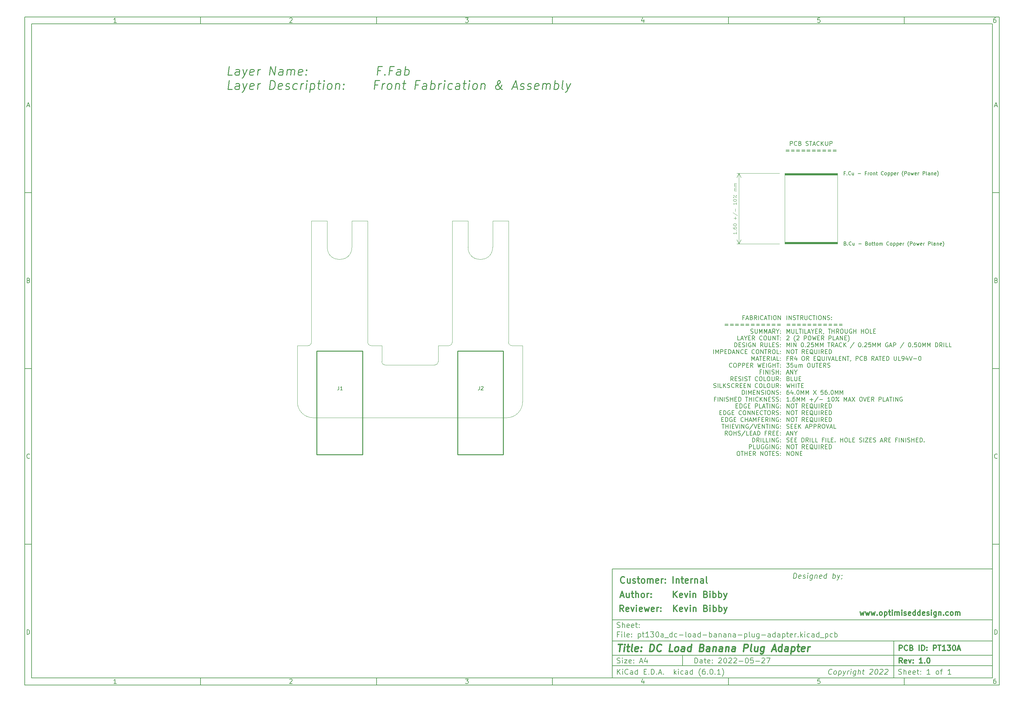
<source format=gbr>
%TF.GenerationSoftware,KiCad,Pcbnew,(6.0.1)*%
%TF.CreationDate,2022-05-27T18:48:01+01:00*%
%TF.ProjectId,pt130a_dc-load-banana-plug-adapter,70743133-3061-45f6-9463-2d6c6f61642d,1.0*%
%TF.SameCoordinates,PX53724e0PY7641700*%
%TF.FileFunction,AssemblyDrawing,Top*%
%FSLAX46Y46*%
G04 Gerber Fmt 4.6, Leading zero omitted, Abs format (unit mm)*
G04 Created by KiCad (PCBNEW (6.0.1)) date 2022-05-27 18:48:01*
%MOMM*%
%LPD*%
G01*
G04 APERTURE LIST*
%ADD10C,0.100000*%
%ADD11C,0.150000*%
%ADD12C,0.300000*%
%ADD13C,0.400000*%
%ADD14C,0.360000*%
%TA.AperFunction,Profile*%
%ADD15C,0.050000*%
%TD*%
%ADD16C,0.050000*%
%ADD17C,0.250000*%
%ADD18C,0.200000*%
%ADD19C,0.120000*%
%ADD20C,0.254000*%
G04 APERTURE END LIST*
D10*
D11*
X89502200Y-43007200D02*
X89502200Y-74007200D01*
X197502200Y-74007200D01*
X197502200Y-43007200D01*
X89502200Y-43007200D01*
D10*
D11*
X-77500000Y114000000D02*
X-77500000Y-76007200D01*
X199502200Y-76007200D01*
X199502200Y114000000D01*
X-77500000Y114000000D01*
D10*
D11*
X-75500000Y112000000D02*
X-75500000Y-74007200D01*
X197502200Y-74007200D01*
X197502200Y112000000D01*
X-75500000Y112000000D01*
D10*
D11*
X-27500000Y112000000D02*
X-27500000Y114000000D01*
D10*
D11*
X22500000Y112000000D02*
X22500000Y114000000D01*
D10*
D11*
X72500000Y112000000D02*
X72500000Y114000000D01*
D10*
D11*
X122500000Y112000000D02*
X122500000Y114000000D01*
D10*
D11*
X172500000Y112000000D02*
X172500000Y114000000D01*
D10*
D11*
X-51434524Y112411905D02*
X-52177381Y112411905D01*
X-51805953Y112411905D02*
X-51805953Y113711905D01*
X-51929762Y113526191D01*
X-52053572Y113402381D01*
X-52177381Y113340477D01*
D10*
D11*
X-2177381Y113588096D02*
X-2115477Y113650000D01*
X-1991667Y113711905D01*
X-1682143Y113711905D01*
X-1558334Y113650000D01*
X-1496429Y113588096D01*
X-1434524Y113464286D01*
X-1434524Y113340477D01*
X-1496429Y113154762D01*
X-2239286Y112411905D01*
X-1434524Y112411905D01*
D10*
D11*
X47760714Y113711905D02*
X48565476Y113711905D01*
X48132142Y113216667D01*
X48317857Y113216667D01*
X48441666Y113154762D01*
X48503571Y113092858D01*
X48565476Y112969048D01*
X48565476Y112659524D01*
X48503571Y112535715D01*
X48441666Y112473810D01*
X48317857Y112411905D01*
X47946428Y112411905D01*
X47822619Y112473810D01*
X47760714Y112535715D01*
D10*
D11*
X98441666Y113278572D02*
X98441666Y112411905D01*
X98132142Y113773810D02*
X97822619Y112845239D01*
X98627380Y112845239D01*
D10*
D11*
X148503571Y113711905D02*
X147884523Y113711905D01*
X147822619Y113092858D01*
X147884523Y113154762D01*
X148008333Y113216667D01*
X148317857Y113216667D01*
X148441666Y113154762D01*
X148503571Y113092858D01*
X148565476Y112969048D01*
X148565476Y112659524D01*
X148503571Y112535715D01*
X148441666Y112473810D01*
X148317857Y112411905D01*
X148008333Y112411905D01*
X147884523Y112473810D01*
X147822619Y112535715D01*
D10*
D11*
X198441666Y113711905D02*
X198194047Y113711905D01*
X198070238Y113650000D01*
X198008333Y113588096D01*
X197884523Y113402381D01*
X197822619Y113154762D01*
X197822619Y112659524D01*
X197884523Y112535715D01*
X197946428Y112473810D01*
X198070238Y112411905D01*
X198317857Y112411905D01*
X198441666Y112473810D01*
X198503571Y112535715D01*
X198565476Y112659524D01*
X198565476Y112969048D01*
X198503571Y113092858D01*
X198441666Y113154762D01*
X198317857Y113216667D01*
X198070238Y113216667D01*
X197946428Y113154762D01*
X197884523Y113092858D01*
X197822619Y112969048D01*
D10*
D11*
X-27500000Y-74007200D02*
X-27500000Y-76007200D01*
D10*
D11*
X22500000Y-74007200D02*
X22500000Y-76007200D01*
D10*
D11*
X72500000Y-74007200D02*
X72500000Y-76007200D01*
D10*
D11*
X122500000Y-74007200D02*
X122500000Y-76007200D01*
D10*
D11*
X172500000Y-74007200D02*
X172500000Y-76007200D01*
D10*
D11*
X-51434524Y-75595295D02*
X-52177381Y-75595295D01*
X-51805953Y-75595295D02*
X-51805953Y-74295295D01*
X-51929762Y-74481009D01*
X-52053572Y-74604819D01*
X-52177381Y-74666723D01*
D10*
D11*
X-2177381Y-74419104D02*
X-2115477Y-74357200D01*
X-1991667Y-74295295D01*
X-1682143Y-74295295D01*
X-1558334Y-74357200D01*
X-1496429Y-74419104D01*
X-1434524Y-74542914D01*
X-1434524Y-74666723D01*
X-1496429Y-74852438D01*
X-2239286Y-75595295D01*
X-1434524Y-75595295D01*
D10*
D11*
X47760714Y-74295295D02*
X48565476Y-74295295D01*
X48132142Y-74790533D01*
X48317857Y-74790533D01*
X48441666Y-74852438D01*
X48503571Y-74914342D01*
X48565476Y-75038152D01*
X48565476Y-75347676D01*
X48503571Y-75471485D01*
X48441666Y-75533390D01*
X48317857Y-75595295D01*
X47946428Y-75595295D01*
X47822619Y-75533390D01*
X47760714Y-75471485D01*
D10*
D11*
X98441666Y-74728628D02*
X98441666Y-75595295D01*
X98132142Y-74233390D02*
X97822619Y-75161961D01*
X98627380Y-75161961D01*
D10*
D11*
X148503571Y-74295295D02*
X147884523Y-74295295D01*
X147822619Y-74914342D01*
X147884523Y-74852438D01*
X148008333Y-74790533D01*
X148317857Y-74790533D01*
X148441666Y-74852438D01*
X148503571Y-74914342D01*
X148565476Y-75038152D01*
X148565476Y-75347676D01*
X148503571Y-75471485D01*
X148441666Y-75533390D01*
X148317857Y-75595295D01*
X148008333Y-75595295D01*
X147884523Y-75533390D01*
X147822619Y-75471485D01*
D10*
D11*
X198441666Y-74295295D02*
X198194047Y-74295295D01*
X198070238Y-74357200D01*
X198008333Y-74419104D01*
X197884523Y-74604819D01*
X197822619Y-74852438D01*
X197822619Y-75347676D01*
X197884523Y-75471485D01*
X197946428Y-75533390D01*
X198070238Y-75595295D01*
X198317857Y-75595295D01*
X198441666Y-75533390D01*
X198503571Y-75471485D01*
X198565476Y-75347676D01*
X198565476Y-75038152D01*
X198503571Y-74914342D01*
X198441666Y-74852438D01*
X198317857Y-74790533D01*
X198070238Y-74790533D01*
X197946428Y-74852438D01*
X197884523Y-74914342D01*
X197822619Y-75038152D01*
D10*
D11*
X-77500000Y64000000D02*
X-75500000Y64000000D01*
D10*
D11*
X-77500000Y14000000D02*
X-75500000Y14000000D01*
D10*
D11*
X-77500000Y-36000000D02*
X-75500000Y-36000000D01*
D10*
D11*
X-76809524Y88783334D02*
X-76190477Y88783334D01*
X-76933334Y88411905D02*
X-76500000Y89711905D01*
X-76066667Y88411905D01*
D10*
D11*
X-76407143Y39092858D02*
X-76221429Y39030953D01*
X-76159524Y38969048D01*
X-76097620Y38845239D01*
X-76097620Y38659524D01*
X-76159524Y38535715D01*
X-76221429Y38473810D01*
X-76345239Y38411905D01*
X-76840477Y38411905D01*
X-76840477Y39711905D01*
X-76407143Y39711905D01*
X-76283334Y39650000D01*
X-76221429Y39588096D01*
X-76159524Y39464286D01*
X-76159524Y39340477D01*
X-76221429Y39216667D01*
X-76283334Y39154762D01*
X-76407143Y39092858D01*
X-76840477Y39092858D01*
D10*
D11*
X-76097620Y-11464285D02*
X-76159524Y-11526190D01*
X-76345239Y-11588095D01*
X-76469048Y-11588095D01*
X-76654762Y-11526190D01*
X-76778572Y-11402380D01*
X-76840477Y-11278571D01*
X-76902381Y-11030952D01*
X-76902381Y-10845238D01*
X-76840477Y-10597619D01*
X-76778572Y-10473809D01*
X-76654762Y-10350000D01*
X-76469048Y-10288095D01*
X-76345239Y-10288095D01*
X-76159524Y-10350000D01*
X-76097620Y-10411904D01*
D10*
D11*
X-76840477Y-61588095D02*
X-76840477Y-60288095D01*
X-76530953Y-60288095D01*
X-76345239Y-60350000D01*
X-76221429Y-60473809D01*
X-76159524Y-60597619D01*
X-76097620Y-60845238D01*
X-76097620Y-61030952D01*
X-76159524Y-61278571D01*
X-76221429Y-61402380D01*
X-76345239Y-61526190D01*
X-76530953Y-61588095D01*
X-76840477Y-61588095D01*
D10*
D11*
X199502200Y64000000D02*
X197502200Y64000000D01*
D10*
D11*
X199502200Y14000000D02*
X197502200Y14000000D01*
D10*
D11*
X199502200Y-36000000D02*
X197502200Y-36000000D01*
D10*
D11*
X198192676Y88783334D02*
X198811723Y88783334D01*
X198068866Y88411905D02*
X198502200Y89711905D01*
X198935533Y88411905D01*
D10*
D11*
X198595057Y39092858D02*
X198780771Y39030953D01*
X198842676Y38969048D01*
X198904580Y38845239D01*
X198904580Y38659524D01*
X198842676Y38535715D01*
X198780771Y38473810D01*
X198656961Y38411905D01*
X198161723Y38411905D01*
X198161723Y39711905D01*
X198595057Y39711905D01*
X198718866Y39650000D01*
X198780771Y39588096D01*
X198842676Y39464286D01*
X198842676Y39340477D01*
X198780771Y39216667D01*
X198718866Y39154762D01*
X198595057Y39092858D01*
X198161723Y39092858D01*
D10*
D11*
X198904580Y-11464285D02*
X198842676Y-11526190D01*
X198656961Y-11588095D01*
X198533152Y-11588095D01*
X198347438Y-11526190D01*
X198223628Y-11402380D01*
X198161723Y-11278571D01*
X198099819Y-11030952D01*
X198099819Y-10845238D01*
X198161723Y-10597619D01*
X198223628Y-10473809D01*
X198347438Y-10350000D01*
X198533152Y-10288095D01*
X198656961Y-10288095D01*
X198842676Y-10350000D01*
X198904580Y-10411904D01*
D10*
D11*
X198161723Y-61588095D02*
X198161723Y-60288095D01*
X198471247Y-60288095D01*
X198656961Y-60350000D01*
X198780771Y-60473809D01*
X198842676Y-60597619D01*
X198904580Y-60845238D01*
X198904580Y-61030952D01*
X198842676Y-61278571D01*
X198780771Y-61402380D01*
X198656961Y-61526190D01*
X198471247Y-61588095D01*
X198161723Y-61588095D01*
D10*
D11*
X112934342Y-69785771D02*
X112934342Y-68285771D01*
X113291485Y-68285771D01*
X113505771Y-68357200D01*
X113648628Y-68500057D01*
X113720057Y-68642914D01*
X113791485Y-68928628D01*
X113791485Y-69142914D01*
X113720057Y-69428628D01*
X113648628Y-69571485D01*
X113505771Y-69714342D01*
X113291485Y-69785771D01*
X112934342Y-69785771D01*
X115077200Y-69785771D02*
X115077200Y-69000057D01*
X115005771Y-68857200D01*
X114862914Y-68785771D01*
X114577200Y-68785771D01*
X114434342Y-68857200D01*
X115077200Y-69714342D02*
X114934342Y-69785771D01*
X114577200Y-69785771D01*
X114434342Y-69714342D01*
X114362914Y-69571485D01*
X114362914Y-69428628D01*
X114434342Y-69285771D01*
X114577200Y-69214342D01*
X114934342Y-69214342D01*
X115077200Y-69142914D01*
X115577200Y-68785771D02*
X116148628Y-68785771D01*
X115791485Y-68285771D02*
X115791485Y-69571485D01*
X115862914Y-69714342D01*
X116005771Y-69785771D01*
X116148628Y-69785771D01*
X117220057Y-69714342D02*
X117077200Y-69785771D01*
X116791485Y-69785771D01*
X116648628Y-69714342D01*
X116577200Y-69571485D01*
X116577200Y-69000057D01*
X116648628Y-68857200D01*
X116791485Y-68785771D01*
X117077200Y-68785771D01*
X117220057Y-68857200D01*
X117291485Y-69000057D01*
X117291485Y-69142914D01*
X116577200Y-69285771D01*
X117934342Y-69642914D02*
X118005771Y-69714342D01*
X117934342Y-69785771D01*
X117862914Y-69714342D01*
X117934342Y-69642914D01*
X117934342Y-69785771D01*
X117934342Y-68857200D02*
X118005771Y-68928628D01*
X117934342Y-69000057D01*
X117862914Y-68928628D01*
X117934342Y-68857200D01*
X117934342Y-69000057D01*
X119720057Y-68428628D02*
X119791485Y-68357200D01*
X119934342Y-68285771D01*
X120291485Y-68285771D01*
X120434342Y-68357200D01*
X120505771Y-68428628D01*
X120577200Y-68571485D01*
X120577200Y-68714342D01*
X120505771Y-68928628D01*
X119648628Y-69785771D01*
X120577200Y-69785771D01*
X121505771Y-68285771D02*
X121648628Y-68285771D01*
X121791485Y-68357200D01*
X121862914Y-68428628D01*
X121934342Y-68571485D01*
X122005771Y-68857200D01*
X122005771Y-69214342D01*
X121934342Y-69500057D01*
X121862914Y-69642914D01*
X121791485Y-69714342D01*
X121648628Y-69785771D01*
X121505771Y-69785771D01*
X121362914Y-69714342D01*
X121291485Y-69642914D01*
X121220057Y-69500057D01*
X121148628Y-69214342D01*
X121148628Y-68857200D01*
X121220057Y-68571485D01*
X121291485Y-68428628D01*
X121362914Y-68357200D01*
X121505771Y-68285771D01*
X122577200Y-68428628D02*
X122648628Y-68357200D01*
X122791485Y-68285771D01*
X123148628Y-68285771D01*
X123291485Y-68357200D01*
X123362914Y-68428628D01*
X123434342Y-68571485D01*
X123434342Y-68714342D01*
X123362914Y-68928628D01*
X122505771Y-69785771D01*
X123434342Y-69785771D01*
X124005771Y-68428628D02*
X124077200Y-68357200D01*
X124220057Y-68285771D01*
X124577200Y-68285771D01*
X124720057Y-68357200D01*
X124791485Y-68428628D01*
X124862914Y-68571485D01*
X124862914Y-68714342D01*
X124791485Y-68928628D01*
X123934342Y-69785771D01*
X124862914Y-69785771D01*
X125505771Y-69214342D02*
X126648628Y-69214342D01*
X127648628Y-68285771D02*
X127791485Y-68285771D01*
X127934342Y-68357200D01*
X128005771Y-68428628D01*
X128077200Y-68571485D01*
X128148628Y-68857200D01*
X128148628Y-69214342D01*
X128077200Y-69500057D01*
X128005771Y-69642914D01*
X127934342Y-69714342D01*
X127791485Y-69785771D01*
X127648628Y-69785771D01*
X127505771Y-69714342D01*
X127434342Y-69642914D01*
X127362914Y-69500057D01*
X127291485Y-69214342D01*
X127291485Y-68857200D01*
X127362914Y-68571485D01*
X127434342Y-68428628D01*
X127505771Y-68357200D01*
X127648628Y-68285771D01*
X129505771Y-68285771D02*
X128791485Y-68285771D01*
X128720057Y-69000057D01*
X128791485Y-68928628D01*
X128934342Y-68857200D01*
X129291485Y-68857200D01*
X129434342Y-68928628D01*
X129505771Y-69000057D01*
X129577200Y-69142914D01*
X129577200Y-69500057D01*
X129505771Y-69642914D01*
X129434342Y-69714342D01*
X129291485Y-69785771D01*
X128934342Y-69785771D01*
X128791485Y-69714342D01*
X128720057Y-69642914D01*
X130220057Y-69214342D02*
X131362914Y-69214342D01*
X132005771Y-68428628D02*
X132077200Y-68357200D01*
X132220057Y-68285771D01*
X132577200Y-68285771D01*
X132720057Y-68357200D01*
X132791485Y-68428628D01*
X132862914Y-68571485D01*
X132862914Y-68714342D01*
X132791485Y-68928628D01*
X131934342Y-69785771D01*
X132862914Y-69785771D01*
X133362914Y-68285771D02*
X134362914Y-68285771D01*
X133720057Y-69785771D01*
D10*
D11*
X89502200Y-70507200D02*
X197502200Y-70507200D01*
D10*
D11*
X90934342Y-72985771D02*
X90934342Y-71485771D01*
X91791485Y-72985771D02*
X91148628Y-72128628D01*
X91791485Y-71485771D02*
X90934342Y-72342914D01*
X92434342Y-72985771D02*
X92434342Y-71985771D01*
X92434342Y-71485771D02*
X92362914Y-71557200D01*
X92434342Y-71628628D01*
X92505771Y-71557200D01*
X92434342Y-71485771D01*
X92434342Y-71628628D01*
X94005771Y-72842914D02*
X93934342Y-72914342D01*
X93720057Y-72985771D01*
X93577200Y-72985771D01*
X93362914Y-72914342D01*
X93220057Y-72771485D01*
X93148628Y-72628628D01*
X93077200Y-72342914D01*
X93077200Y-72128628D01*
X93148628Y-71842914D01*
X93220057Y-71700057D01*
X93362914Y-71557200D01*
X93577200Y-71485771D01*
X93720057Y-71485771D01*
X93934342Y-71557200D01*
X94005771Y-71628628D01*
X95291485Y-72985771D02*
X95291485Y-72200057D01*
X95220057Y-72057200D01*
X95077200Y-71985771D01*
X94791485Y-71985771D01*
X94648628Y-72057200D01*
X95291485Y-72914342D02*
X95148628Y-72985771D01*
X94791485Y-72985771D01*
X94648628Y-72914342D01*
X94577200Y-72771485D01*
X94577200Y-72628628D01*
X94648628Y-72485771D01*
X94791485Y-72414342D01*
X95148628Y-72414342D01*
X95291485Y-72342914D01*
X96648628Y-72985771D02*
X96648628Y-71485771D01*
X96648628Y-72914342D02*
X96505771Y-72985771D01*
X96220057Y-72985771D01*
X96077200Y-72914342D01*
X96005771Y-72842914D01*
X95934342Y-72700057D01*
X95934342Y-72271485D01*
X96005771Y-72128628D01*
X96077200Y-72057200D01*
X96220057Y-71985771D01*
X96505771Y-71985771D01*
X96648628Y-72057200D01*
X98505771Y-72200057D02*
X99005771Y-72200057D01*
X99220057Y-72985771D02*
X98505771Y-72985771D01*
X98505771Y-71485771D01*
X99220057Y-71485771D01*
X99862914Y-72842914D02*
X99934342Y-72914342D01*
X99862914Y-72985771D01*
X99791485Y-72914342D01*
X99862914Y-72842914D01*
X99862914Y-72985771D01*
X100577200Y-72985771D02*
X100577200Y-71485771D01*
X100934342Y-71485771D01*
X101148628Y-71557200D01*
X101291485Y-71700057D01*
X101362914Y-71842914D01*
X101434342Y-72128628D01*
X101434342Y-72342914D01*
X101362914Y-72628628D01*
X101291485Y-72771485D01*
X101148628Y-72914342D01*
X100934342Y-72985771D01*
X100577200Y-72985771D01*
X102077200Y-72842914D02*
X102148628Y-72914342D01*
X102077200Y-72985771D01*
X102005771Y-72914342D01*
X102077200Y-72842914D01*
X102077200Y-72985771D01*
X102720057Y-72557200D02*
X103434342Y-72557200D01*
X102577200Y-72985771D02*
X103077200Y-71485771D01*
X103577200Y-72985771D01*
X104077200Y-72842914D02*
X104148628Y-72914342D01*
X104077200Y-72985771D01*
X104005771Y-72914342D01*
X104077200Y-72842914D01*
X104077200Y-72985771D01*
X107077200Y-72985771D02*
X107077200Y-71485771D01*
X107220057Y-72414342D02*
X107648628Y-72985771D01*
X107648628Y-71985771D02*
X107077200Y-72557200D01*
X108291485Y-72985771D02*
X108291485Y-71985771D01*
X108291485Y-71485771D02*
X108220057Y-71557200D01*
X108291485Y-71628628D01*
X108362914Y-71557200D01*
X108291485Y-71485771D01*
X108291485Y-71628628D01*
X109648628Y-72914342D02*
X109505771Y-72985771D01*
X109220057Y-72985771D01*
X109077200Y-72914342D01*
X109005771Y-72842914D01*
X108934342Y-72700057D01*
X108934342Y-72271485D01*
X109005771Y-72128628D01*
X109077200Y-72057200D01*
X109220057Y-71985771D01*
X109505771Y-71985771D01*
X109648628Y-72057200D01*
X110934342Y-72985771D02*
X110934342Y-72200057D01*
X110862914Y-72057200D01*
X110720057Y-71985771D01*
X110434342Y-71985771D01*
X110291485Y-72057200D01*
X110934342Y-72914342D02*
X110791485Y-72985771D01*
X110434342Y-72985771D01*
X110291485Y-72914342D01*
X110220057Y-72771485D01*
X110220057Y-72628628D01*
X110291485Y-72485771D01*
X110434342Y-72414342D01*
X110791485Y-72414342D01*
X110934342Y-72342914D01*
X112291485Y-72985771D02*
X112291485Y-71485771D01*
X112291485Y-72914342D02*
X112148628Y-72985771D01*
X111862914Y-72985771D01*
X111720057Y-72914342D01*
X111648628Y-72842914D01*
X111577200Y-72700057D01*
X111577200Y-72271485D01*
X111648628Y-72128628D01*
X111720057Y-72057200D01*
X111862914Y-71985771D01*
X112148628Y-71985771D01*
X112291485Y-72057200D01*
X114577200Y-73557200D02*
X114505771Y-73485771D01*
X114362914Y-73271485D01*
X114291485Y-73128628D01*
X114220057Y-72914342D01*
X114148628Y-72557200D01*
X114148628Y-72271485D01*
X114220057Y-71914342D01*
X114291485Y-71700057D01*
X114362914Y-71557200D01*
X114505771Y-71342914D01*
X114577200Y-71271485D01*
X115791485Y-71485771D02*
X115505771Y-71485771D01*
X115362914Y-71557200D01*
X115291485Y-71628628D01*
X115148628Y-71842914D01*
X115077200Y-72128628D01*
X115077200Y-72700057D01*
X115148628Y-72842914D01*
X115220057Y-72914342D01*
X115362914Y-72985771D01*
X115648628Y-72985771D01*
X115791485Y-72914342D01*
X115862914Y-72842914D01*
X115934342Y-72700057D01*
X115934342Y-72342914D01*
X115862914Y-72200057D01*
X115791485Y-72128628D01*
X115648628Y-72057200D01*
X115362914Y-72057200D01*
X115220057Y-72128628D01*
X115148628Y-72200057D01*
X115077200Y-72342914D01*
X116577200Y-72842914D02*
X116648628Y-72914342D01*
X116577200Y-72985771D01*
X116505771Y-72914342D01*
X116577200Y-72842914D01*
X116577200Y-72985771D01*
X117577200Y-71485771D02*
X117720057Y-71485771D01*
X117862914Y-71557200D01*
X117934342Y-71628628D01*
X118005771Y-71771485D01*
X118077200Y-72057200D01*
X118077200Y-72414342D01*
X118005771Y-72700057D01*
X117934342Y-72842914D01*
X117862914Y-72914342D01*
X117720057Y-72985771D01*
X117577200Y-72985771D01*
X117434342Y-72914342D01*
X117362914Y-72842914D01*
X117291485Y-72700057D01*
X117220057Y-72414342D01*
X117220057Y-72057200D01*
X117291485Y-71771485D01*
X117362914Y-71628628D01*
X117434342Y-71557200D01*
X117577200Y-71485771D01*
X118720057Y-72842914D02*
X118791485Y-72914342D01*
X118720057Y-72985771D01*
X118648628Y-72914342D01*
X118720057Y-72842914D01*
X118720057Y-72985771D01*
X120220057Y-72985771D02*
X119362914Y-72985771D01*
X119791485Y-72985771D02*
X119791485Y-71485771D01*
X119648628Y-71700057D01*
X119505771Y-71842914D01*
X119362914Y-71914342D01*
X120720057Y-73557200D02*
X120791485Y-73485771D01*
X120934342Y-73271485D01*
X121005771Y-73128628D01*
X121077200Y-72914342D01*
X121148628Y-72557200D01*
X121148628Y-72271485D01*
X121077200Y-71914342D01*
X121005771Y-71700057D01*
X120934342Y-71557200D01*
X120791485Y-71342914D01*
X120720057Y-71271485D01*
D10*
D11*
X89502000Y-67507000D02*
X197502000Y-67507000D01*
D10*
D11*
X151816271Y-72842914D02*
X151735914Y-72914342D01*
X151512700Y-72985771D01*
X151369842Y-72985771D01*
X151164485Y-72914342D01*
X151039485Y-72771485D01*
X150985914Y-72628628D01*
X150950200Y-72342914D01*
X150976985Y-72128628D01*
X151084128Y-71842914D01*
X151173414Y-71700057D01*
X151334128Y-71557200D01*
X151557342Y-71485771D01*
X151700200Y-71485771D01*
X151905557Y-71557200D01*
X151968057Y-71628628D01*
X152655557Y-72985771D02*
X152521628Y-72914342D01*
X152459128Y-72842914D01*
X152405557Y-72700057D01*
X152459128Y-72271485D01*
X152548414Y-72128628D01*
X152628771Y-72057200D01*
X152780557Y-71985771D01*
X152994842Y-71985771D01*
X153128771Y-72057200D01*
X153191271Y-72128628D01*
X153244842Y-72271485D01*
X153191271Y-72700057D01*
X153101985Y-72842914D01*
X153021628Y-72914342D01*
X152869842Y-72985771D01*
X152655557Y-72985771D01*
X153923414Y-71985771D02*
X153735914Y-73485771D01*
X153914485Y-72057200D02*
X154066271Y-71985771D01*
X154351985Y-71985771D01*
X154485914Y-72057200D01*
X154548414Y-72128628D01*
X154601985Y-72271485D01*
X154548414Y-72700057D01*
X154459128Y-72842914D01*
X154378771Y-72914342D01*
X154226985Y-72985771D01*
X153941271Y-72985771D01*
X153807342Y-72914342D01*
X155137700Y-71985771D02*
X155369842Y-72985771D01*
X155851985Y-71985771D02*
X155369842Y-72985771D01*
X155182342Y-73342914D01*
X155101985Y-73414342D01*
X154950200Y-73485771D01*
X156298414Y-72985771D02*
X156423414Y-71985771D01*
X156387700Y-72271485D02*
X156476985Y-72128628D01*
X156557342Y-72057200D01*
X156709128Y-71985771D01*
X156851985Y-71985771D01*
X157226985Y-72985771D02*
X157351985Y-71985771D01*
X157414485Y-71485771D02*
X157334128Y-71557200D01*
X157396628Y-71628628D01*
X157476985Y-71557200D01*
X157414485Y-71485771D01*
X157396628Y-71628628D01*
X158709128Y-71985771D02*
X158557342Y-73200057D01*
X158468057Y-73342914D01*
X158387700Y-73414342D01*
X158235914Y-73485771D01*
X158021628Y-73485771D01*
X157887700Y-73414342D01*
X158593057Y-72914342D02*
X158441271Y-72985771D01*
X158155557Y-72985771D01*
X158021628Y-72914342D01*
X157959128Y-72842914D01*
X157905557Y-72700057D01*
X157959128Y-72271485D01*
X158048414Y-72128628D01*
X158128771Y-72057200D01*
X158280557Y-71985771D01*
X158566271Y-71985771D01*
X158700200Y-72057200D01*
X159298414Y-72985771D02*
X159485914Y-71485771D01*
X159941271Y-72985771D02*
X160039485Y-72200057D01*
X159985914Y-72057200D01*
X159851985Y-71985771D01*
X159637700Y-71985771D01*
X159485914Y-72057200D01*
X159405557Y-72128628D01*
X160566271Y-71985771D02*
X161137700Y-71985771D01*
X160843057Y-71485771D02*
X160682342Y-72771485D01*
X160735914Y-72914342D01*
X160869842Y-72985771D01*
X161012700Y-72985771D01*
X162753771Y-71628628D02*
X162834128Y-71557200D01*
X162985914Y-71485771D01*
X163343057Y-71485771D01*
X163476985Y-71557200D01*
X163539485Y-71628628D01*
X163593057Y-71771485D01*
X163575200Y-71914342D01*
X163476985Y-72128628D01*
X162512700Y-72985771D01*
X163441271Y-72985771D01*
X164557342Y-71485771D02*
X164700200Y-71485771D01*
X164834128Y-71557200D01*
X164896628Y-71628628D01*
X164950200Y-71771485D01*
X164985914Y-72057200D01*
X164941271Y-72414342D01*
X164834128Y-72700057D01*
X164744842Y-72842914D01*
X164664485Y-72914342D01*
X164512700Y-72985771D01*
X164369842Y-72985771D01*
X164235914Y-72914342D01*
X164173414Y-72842914D01*
X164119842Y-72700057D01*
X164084128Y-72414342D01*
X164128771Y-72057200D01*
X164235914Y-71771485D01*
X164325200Y-71628628D01*
X164405557Y-71557200D01*
X164557342Y-71485771D01*
X165610914Y-71628628D02*
X165691271Y-71557200D01*
X165843057Y-71485771D01*
X166200200Y-71485771D01*
X166334128Y-71557200D01*
X166396628Y-71628628D01*
X166450200Y-71771485D01*
X166432342Y-71914342D01*
X166334128Y-72128628D01*
X165369842Y-72985771D01*
X166298414Y-72985771D01*
X167039485Y-71628628D02*
X167119842Y-71557200D01*
X167271628Y-71485771D01*
X167628771Y-71485771D01*
X167762700Y-71557200D01*
X167825200Y-71628628D01*
X167878771Y-71771485D01*
X167860914Y-71914342D01*
X167762700Y-72128628D01*
X166798414Y-72985771D01*
X167726985Y-72985771D01*
D10*
D12*
X171052342Y-66185771D02*
X171052342Y-64685771D01*
X171623771Y-64685771D01*
X171766628Y-64757200D01*
X171838057Y-64828628D01*
X171909485Y-64971485D01*
X171909485Y-65185771D01*
X171838057Y-65328628D01*
X171766628Y-65400057D01*
X171623771Y-65471485D01*
X171052342Y-65471485D01*
X173409485Y-66042914D02*
X173338057Y-66114342D01*
X173123771Y-66185771D01*
X172980914Y-66185771D01*
X172766628Y-66114342D01*
X172623771Y-65971485D01*
X172552342Y-65828628D01*
X172480914Y-65542914D01*
X172480914Y-65328628D01*
X172552342Y-65042914D01*
X172623771Y-64900057D01*
X172766628Y-64757200D01*
X172980914Y-64685771D01*
X173123771Y-64685771D01*
X173338057Y-64757200D01*
X173409485Y-64828628D01*
X174552342Y-65400057D02*
X174766628Y-65471485D01*
X174838057Y-65542914D01*
X174909485Y-65685771D01*
X174909485Y-65900057D01*
X174838057Y-66042914D01*
X174766628Y-66114342D01*
X174623771Y-66185771D01*
X174052342Y-66185771D01*
X174052342Y-64685771D01*
X174552342Y-64685771D01*
X174695200Y-64757200D01*
X174766628Y-64828628D01*
X174838057Y-64971485D01*
X174838057Y-65114342D01*
X174766628Y-65257200D01*
X174695200Y-65328628D01*
X174552342Y-65400057D01*
X174052342Y-65400057D01*
X176695200Y-66185771D02*
X176695200Y-64685771D01*
X177409485Y-66185771D02*
X177409485Y-64685771D01*
X177766628Y-64685771D01*
X177980914Y-64757200D01*
X178123771Y-64900057D01*
X178195200Y-65042914D01*
X178266628Y-65328628D01*
X178266628Y-65542914D01*
X178195200Y-65828628D01*
X178123771Y-65971485D01*
X177980914Y-66114342D01*
X177766628Y-66185771D01*
X177409485Y-66185771D01*
X178909485Y-66042914D02*
X178980914Y-66114342D01*
X178909485Y-66185771D01*
X178838057Y-66114342D01*
X178909485Y-66042914D01*
X178909485Y-66185771D01*
X178909485Y-65257200D02*
X178980914Y-65328628D01*
X178909485Y-65400057D01*
X178838057Y-65328628D01*
X178909485Y-65257200D01*
X178909485Y-65400057D01*
X180766628Y-66185771D02*
X180766628Y-64685771D01*
X181338057Y-64685771D01*
X181480914Y-64757200D01*
X181552342Y-64828628D01*
X181623771Y-64971485D01*
X181623771Y-65185771D01*
X181552342Y-65328628D01*
X181480914Y-65400057D01*
X181338057Y-65471485D01*
X180766628Y-65471485D01*
X182052342Y-64685771D02*
X182909485Y-64685771D01*
X182480914Y-66185771D02*
X182480914Y-64685771D01*
X184195200Y-66185771D02*
X183338057Y-66185771D01*
X183766628Y-66185771D02*
X183766628Y-64685771D01*
X183623771Y-64900057D01*
X183480914Y-65042914D01*
X183338057Y-65114342D01*
X184695200Y-64685771D02*
X185623771Y-64685771D01*
X185123771Y-65257200D01*
X185338057Y-65257200D01*
X185480914Y-65328628D01*
X185552342Y-65400057D01*
X185623771Y-65542914D01*
X185623771Y-65900057D01*
X185552342Y-66042914D01*
X185480914Y-66114342D01*
X185338057Y-66185771D01*
X184909485Y-66185771D01*
X184766628Y-66114342D01*
X184695200Y-66042914D01*
X186552342Y-64685771D02*
X186695200Y-64685771D01*
X186838057Y-64757200D01*
X186909485Y-64828628D01*
X186980914Y-64971485D01*
X187052342Y-65257200D01*
X187052342Y-65614342D01*
X186980914Y-65900057D01*
X186909485Y-66042914D01*
X186838057Y-66114342D01*
X186695200Y-66185771D01*
X186552342Y-66185771D01*
X186409485Y-66114342D01*
X186338057Y-66042914D01*
X186266628Y-65900057D01*
X186195200Y-65614342D01*
X186195200Y-65257200D01*
X186266628Y-64971485D01*
X186338057Y-64828628D01*
X186409485Y-64757200D01*
X186552342Y-64685771D01*
X187623771Y-65757200D02*
X188338057Y-65757200D01*
X187480914Y-66185771D02*
X187980914Y-64685771D01*
X188480914Y-66185771D01*
D10*
D12*
X171911285Y-69785571D02*
X171411285Y-69071285D01*
X171054142Y-69785571D02*
X171054142Y-68285571D01*
X171625571Y-68285571D01*
X171768428Y-68357000D01*
X171839857Y-68428428D01*
X171911285Y-68571285D01*
X171911285Y-68785571D01*
X171839857Y-68928428D01*
X171768428Y-68999857D01*
X171625571Y-69071285D01*
X171054142Y-69071285D01*
X173125571Y-69714142D02*
X172982714Y-69785571D01*
X172697000Y-69785571D01*
X172554142Y-69714142D01*
X172482714Y-69571285D01*
X172482714Y-68999857D01*
X172554142Y-68857000D01*
X172697000Y-68785571D01*
X172982714Y-68785571D01*
X173125571Y-68857000D01*
X173197000Y-68999857D01*
X173197000Y-69142714D01*
X172482714Y-69285571D01*
X173697000Y-68785571D02*
X174054142Y-69785571D01*
X174411285Y-68785571D01*
X174982714Y-69642714D02*
X175054142Y-69714142D01*
X174982714Y-69785571D01*
X174911285Y-69714142D01*
X174982714Y-69642714D01*
X174982714Y-69785571D01*
X174982714Y-68857000D02*
X175054142Y-68928428D01*
X174982714Y-68999857D01*
X174911285Y-68928428D01*
X174982714Y-68857000D01*
X174982714Y-68999857D01*
X177625571Y-69785571D02*
X176768428Y-69785571D01*
X177197000Y-69785571D02*
X177197000Y-68285571D01*
X177054142Y-68499857D01*
X176911285Y-68642714D01*
X176768428Y-68714142D01*
X178268428Y-69642714D02*
X178339857Y-69714142D01*
X178268428Y-69785571D01*
X178197000Y-69714142D01*
X178268428Y-69642714D01*
X178268428Y-69785571D01*
X179268428Y-68285571D02*
X179411285Y-68285571D01*
X179554142Y-68357000D01*
X179625571Y-68428428D01*
X179697000Y-68571285D01*
X179768428Y-68857000D01*
X179768428Y-69214142D01*
X179697000Y-69499857D01*
X179625571Y-69642714D01*
X179554142Y-69714142D01*
X179411285Y-69785571D01*
X179268428Y-69785571D01*
X179125571Y-69714142D01*
X179054142Y-69642714D01*
X178982714Y-69499857D01*
X178911285Y-69214142D01*
X178911285Y-68857000D01*
X178982714Y-68571285D01*
X179054142Y-68428428D01*
X179125571Y-68357000D01*
X179268428Y-68285571D01*
D10*
D11*
X90862914Y-69714342D02*
X91077200Y-69785771D01*
X91434342Y-69785771D01*
X91577200Y-69714342D01*
X91648628Y-69642914D01*
X91720057Y-69500057D01*
X91720057Y-69357200D01*
X91648628Y-69214342D01*
X91577200Y-69142914D01*
X91434342Y-69071485D01*
X91148628Y-69000057D01*
X91005771Y-68928628D01*
X90934342Y-68857200D01*
X90862914Y-68714342D01*
X90862914Y-68571485D01*
X90934342Y-68428628D01*
X91005771Y-68357200D01*
X91148628Y-68285771D01*
X91505771Y-68285771D01*
X91720057Y-68357200D01*
X92362914Y-69785771D02*
X92362914Y-68785771D01*
X92362914Y-68285771D02*
X92291485Y-68357200D01*
X92362914Y-68428628D01*
X92434342Y-68357200D01*
X92362914Y-68285771D01*
X92362914Y-68428628D01*
X92934342Y-68785771D02*
X93720057Y-68785771D01*
X92934342Y-69785771D01*
X93720057Y-69785771D01*
X94862914Y-69714342D02*
X94720057Y-69785771D01*
X94434342Y-69785771D01*
X94291485Y-69714342D01*
X94220057Y-69571485D01*
X94220057Y-69000057D01*
X94291485Y-68857200D01*
X94434342Y-68785771D01*
X94720057Y-68785771D01*
X94862914Y-68857200D01*
X94934342Y-69000057D01*
X94934342Y-69142914D01*
X94220057Y-69285771D01*
X95577200Y-69642914D02*
X95648628Y-69714342D01*
X95577200Y-69785771D01*
X95505771Y-69714342D01*
X95577200Y-69642914D01*
X95577200Y-69785771D01*
X95577200Y-68857200D02*
X95648628Y-68928628D01*
X95577200Y-69000057D01*
X95505771Y-68928628D01*
X95577200Y-68857200D01*
X95577200Y-69000057D01*
X97362914Y-69357200D02*
X98077200Y-69357200D01*
X97220057Y-69785771D02*
X97720057Y-68285771D01*
X98220057Y-69785771D01*
X99362914Y-68785771D02*
X99362914Y-69785771D01*
X99005771Y-68214342D02*
X98648628Y-69285771D01*
X99577200Y-69285771D01*
D10*
D11*
X170862914Y-72914342D02*
X171077200Y-72985771D01*
X171434342Y-72985771D01*
X171577200Y-72914342D01*
X171648628Y-72842914D01*
X171720057Y-72700057D01*
X171720057Y-72557200D01*
X171648628Y-72414342D01*
X171577200Y-72342914D01*
X171434342Y-72271485D01*
X171148628Y-72200057D01*
X171005771Y-72128628D01*
X170934342Y-72057200D01*
X170862914Y-71914342D01*
X170862914Y-71771485D01*
X170934342Y-71628628D01*
X171005771Y-71557200D01*
X171148628Y-71485771D01*
X171505771Y-71485771D01*
X171720057Y-71557200D01*
X172362914Y-72985771D02*
X172362914Y-71485771D01*
X173005771Y-72985771D02*
X173005771Y-72200057D01*
X172934342Y-72057200D01*
X172791485Y-71985771D01*
X172577200Y-71985771D01*
X172434342Y-72057200D01*
X172362914Y-72128628D01*
X174291485Y-72914342D02*
X174148628Y-72985771D01*
X173862914Y-72985771D01*
X173720057Y-72914342D01*
X173648628Y-72771485D01*
X173648628Y-72200057D01*
X173720057Y-72057200D01*
X173862914Y-71985771D01*
X174148628Y-71985771D01*
X174291485Y-72057200D01*
X174362914Y-72200057D01*
X174362914Y-72342914D01*
X173648628Y-72485771D01*
X175577200Y-72914342D02*
X175434342Y-72985771D01*
X175148628Y-72985771D01*
X175005771Y-72914342D01*
X174934342Y-72771485D01*
X174934342Y-72200057D01*
X175005771Y-72057200D01*
X175148628Y-71985771D01*
X175434342Y-71985771D01*
X175577200Y-72057200D01*
X175648628Y-72200057D01*
X175648628Y-72342914D01*
X174934342Y-72485771D01*
X176077200Y-71985771D02*
X176648628Y-71985771D01*
X176291485Y-71485771D02*
X176291485Y-72771485D01*
X176362914Y-72914342D01*
X176505771Y-72985771D01*
X176648628Y-72985771D01*
X177148628Y-72842914D02*
X177220057Y-72914342D01*
X177148628Y-72985771D01*
X177077200Y-72914342D01*
X177148628Y-72842914D01*
X177148628Y-72985771D01*
X177148628Y-72057200D02*
X177220057Y-72128628D01*
X177148628Y-72200057D01*
X177077200Y-72128628D01*
X177148628Y-72057200D01*
X177148628Y-72200057D01*
X179791485Y-72985771D02*
X178934342Y-72985771D01*
X179362914Y-72985771D02*
X179362914Y-71485771D01*
X179220057Y-71700057D01*
X179077200Y-71842914D01*
X178934342Y-71914342D01*
X181791485Y-72985771D02*
X181648628Y-72914342D01*
X181577200Y-72842914D01*
X181505771Y-72700057D01*
X181505771Y-72271485D01*
X181577200Y-72128628D01*
X181648628Y-72057200D01*
X181791485Y-71985771D01*
X182005771Y-71985771D01*
X182148628Y-72057200D01*
X182220057Y-72128628D01*
X182291485Y-72271485D01*
X182291485Y-72700057D01*
X182220057Y-72842914D01*
X182148628Y-72914342D01*
X182005771Y-72985771D01*
X181791485Y-72985771D01*
X182720057Y-71985771D02*
X183291485Y-71985771D01*
X182934342Y-72985771D02*
X182934342Y-71700057D01*
X183005771Y-71557200D01*
X183148628Y-71485771D01*
X183291485Y-71485771D01*
X185720057Y-72985771D02*
X184862914Y-72985771D01*
X185291485Y-72985771D02*
X185291485Y-71485771D01*
X185148628Y-71700057D01*
X185005771Y-71842914D01*
X184862914Y-71914342D01*
D10*
D11*
X89502200Y-63507200D02*
X197502200Y-63507200D01*
D10*
D13*
X91214580Y-64411961D02*
X92357438Y-64411961D01*
X91536009Y-66411961D02*
X91786009Y-64411961D01*
X92774104Y-66411961D02*
X92940771Y-65078628D01*
X93024104Y-64411961D02*
X92916961Y-64507200D01*
X93000295Y-64602438D01*
X93107438Y-64507200D01*
X93024104Y-64411961D01*
X93000295Y-64602438D01*
X93607438Y-65078628D02*
X94369342Y-65078628D01*
X93976485Y-64411961D02*
X93762200Y-66126247D01*
X93833628Y-66316723D01*
X94012200Y-66411961D01*
X94202676Y-66411961D01*
X95155057Y-66411961D02*
X94976485Y-66316723D01*
X94905057Y-66126247D01*
X95119342Y-64411961D01*
X96690771Y-66316723D02*
X96488390Y-66411961D01*
X96107438Y-66411961D01*
X95928866Y-66316723D01*
X95857438Y-66126247D01*
X95952676Y-65364342D01*
X96071723Y-65173866D01*
X96274104Y-65078628D01*
X96655057Y-65078628D01*
X96833628Y-65173866D01*
X96905057Y-65364342D01*
X96881247Y-65554819D01*
X95905057Y-65745295D01*
X97655057Y-66221485D02*
X97738390Y-66316723D01*
X97631247Y-66411961D01*
X97547914Y-66316723D01*
X97655057Y-66221485D01*
X97631247Y-66411961D01*
X97786009Y-65173866D02*
X97869342Y-65269104D01*
X97762200Y-65364342D01*
X97678866Y-65269104D01*
X97786009Y-65173866D01*
X97762200Y-65364342D01*
X100107438Y-66411961D02*
X100357438Y-64411961D01*
X100833628Y-64411961D01*
X101107438Y-64507200D01*
X101274104Y-64697676D01*
X101345533Y-64888152D01*
X101393152Y-65269104D01*
X101357438Y-65554819D01*
X101214580Y-65935771D01*
X101095533Y-66126247D01*
X100881247Y-66316723D01*
X100583628Y-66411961D01*
X100107438Y-66411961D01*
X103274104Y-66221485D02*
X103166961Y-66316723D01*
X102869342Y-66411961D01*
X102678866Y-66411961D01*
X102405057Y-66316723D01*
X102238390Y-66126247D01*
X102166961Y-65935771D01*
X102119342Y-65554819D01*
X102155057Y-65269104D01*
X102297914Y-64888152D01*
X102416961Y-64697676D01*
X102631247Y-64507200D01*
X102928866Y-64411961D01*
X103119342Y-64411961D01*
X103393152Y-64507200D01*
X103476485Y-64602438D01*
X106583628Y-66411961D02*
X105631247Y-66411961D01*
X105881247Y-64411961D01*
X107536009Y-66411961D02*
X107357438Y-66316723D01*
X107274104Y-66221485D01*
X107202676Y-66031009D01*
X107274104Y-65459580D01*
X107393152Y-65269104D01*
X107500295Y-65173866D01*
X107702676Y-65078628D01*
X107988390Y-65078628D01*
X108166961Y-65173866D01*
X108250295Y-65269104D01*
X108321723Y-65459580D01*
X108250295Y-66031009D01*
X108131247Y-66221485D01*
X108024104Y-66316723D01*
X107821723Y-66411961D01*
X107536009Y-66411961D01*
X109916961Y-66411961D02*
X110047914Y-65364342D01*
X109976485Y-65173866D01*
X109797914Y-65078628D01*
X109416961Y-65078628D01*
X109214580Y-65173866D01*
X109928866Y-66316723D02*
X109726485Y-66411961D01*
X109250295Y-66411961D01*
X109071723Y-66316723D01*
X109000295Y-66126247D01*
X109024104Y-65935771D01*
X109143152Y-65745295D01*
X109345533Y-65650057D01*
X109821723Y-65650057D01*
X110024104Y-65554819D01*
X111726485Y-66411961D02*
X111976485Y-64411961D01*
X111738390Y-66316723D02*
X111536009Y-66411961D01*
X111155057Y-66411961D01*
X110976485Y-66316723D01*
X110893152Y-66221485D01*
X110821723Y-66031009D01*
X110893152Y-65459580D01*
X111012200Y-65269104D01*
X111119342Y-65173866D01*
X111321723Y-65078628D01*
X111702676Y-65078628D01*
X111881247Y-65173866D01*
X115000295Y-65364342D02*
X115274104Y-65459580D01*
X115357438Y-65554819D01*
X115428866Y-65745295D01*
X115393152Y-66031009D01*
X115274104Y-66221485D01*
X115166961Y-66316723D01*
X114964580Y-66411961D01*
X114202676Y-66411961D01*
X114452676Y-64411961D01*
X115119342Y-64411961D01*
X115297914Y-64507200D01*
X115381247Y-64602438D01*
X115452676Y-64792914D01*
X115428866Y-64983390D01*
X115309819Y-65173866D01*
X115202676Y-65269104D01*
X115000295Y-65364342D01*
X114333628Y-65364342D01*
X117059819Y-66411961D02*
X117190771Y-65364342D01*
X117119342Y-65173866D01*
X116940771Y-65078628D01*
X116559819Y-65078628D01*
X116357438Y-65173866D01*
X117071723Y-66316723D02*
X116869342Y-66411961D01*
X116393152Y-66411961D01*
X116214580Y-66316723D01*
X116143152Y-66126247D01*
X116166961Y-65935771D01*
X116286009Y-65745295D01*
X116488390Y-65650057D01*
X116964580Y-65650057D01*
X117166961Y-65554819D01*
X118178866Y-65078628D02*
X118012200Y-66411961D01*
X118155057Y-65269104D02*
X118262200Y-65173866D01*
X118464580Y-65078628D01*
X118750295Y-65078628D01*
X118928866Y-65173866D01*
X119000295Y-65364342D01*
X118869342Y-66411961D01*
X120678866Y-66411961D02*
X120809819Y-65364342D01*
X120738390Y-65173866D01*
X120559819Y-65078628D01*
X120178866Y-65078628D01*
X119976485Y-65173866D01*
X120690771Y-66316723D02*
X120488390Y-66411961D01*
X120012200Y-66411961D01*
X119833628Y-66316723D01*
X119762200Y-66126247D01*
X119786009Y-65935771D01*
X119905057Y-65745295D01*
X120107438Y-65650057D01*
X120583628Y-65650057D01*
X120786009Y-65554819D01*
X121797914Y-65078628D02*
X121631247Y-66411961D01*
X121774104Y-65269104D02*
X121881247Y-65173866D01*
X122083628Y-65078628D01*
X122369342Y-65078628D01*
X122547914Y-65173866D01*
X122619342Y-65364342D01*
X122488390Y-66411961D01*
X124297914Y-66411961D02*
X124428866Y-65364342D01*
X124357438Y-65173866D01*
X124178866Y-65078628D01*
X123797914Y-65078628D01*
X123595533Y-65173866D01*
X124309819Y-66316723D02*
X124107438Y-66411961D01*
X123631247Y-66411961D01*
X123452676Y-66316723D01*
X123381247Y-66126247D01*
X123405057Y-65935771D01*
X123524104Y-65745295D01*
X123726485Y-65650057D01*
X124202676Y-65650057D01*
X124405057Y-65554819D01*
X126774104Y-66411961D02*
X127024104Y-64411961D01*
X127786009Y-64411961D01*
X127964580Y-64507200D01*
X128047914Y-64602438D01*
X128119342Y-64792914D01*
X128083628Y-65078628D01*
X127964580Y-65269104D01*
X127857438Y-65364342D01*
X127655057Y-65459580D01*
X126893152Y-65459580D01*
X129059819Y-66411961D02*
X128881247Y-66316723D01*
X128809819Y-66126247D01*
X129024104Y-64411961D01*
X130845533Y-65078628D02*
X130678866Y-66411961D01*
X129988390Y-65078628D02*
X129857438Y-66126247D01*
X129928866Y-66316723D01*
X130107438Y-66411961D01*
X130393152Y-66411961D01*
X130595533Y-66316723D01*
X130702676Y-66221485D01*
X132655057Y-65078628D02*
X132452676Y-66697676D01*
X132333628Y-66888152D01*
X132226485Y-66983390D01*
X132024104Y-67078628D01*
X131738390Y-67078628D01*
X131559819Y-66983390D01*
X132500295Y-66316723D02*
X132297914Y-66411961D01*
X131916961Y-66411961D01*
X131738390Y-66316723D01*
X131655057Y-66221485D01*
X131583628Y-66031009D01*
X131655057Y-65459580D01*
X131774104Y-65269104D01*
X131881247Y-65173866D01*
X132083628Y-65078628D01*
X132464580Y-65078628D01*
X132643152Y-65173866D01*
X134940771Y-65840533D02*
X135893152Y-65840533D01*
X134678866Y-66411961D02*
X135595533Y-64411961D01*
X136012200Y-66411961D01*
X137536009Y-66411961D02*
X137786009Y-64411961D01*
X137547914Y-66316723D02*
X137345533Y-66411961D01*
X136964580Y-66411961D01*
X136786009Y-66316723D01*
X136702676Y-66221485D01*
X136631247Y-66031009D01*
X136702676Y-65459580D01*
X136821723Y-65269104D01*
X136928866Y-65173866D01*
X137131247Y-65078628D01*
X137512200Y-65078628D01*
X137690771Y-65173866D01*
X139345533Y-66411961D02*
X139476485Y-65364342D01*
X139405057Y-65173866D01*
X139226485Y-65078628D01*
X138845533Y-65078628D01*
X138643152Y-65173866D01*
X139357438Y-66316723D02*
X139155057Y-66411961D01*
X138678866Y-66411961D01*
X138500295Y-66316723D01*
X138428866Y-66126247D01*
X138452676Y-65935771D01*
X138571723Y-65745295D01*
X138774104Y-65650057D01*
X139250295Y-65650057D01*
X139452676Y-65554819D01*
X140464580Y-65078628D02*
X140214580Y-67078628D01*
X140452676Y-65173866D02*
X140655057Y-65078628D01*
X141036009Y-65078628D01*
X141214580Y-65173866D01*
X141297914Y-65269104D01*
X141369342Y-65459580D01*
X141297914Y-66031009D01*
X141178866Y-66221485D01*
X141071723Y-66316723D01*
X140869342Y-66411961D01*
X140488390Y-66411961D01*
X140309819Y-66316723D01*
X141988390Y-65078628D02*
X142750295Y-65078628D01*
X142357438Y-64411961D02*
X142143152Y-66126247D01*
X142214580Y-66316723D01*
X142393152Y-66411961D01*
X142583628Y-66411961D01*
X144024104Y-66316723D02*
X143821723Y-66411961D01*
X143440771Y-66411961D01*
X143262199Y-66316723D01*
X143190771Y-66126247D01*
X143286009Y-65364342D01*
X143405057Y-65173866D01*
X143607438Y-65078628D01*
X143988390Y-65078628D01*
X144166961Y-65173866D01*
X144238390Y-65364342D01*
X144214580Y-65554819D01*
X143238390Y-65745295D01*
X144964580Y-66411961D02*
X145131247Y-65078628D01*
X145083628Y-65459580D02*
X145202676Y-65269104D01*
X145309819Y-65173866D01*
X145512199Y-65078628D01*
X145702676Y-65078628D01*
D10*
D11*
X91434342Y-61600057D02*
X90934342Y-61600057D01*
X90934342Y-62385771D02*
X90934342Y-60885771D01*
X91648628Y-60885771D01*
X92220057Y-62385771D02*
X92220057Y-61385771D01*
X92220057Y-60885771D02*
X92148628Y-60957200D01*
X92220057Y-61028628D01*
X92291485Y-60957200D01*
X92220057Y-60885771D01*
X92220057Y-61028628D01*
X93148628Y-62385771D02*
X93005771Y-62314342D01*
X92934342Y-62171485D01*
X92934342Y-60885771D01*
X94291485Y-62314342D02*
X94148628Y-62385771D01*
X93862914Y-62385771D01*
X93720057Y-62314342D01*
X93648628Y-62171485D01*
X93648628Y-61600057D01*
X93720057Y-61457200D01*
X93862914Y-61385771D01*
X94148628Y-61385771D01*
X94291485Y-61457200D01*
X94362914Y-61600057D01*
X94362914Y-61742914D01*
X93648628Y-61885771D01*
X95005771Y-62242914D02*
X95077200Y-62314342D01*
X95005771Y-62385771D01*
X94934342Y-62314342D01*
X95005771Y-62242914D01*
X95005771Y-62385771D01*
X95005771Y-61457200D02*
X95077200Y-61528628D01*
X95005771Y-61600057D01*
X94934342Y-61528628D01*
X95005771Y-61457200D01*
X95005771Y-61600057D01*
X96862914Y-61385771D02*
X96862914Y-62885771D01*
X96862914Y-61457200D02*
X97005771Y-61385771D01*
X97291485Y-61385771D01*
X97434342Y-61457200D01*
X97505771Y-61528628D01*
X97577200Y-61671485D01*
X97577200Y-62100057D01*
X97505771Y-62242914D01*
X97434342Y-62314342D01*
X97291485Y-62385771D01*
X97005771Y-62385771D01*
X96862914Y-62314342D01*
X98005771Y-61385771D02*
X98577200Y-61385771D01*
X98220057Y-60885771D02*
X98220057Y-62171485D01*
X98291485Y-62314342D01*
X98434342Y-62385771D01*
X98577200Y-62385771D01*
X99862914Y-62385771D02*
X99005771Y-62385771D01*
X99434342Y-62385771D02*
X99434342Y-60885771D01*
X99291485Y-61100057D01*
X99148628Y-61242914D01*
X99005771Y-61314342D01*
X100362914Y-60885771D02*
X101291485Y-60885771D01*
X100791485Y-61457200D01*
X101005771Y-61457200D01*
X101148628Y-61528628D01*
X101220057Y-61600057D01*
X101291485Y-61742914D01*
X101291485Y-62100057D01*
X101220057Y-62242914D01*
X101148628Y-62314342D01*
X101005771Y-62385771D01*
X100577200Y-62385771D01*
X100434342Y-62314342D01*
X100362914Y-62242914D01*
X102220057Y-60885771D02*
X102362914Y-60885771D01*
X102505771Y-60957200D01*
X102577200Y-61028628D01*
X102648628Y-61171485D01*
X102720057Y-61457200D01*
X102720057Y-61814342D01*
X102648628Y-62100057D01*
X102577200Y-62242914D01*
X102505771Y-62314342D01*
X102362914Y-62385771D01*
X102220057Y-62385771D01*
X102077200Y-62314342D01*
X102005771Y-62242914D01*
X101934342Y-62100057D01*
X101862914Y-61814342D01*
X101862914Y-61457200D01*
X101934342Y-61171485D01*
X102005771Y-61028628D01*
X102077200Y-60957200D01*
X102220057Y-60885771D01*
X104005771Y-62385771D02*
X104005771Y-61600057D01*
X103934342Y-61457200D01*
X103791485Y-61385771D01*
X103505771Y-61385771D01*
X103362914Y-61457200D01*
X104005771Y-62314342D02*
X103862914Y-62385771D01*
X103505771Y-62385771D01*
X103362914Y-62314342D01*
X103291485Y-62171485D01*
X103291485Y-62028628D01*
X103362914Y-61885771D01*
X103505771Y-61814342D01*
X103862914Y-61814342D01*
X104005771Y-61742914D01*
X104362914Y-62528628D02*
X105505771Y-62528628D01*
X106505771Y-62385771D02*
X106505771Y-60885771D01*
X106505771Y-62314342D02*
X106362914Y-62385771D01*
X106077200Y-62385771D01*
X105934342Y-62314342D01*
X105862914Y-62242914D01*
X105791485Y-62100057D01*
X105791485Y-61671485D01*
X105862914Y-61528628D01*
X105934342Y-61457200D01*
X106077200Y-61385771D01*
X106362914Y-61385771D01*
X106505771Y-61457200D01*
X107862914Y-62314342D02*
X107720057Y-62385771D01*
X107434342Y-62385771D01*
X107291485Y-62314342D01*
X107220057Y-62242914D01*
X107148628Y-62100057D01*
X107148628Y-61671485D01*
X107220057Y-61528628D01*
X107291485Y-61457200D01*
X107434342Y-61385771D01*
X107720057Y-61385771D01*
X107862914Y-61457200D01*
X108505771Y-61814342D02*
X109648628Y-61814342D01*
X110577200Y-62385771D02*
X110434342Y-62314342D01*
X110362914Y-62171485D01*
X110362914Y-60885771D01*
X111362914Y-62385771D02*
X111220057Y-62314342D01*
X111148628Y-62242914D01*
X111077200Y-62100057D01*
X111077200Y-61671485D01*
X111148628Y-61528628D01*
X111220057Y-61457200D01*
X111362914Y-61385771D01*
X111577200Y-61385771D01*
X111720057Y-61457200D01*
X111791485Y-61528628D01*
X111862914Y-61671485D01*
X111862914Y-62100057D01*
X111791485Y-62242914D01*
X111720057Y-62314342D01*
X111577200Y-62385771D01*
X111362914Y-62385771D01*
X113148628Y-62385771D02*
X113148628Y-61600057D01*
X113077200Y-61457200D01*
X112934342Y-61385771D01*
X112648628Y-61385771D01*
X112505771Y-61457200D01*
X113148628Y-62314342D02*
X113005771Y-62385771D01*
X112648628Y-62385771D01*
X112505771Y-62314342D01*
X112434342Y-62171485D01*
X112434342Y-62028628D01*
X112505771Y-61885771D01*
X112648628Y-61814342D01*
X113005771Y-61814342D01*
X113148628Y-61742914D01*
X114505771Y-62385771D02*
X114505771Y-60885771D01*
X114505771Y-62314342D02*
X114362914Y-62385771D01*
X114077200Y-62385771D01*
X113934342Y-62314342D01*
X113862914Y-62242914D01*
X113791485Y-62100057D01*
X113791485Y-61671485D01*
X113862914Y-61528628D01*
X113934342Y-61457200D01*
X114077200Y-61385771D01*
X114362914Y-61385771D01*
X114505771Y-61457200D01*
X115220057Y-61814342D02*
X116362914Y-61814342D01*
X117077200Y-62385771D02*
X117077200Y-60885771D01*
X117077200Y-61457200D02*
X117220057Y-61385771D01*
X117505771Y-61385771D01*
X117648628Y-61457200D01*
X117720057Y-61528628D01*
X117791485Y-61671485D01*
X117791485Y-62100057D01*
X117720057Y-62242914D01*
X117648628Y-62314342D01*
X117505771Y-62385771D01*
X117220057Y-62385771D01*
X117077200Y-62314342D01*
X119077200Y-62385771D02*
X119077200Y-61600057D01*
X119005771Y-61457200D01*
X118862914Y-61385771D01*
X118577200Y-61385771D01*
X118434342Y-61457200D01*
X119077200Y-62314342D02*
X118934342Y-62385771D01*
X118577200Y-62385771D01*
X118434342Y-62314342D01*
X118362914Y-62171485D01*
X118362914Y-62028628D01*
X118434342Y-61885771D01*
X118577200Y-61814342D01*
X118934342Y-61814342D01*
X119077200Y-61742914D01*
X119791485Y-61385771D02*
X119791485Y-62385771D01*
X119791485Y-61528628D02*
X119862914Y-61457200D01*
X120005771Y-61385771D01*
X120220057Y-61385771D01*
X120362914Y-61457200D01*
X120434342Y-61600057D01*
X120434342Y-62385771D01*
X121791485Y-62385771D02*
X121791485Y-61600057D01*
X121720057Y-61457200D01*
X121577200Y-61385771D01*
X121291485Y-61385771D01*
X121148628Y-61457200D01*
X121791485Y-62314342D02*
X121648628Y-62385771D01*
X121291485Y-62385771D01*
X121148628Y-62314342D01*
X121077200Y-62171485D01*
X121077200Y-62028628D01*
X121148628Y-61885771D01*
X121291485Y-61814342D01*
X121648628Y-61814342D01*
X121791485Y-61742914D01*
X122505771Y-61385771D02*
X122505771Y-62385771D01*
X122505771Y-61528628D02*
X122577200Y-61457200D01*
X122720057Y-61385771D01*
X122934342Y-61385771D01*
X123077200Y-61457200D01*
X123148628Y-61600057D01*
X123148628Y-62385771D01*
X124505771Y-62385771D02*
X124505771Y-61600057D01*
X124434342Y-61457200D01*
X124291485Y-61385771D01*
X124005771Y-61385771D01*
X123862914Y-61457200D01*
X124505771Y-62314342D02*
X124362914Y-62385771D01*
X124005771Y-62385771D01*
X123862914Y-62314342D01*
X123791485Y-62171485D01*
X123791485Y-62028628D01*
X123862914Y-61885771D01*
X124005771Y-61814342D01*
X124362914Y-61814342D01*
X124505771Y-61742914D01*
X125220057Y-61814342D02*
X126362914Y-61814342D01*
X127077200Y-61385771D02*
X127077200Y-62885771D01*
X127077200Y-61457200D02*
X127220057Y-61385771D01*
X127505771Y-61385771D01*
X127648628Y-61457200D01*
X127720057Y-61528628D01*
X127791485Y-61671485D01*
X127791485Y-62100057D01*
X127720057Y-62242914D01*
X127648628Y-62314342D01*
X127505771Y-62385771D01*
X127220057Y-62385771D01*
X127077200Y-62314342D01*
X128648628Y-62385771D02*
X128505771Y-62314342D01*
X128434342Y-62171485D01*
X128434342Y-60885771D01*
X129862914Y-61385771D02*
X129862914Y-62385771D01*
X129220057Y-61385771D02*
X129220057Y-62171485D01*
X129291485Y-62314342D01*
X129434342Y-62385771D01*
X129648628Y-62385771D01*
X129791485Y-62314342D01*
X129862914Y-62242914D01*
X131220057Y-61385771D02*
X131220057Y-62600057D01*
X131148628Y-62742914D01*
X131077200Y-62814342D01*
X130934342Y-62885771D01*
X130720057Y-62885771D01*
X130577200Y-62814342D01*
X131220057Y-62314342D02*
X131077200Y-62385771D01*
X130791485Y-62385771D01*
X130648628Y-62314342D01*
X130577200Y-62242914D01*
X130505771Y-62100057D01*
X130505771Y-61671485D01*
X130577200Y-61528628D01*
X130648628Y-61457200D01*
X130791485Y-61385771D01*
X131077200Y-61385771D01*
X131220057Y-61457200D01*
X131934342Y-61814342D02*
X133077200Y-61814342D01*
X134434342Y-62385771D02*
X134434342Y-61600057D01*
X134362914Y-61457200D01*
X134220057Y-61385771D01*
X133934342Y-61385771D01*
X133791485Y-61457200D01*
X134434342Y-62314342D02*
X134291485Y-62385771D01*
X133934342Y-62385771D01*
X133791485Y-62314342D01*
X133720057Y-62171485D01*
X133720057Y-62028628D01*
X133791485Y-61885771D01*
X133934342Y-61814342D01*
X134291485Y-61814342D01*
X134434342Y-61742914D01*
X135791485Y-62385771D02*
X135791485Y-60885771D01*
X135791485Y-62314342D02*
X135648628Y-62385771D01*
X135362914Y-62385771D01*
X135220057Y-62314342D01*
X135148628Y-62242914D01*
X135077200Y-62100057D01*
X135077200Y-61671485D01*
X135148628Y-61528628D01*
X135220057Y-61457200D01*
X135362914Y-61385771D01*
X135648628Y-61385771D01*
X135791485Y-61457200D01*
X137148628Y-62385771D02*
X137148628Y-61600057D01*
X137077200Y-61457200D01*
X136934342Y-61385771D01*
X136648628Y-61385771D01*
X136505771Y-61457200D01*
X137148628Y-62314342D02*
X137005771Y-62385771D01*
X136648628Y-62385771D01*
X136505771Y-62314342D01*
X136434342Y-62171485D01*
X136434342Y-62028628D01*
X136505771Y-61885771D01*
X136648628Y-61814342D01*
X137005771Y-61814342D01*
X137148628Y-61742914D01*
X137862914Y-61385771D02*
X137862914Y-62885771D01*
X137862914Y-61457200D02*
X138005771Y-61385771D01*
X138291485Y-61385771D01*
X138434342Y-61457200D01*
X138505771Y-61528628D01*
X138577200Y-61671485D01*
X138577200Y-62100057D01*
X138505771Y-62242914D01*
X138434342Y-62314342D01*
X138291485Y-62385771D01*
X138005771Y-62385771D01*
X137862914Y-62314342D01*
X139005771Y-61385771D02*
X139577200Y-61385771D01*
X139220057Y-60885771D02*
X139220057Y-62171485D01*
X139291485Y-62314342D01*
X139434342Y-62385771D01*
X139577200Y-62385771D01*
X140648628Y-62314342D02*
X140505771Y-62385771D01*
X140220057Y-62385771D01*
X140077200Y-62314342D01*
X140005771Y-62171485D01*
X140005771Y-61600057D01*
X140077200Y-61457200D01*
X140220057Y-61385771D01*
X140505771Y-61385771D01*
X140648628Y-61457200D01*
X140720057Y-61600057D01*
X140720057Y-61742914D01*
X140005771Y-61885771D01*
X141362914Y-62385771D02*
X141362914Y-61385771D01*
X141362914Y-61671485D02*
X141434342Y-61528628D01*
X141505771Y-61457200D01*
X141648628Y-61385771D01*
X141791485Y-61385771D01*
X142291485Y-62242914D02*
X142362914Y-62314342D01*
X142291485Y-62385771D01*
X142220057Y-62314342D01*
X142291485Y-62242914D01*
X142291485Y-62385771D01*
X143005771Y-62385771D02*
X143005771Y-60885771D01*
X143148628Y-61814342D02*
X143577200Y-62385771D01*
X143577200Y-61385771D02*
X143005771Y-61957200D01*
X144220057Y-62385771D02*
X144220057Y-61385771D01*
X144220057Y-60885771D02*
X144148628Y-60957200D01*
X144220057Y-61028628D01*
X144291485Y-60957200D01*
X144220057Y-60885771D01*
X144220057Y-61028628D01*
X145577200Y-62314342D02*
X145434342Y-62385771D01*
X145148628Y-62385771D01*
X145005771Y-62314342D01*
X144934342Y-62242914D01*
X144862914Y-62100057D01*
X144862914Y-61671485D01*
X144934342Y-61528628D01*
X145005771Y-61457200D01*
X145148628Y-61385771D01*
X145434342Y-61385771D01*
X145577200Y-61457200D01*
X146862914Y-62385771D02*
X146862914Y-61600057D01*
X146791485Y-61457200D01*
X146648628Y-61385771D01*
X146362914Y-61385771D01*
X146220057Y-61457200D01*
X146862914Y-62314342D02*
X146720057Y-62385771D01*
X146362914Y-62385771D01*
X146220057Y-62314342D01*
X146148628Y-62171485D01*
X146148628Y-62028628D01*
X146220057Y-61885771D01*
X146362914Y-61814342D01*
X146720057Y-61814342D01*
X146862914Y-61742914D01*
X148220057Y-62385771D02*
X148220057Y-60885771D01*
X148220057Y-62314342D02*
X148077200Y-62385771D01*
X147791485Y-62385771D01*
X147648628Y-62314342D01*
X147577200Y-62242914D01*
X147505771Y-62100057D01*
X147505771Y-61671485D01*
X147577200Y-61528628D01*
X147648628Y-61457200D01*
X147791485Y-61385771D01*
X148077200Y-61385771D01*
X148220057Y-61457200D01*
X148577200Y-62528628D02*
X149720057Y-62528628D01*
X150077200Y-61385771D02*
X150077200Y-62885771D01*
X150077200Y-61457200D02*
X150220057Y-61385771D01*
X150505771Y-61385771D01*
X150648628Y-61457200D01*
X150720057Y-61528628D01*
X150791485Y-61671485D01*
X150791485Y-62100057D01*
X150720057Y-62242914D01*
X150648628Y-62314342D01*
X150505771Y-62385771D01*
X150220057Y-62385771D01*
X150077200Y-62314342D01*
X152077200Y-62314342D02*
X151934342Y-62385771D01*
X151648628Y-62385771D01*
X151505771Y-62314342D01*
X151434342Y-62242914D01*
X151362914Y-62100057D01*
X151362914Y-61671485D01*
X151434342Y-61528628D01*
X151505771Y-61457200D01*
X151648628Y-61385771D01*
X151934342Y-61385771D01*
X152077200Y-61457200D01*
X152720057Y-62385771D02*
X152720057Y-60885771D01*
X152720057Y-61457200D02*
X152862914Y-61385771D01*
X153148628Y-61385771D01*
X153291485Y-61457200D01*
X153362914Y-61528628D01*
X153434342Y-61671485D01*
X153434342Y-62100057D01*
X153362914Y-62242914D01*
X153291485Y-62314342D01*
X153148628Y-62385771D01*
X152862914Y-62385771D01*
X152720057Y-62314342D01*
D10*
D11*
X89502200Y-57507200D02*
X197502200Y-57507200D01*
D10*
D11*
X90862914Y-59614342D02*
X91077200Y-59685771D01*
X91434342Y-59685771D01*
X91577200Y-59614342D01*
X91648628Y-59542914D01*
X91720057Y-59400057D01*
X91720057Y-59257200D01*
X91648628Y-59114342D01*
X91577200Y-59042914D01*
X91434342Y-58971485D01*
X91148628Y-58900057D01*
X91005771Y-58828628D01*
X90934342Y-58757200D01*
X90862914Y-58614342D01*
X90862914Y-58471485D01*
X90934342Y-58328628D01*
X91005771Y-58257200D01*
X91148628Y-58185771D01*
X91505771Y-58185771D01*
X91720057Y-58257200D01*
X92362914Y-59685771D02*
X92362914Y-58185771D01*
X93005771Y-59685771D02*
X93005771Y-58900057D01*
X92934342Y-58757200D01*
X92791485Y-58685771D01*
X92577200Y-58685771D01*
X92434342Y-58757200D01*
X92362914Y-58828628D01*
X94291485Y-59614342D02*
X94148628Y-59685771D01*
X93862914Y-59685771D01*
X93720057Y-59614342D01*
X93648628Y-59471485D01*
X93648628Y-58900057D01*
X93720057Y-58757200D01*
X93862914Y-58685771D01*
X94148628Y-58685771D01*
X94291485Y-58757200D01*
X94362914Y-58900057D01*
X94362914Y-59042914D01*
X93648628Y-59185771D01*
X95577200Y-59614342D02*
X95434342Y-59685771D01*
X95148628Y-59685771D01*
X95005771Y-59614342D01*
X94934342Y-59471485D01*
X94934342Y-58900057D01*
X95005771Y-58757200D01*
X95148628Y-58685771D01*
X95434342Y-58685771D01*
X95577200Y-58757200D01*
X95648628Y-58900057D01*
X95648628Y-59042914D01*
X94934342Y-59185771D01*
X96077200Y-58685771D02*
X96648628Y-58685771D01*
X96291485Y-58185771D02*
X96291485Y-59471485D01*
X96362914Y-59614342D01*
X96505771Y-59685771D01*
X96648628Y-59685771D01*
X97148628Y-59542914D02*
X97220057Y-59614342D01*
X97148628Y-59685771D01*
X97077200Y-59614342D01*
X97148628Y-59542914D01*
X97148628Y-59685771D01*
X97148628Y-58757200D02*
X97220057Y-58828628D01*
X97148628Y-58900057D01*
X97077200Y-58828628D01*
X97148628Y-58757200D01*
X97148628Y-58900057D01*
D10*
D14*
X91877057Y-50607000D02*
X92734200Y-50607000D01*
X91705628Y-51121285D02*
X92305628Y-49321285D01*
X92905628Y-51121285D01*
X94277057Y-49921285D02*
X94277057Y-51121285D01*
X93505628Y-49921285D02*
X93505628Y-50864142D01*
X93591342Y-51035571D01*
X93762771Y-51121285D01*
X94019914Y-51121285D01*
X94191342Y-51035571D01*
X94277057Y-50949857D01*
X94877057Y-49921285D02*
X95562771Y-49921285D01*
X95134200Y-49321285D02*
X95134200Y-50864142D01*
X95219914Y-51035571D01*
X95391342Y-51121285D01*
X95562771Y-51121285D01*
X96162771Y-51121285D02*
X96162771Y-49321285D01*
X96934200Y-51121285D02*
X96934200Y-50178428D01*
X96848485Y-50007000D01*
X96677057Y-49921285D01*
X96419914Y-49921285D01*
X96248485Y-50007000D01*
X96162771Y-50092714D01*
X98048485Y-51121285D02*
X97877057Y-51035571D01*
X97791342Y-50949857D01*
X97705628Y-50778428D01*
X97705628Y-50264142D01*
X97791342Y-50092714D01*
X97877057Y-50007000D01*
X98048485Y-49921285D01*
X98305628Y-49921285D01*
X98477057Y-50007000D01*
X98562771Y-50092714D01*
X98648485Y-50264142D01*
X98648485Y-50778428D01*
X98562771Y-50949857D01*
X98477057Y-51035571D01*
X98305628Y-51121285D01*
X98048485Y-51121285D01*
X99419914Y-51121285D02*
X99419914Y-49921285D01*
X99419914Y-50264142D02*
X99505628Y-50092714D01*
X99591342Y-50007000D01*
X99762771Y-49921285D01*
X99934200Y-49921285D01*
X100534200Y-50949857D02*
X100619914Y-51035571D01*
X100534200Y-51121285D01*
X100448485Y-51035571D01*
X100534200Y-50949857D01*
X100534200Y-51121285D01*
X100534200Y-50007000D02*
X100619914Y-50092714D01*
X100534200Y-50178428D01*
X100448485Y-50092714D01*
X100534200Y-50007000D01*
X100534200Y-50178428D01*
X106877057Y-51121285D02*
X106877057Y-49321285D01*
X107905628Y-51121285D02*
X107134200Y-50092714D01*
X107905628Y-49321285D02*
X106877057Y-50349857D01*
X109362771Y-51035571D02*
X109191342Y-51121285D01*
X108848485Y-51121285D01*
X108677057Y-51035571D01*
X108591342Y-50864142D01*
X108591342Y-50178428D01*
X108677057Y-50007000D01*
X108848485Y-49921285D01*
X109191342Y-49921285D01*
X109362771Y-50007000D01*
X109448485Y-50178428D01*
X109448485Y-50349857D01*
X108591342Y-50521285D01*
X110048485Y-49921285D02*
X110477057Y-51121285D01*
X110905628Y-49921285D01*
X111591342Y-51121285D02*
X111591342Y-49921285D01*
X111591342Y-49321285D02*
X111505628Y-49407000D01*
X111591342Y-49492714D01*
X111677057Y-49407000D01*
X111591342Y-49321285D01*
X111591342Y-49492714D01*
X112448485Y-49921285D02*
X112448485Y-51121285D01*
X112448485Y-50092714D02*
X112534200Y-50007000D01*
X112705628Y-49921285D01*
X112962771Y-49921285D01*
X113134200Y-50007000D01*
X113219914Y-50178428D01*
X113219914Y-51121285D01*
X116048485Y-50178428D02*
X116305628Y-50264142D01*
X116391342Y-50349857D01*
X116477057Y-50521285D01*
X116477057Y-50778428D01*
X116391342Y-50949857D01*
X116305628Y-51035571D01*
X116134200Y-51121285D01*
X115448485Y-51121285D01*
X115448485Y-49321285D01*
X116048485Y-49321285D01*
X116219914Y-49407000D01*
X116305628Y-49492714D01*
X116391342Y-49664142D01*
X116391342Y-49835571D01*
X116305628Y-50007000D01*
X116219914Y-50092714D01*
X116048485Y-50178428D01*
X115448485Y-50178428D01*
X117248485Y-51121285D02*
X117248485Y-49921285D01*
X117248485Y-49321285D02*
X117162771Y-49407000D01*
X117248485Y-49492714D01*
X117334200Y-49407000D01*
X117248485Y-49321285D01*
X117248485Y-49492714D01*
X118105628Y-51121285D02*
X118105628Y-49321285D01*
X118105628Y-50007000D02*
X118277057Y-49921285D01*
X118619914Y-49921285D01*
X118791342Y-50007000D01*
X118877057Y-50092714D01*
X118962771Y-50264142D01*
X118962771Y-50778428D01*
X118877057Y-50949857D01*
X118791342Y-51035571D01*
X118619914Y-51121285D01*
X118277057Y-51121285D01*
X118105628Y-51035571D01*
X119734200Y-51121285D02*
X119734200Y-49321285D01*
X119734200Y-50007000D02*
X119905628Y-49921285D01*
X120248485Y-49921285D01*
X120419914Y-50007000D01*
X120505628Y-50092714D01*
X120591342Y-50264142D01*
X120591342Y-50778428D01*
X120505628Y-50949857D01*
X120419914Y-51035571D01*
X120248485Y-51121285D01*
X119905628Y-51121285D01*
X119734200Y-51035571D01*
X121191342Y-49921285D02*
X121619914Y-51121285D01*
X122048485Y-49921285D02*
X121619914Y-51121285D01*
X121448485Y-51549857D01*
X121362771Y-51635571D01*
X121191342Y-51721285D01*
D10*
D14*
X92993342Y-46849857D02*
X92907628Y-46935571D01*
X92650485Y-47021285D01*
X92479057Y-47021285D01*
X92221914Y-46935571D01*
X92050485Y-46764142D01*
X91964771Y-46592714D01*
X91879057Y-46249857D01*
X91879057Y-45992714D01*
X91964771Y-45649857D01*
X92050485Y-45478428D01*
X92221914Y-45307000D01*
X92479057Y-45221285D01*
X92650485Y-45221285D01*
X92907628Y-45307000D01*
X92993342Y-45392714D01*
X94536200Y-45821285D02*
X94536200Y-47021285D01*
X93764771Y-45821285D02*
X93764771Y-46764142D01*
X93850485Y-46935571D01*
X94021914Y-47021285D01*
X94279057Y-47021285D01*
X94450485Y-46935571D01*
X94536200Y-46849857D01*
X95307628Y-46935571D02*
X95479057Y-47021285D01*
X95821914Y-47021285D01*
X95993342Y-46935571D01*
X96079057Y-46764142D01*
X96079057Y-46678428D01*
X95993342Y-46507000D01*
X95821914Y-46421285D01*
X95564771Y-46421285D01*
X95393342Y-46335571D01*
X95307628Y-46164142D01*
X95307628Y-46078428D01*
X95393342Y-45907000D01*
X95564771Y-45821285D01*
X95821914Y-45821285D01*
X95993342Y-45907000D01*
X96593342Y-45821285D02*
X97279057Y-45821285D01*
X96850485Y-45221285D02*
X96850485Y-46764142D01*
X96936200Y-46935571D01*
X97107628Y-47021285D01*
X97279057Y-47021285D01*
X98136200Y-47021285D02*
X97964771Y-46935571D01*
X97879057Y-46849857D01*
X97793342Y-46678428D01*
X97793342Y-46164142D01*
X97879057Y-45992714D01*
X97964771Y-45907000D01*
X98136200Y-45821285D01*
X98393342Y-45821285D01*
X98564771Y-45907000D01*
X98650485Y-45992714D01*
X98736200Y-46164142D01*
X98736200Y-46678428D01*
X98650485Y-46849857D01*
X98564771Y-46935571D01*
X98393342Y-47021285D01*
X98136200Y-47021285D01*
X99507628Y-47021285D02*
X99507628Y-45821285D01*
X99507628Y-45992714D02*
X99593342Y-45907000D01*
X99764771Y-45821285D01*
X100021914Y-45821285D01*
X100193342Y-45907000D01*
X100279057Y-46078428D01*
X100279057Y-47021285D01*
X100279057Y-46078428D02*
X100364771Y-45907000D01*
X100536200Y-45821285D01*
X100793342Y-45821285D01*
X100964771Y-45907000D01*
X101050485Y-46078428D01*
X101050485Y-47021285D01*
X102593342Y-46935571D02*
X102421914Y-47021285D01*
X102079057Y-47021285D01*
X101907628Y-46935571D01*
X101821914Y-46764142D01*
X101821914Y-46078428D01*
X101907628Y-45907000D01*
X102079057Y-45821285D01*
X102421914Y-45821285D01*
X102593342Y-45907000D01*
X102679057Y-46078428D01*
X102679057Y-46249857D01*
X101821914Y-46421285D01*
X103450485Y-47021285D02*
X103450485Y-45821285D01*
X103450485Y-46164142D02*
X103536200Y-45992714D01*
X103621914Y-45907000D01*
X103793342Y-45821285D01*
X103964771Y-45821285D01*
X104564771Y-46849857D02*
X104650485Y-46935571D01*
X104564771Y-47021285D01*
X104479057Y-46935571D01*
X104564771Y-46849857D01*
X104564771Y-47021285D01*
X104564771Y-45907000D02*
X104650485Y-45992714D01*
X104564771Y-46078428D01*
X104479057Y-45992714D01*
X104564771Y-45907000D01*
X104564771Y-46078428D01*
X106793342Y-47021285D02*
X106793342Y-45221285D01*
X107650485Y-45821285D02*
X107650485Y-47021285D01*
X107650485Y-45992714D02*
X107736200Y-45907000D01*
X107907628Y-45821285D01*
X108164771Y-45821285D01*
X108336200Y-45907000D01*
X108421914Y-46078428D01*
X108421914Y-47021285D01*
X109021914Y-45821285D02*
X109707628Y-45821285D01*
X109279057Y-45221285D02*
X109279057Y-46764142D01*
X109364771Y-46935571D01*
X109536200Y-47021285D01*
X109707628Y-47021285D01*
X110993342Y-46935571D02*
X110821914Y-47021285D01*
X110479057Y-47021285D01*
X110307628Y-46935571D01*
X110221914Y-46764142D01*
X110221914Y-46078428D01*
X110307628Y-45907000D01*
X110479057Y-45821285D01*
X110821914Y-45821285D01*
X110993342Y-45907000D01*
X111079057Y-46078428D01*
X111079057Y-46249857D01*
X110221914Y-46421285D01*
X111850485Y-47021285D02*
X111850485Y-45821285D01*
X111850485Y-46164142D02*
X111936200Y-45992714D01*
X112021914Y-45907000D01*
X112193342Y-45821285D01*
X112364771Y-45821285D01*
X112964771Y-45821285D02*
X112964771Y-47021285D01*
X112964771Y-45992714D02*
X113050485Y-45907000D01*
X113221914Y-45821285D01*
X113479057Y-45821285D01*
X113650485Y-45907000D01*
X113736200Y-46078428D01*
X113736200Y-47021285D01*
X115364771Y-47021285D02*
X115364771Y-46078428D01*
X115279057Y-45907000D01*
X115107628Y-45821285D01*
X114764771Y-45821285D01*
X114593342Y-45907000D01*
X115364771Y-46935571D02*
X115193342Y-47021285D01*
X114764771Y-47021285D01*
X114593342Y-46935571D01*
X114507628Y-46764142D01*
X114507628Y-46592714D01*
X114593342Y-46421285D01*
X114764771Y-46335571D01*
X115193342Y-46335571D01*
X115364771Y-46249857D01*
X116479057Y-47021285D02*
X116307628Y-46935571D01*
X116221914Y-46764142D01*
X116221914Y-45221285D01*
D10*
D11*
D10*
D11*
X109502200Y-67507200D02*
X109502200Y-70507200D01*
D10*
D11*
X169502200Y-63507200D02*
X169502200Y-74007200D01*
D10*
D11*
X140943071Y-45678571D02*
X141130571Y-44178571D01*
X141487714Y-44178571D01*
X141693071Y-44250000D01*
X141818071Y-44392857D01*
X141871642Y-44535714D01*
X141907357Y-44821428D01*
X141880571Y-45035714D01*
X141773428Y-45321428D01*
X141684142Y-45464285D01*
X141523428Y-45607142D01*
X141300214Y-45678571D01*
X140943071Y-45678571D01*
X143023428Y-45607142D02*
X142871642Y-45678571D01*
X142585928Y-45678571D01*
X142452000Y-45607142D01*
X142398428Y-45464285D01*
X142469857Y-44892857D01*
X142559142Y-44750000D01*
X142710928Y-44678571D01*
X142996642Y-44678571D01*
X143130571Y-44750000D01*
X143184142Y-44892857D01*
X143166285Y-45035714D01*
X142434142Y-45178571D01*
X143666285Y-45607142D02*
X143800214Y-45678571D01*
X144085928Y-45678571D01*
X144237714Y-45607142D01*
X144327000Y-45464285D01*
X144335928Y-45392857D01*
X144282357Y-45250000D01*
X144148428Y-45178571D01*
X143934142Y-45178571D01*
X143800214Y-45107142D01*
X143746642Y-44964285D01*
X143755571Y-44892857D01*
X143844857Y-44750000D01*
X143996642Y-44678571D01*
X144210928Y-44678571D01*
X144344857Y-44750000D01*
X144943071Y-45678571D02*
X145068071Y-44678571D01*
X145130571Y-44178571D02*
X145050214Y-44250000D01*
X145112714Y-44321428D01*
X145193071Y-44250000D01*
X145130571Y-44178571D01*
X145112714Y-44321428D01*
X146425214Y-44678571D02*
X146273428Y-45892857D01*
X146184142Y-46035714D01*
X146103785Y-46107142D01*
X145952000Y-46178571D01*
X145737714Y-46178571D01*
X145603785Y-46107142D01*
X146309142Y-45607142D02*
X146157357Y-45678571D01*
X145871642Y-45678571D01*
X145737714Y-45607142D01*
X145675214Y-45535714D01*
X145621642Y-45392857D01*
X145675214Y-44964285D01*
X145764500Y-44821428D01*
X145844857Y-44750000D01*
X145996642Y-44678571D01*
X146282357Y-44678571D01*
X146416285Y-44750000D01*
X147139500Y-44678571D02*
X147014500Y-45678571D01*
X147121642Y-44821428D02*
X147202000Y-44750000D01*
X147353785Y-44678571D01*
X147568071Y-44678571D01*
X147702000Y-44750000D01*
X147755571Y-44892857D01*
X147657357Y-45678571D01*
X148952000Y-45607142D02*
X148800214Y-45678571D01*
X148514500Y-45678571D01*
X148380571Y-45607142D01*
X148327000Y-45464285D01*
X148398428Y-44892857D01*
X148487714Y-44750000D01*
X148639500Y-44678571D01*
X148925214Y-44678571D01*
X149059142Y-44750000D01*
X149112714Y-44892857D01*
X149094857Y-45035714D01*
X148362714Y-45178571D01*
X150300214Y-45678571D02*
X150487714Y-44178571D01*
X150309142Y-45607142D02*
X150157357Y-45678571D01*
X149871642Y-45678571D01*
X149737714Y-45607142D01*
X149675214Y-45535714D01*
X149621642Y-45392857D01*
X149675214Y-44964285D01*
X149764500Y-44821428D01*
X149844857Y-44750000D01*
X149996642Y-44678571D01*
X150282357Y-44678571D01*
X150416285Y-44750000D01*
X152157357Y-45678571D02*
X152344857Y-44178571D01*
X152273428Y-44750000D02*
X152425214Y-44678571D01*
X152710928Y-44678571D01*
X152844857Y-44750000D01*
X152907357Y-44821428D01*
X152960928Y-44964285D01*
X152907357Y-45392857D01*
X152818071Y-45535714D01*
X152737714Y-45607142D01*
X152585928Y-45678571D01*
X152300214Y-45678571D01*
X152166285Y-45607142D01*
X153496642Y-44678571D02*
X153728785Y-45678571D01*
X154210928Y-44678571D02*
X153728785Y-45678571D01*
X153541285Y-46035714D01*
X153460928Y-46107142D01*
X153309142Y-46178571D01*
X154737714Y-45607142D02*
X154728785Y-45678571D01*
X154639500Y-45821428D01*
X154559142Y-45892857D01*
X154773428Y-44750000D02*
X154835928Y-44821428D01*
X154755571Y-44892857D01*
X154693071Y-44821428D01*
X154773428Y-44750000D01*
X154755571Y-44892857D01*
D10*
D12*
X159911285Y-55185571D02*
X160197000Y-56185571D01*
X160482714Y-55471285D01*
X160768428Y-56185571D01*
X161054142Y-55185571D01*
X161482714Y-55185571D02*
X161768428Y-56185571D01*
X162054142Y-55471285D01*
X162339857Y-56185571D01*
X162625571Y-55185571D01*
X163054142Y-55185571D02*
X163339857Y-56185571D01*
X163625571Y-55471285D01*
X163911285Y-56185571D01*
X164197000Y-55185571D01*
X164768428Y-56042714D02*
X164839857Y-56114142D01*
X164768428Y-56185571D01*
X164697000Y-56114142D01*
X164768428Y-56042714D01*
X164768428Y-56185571D01*
X165697000Y-56185571D02*
X165554142Y-56114142D01*
X165482714Y-56042714D01*
X165411285Y-55899857D01*
X165411285Y-55471285D01*
X165482714Y-55328428D01*
X165554142Y-55257000D01*
X165697000Y-55185571D01*
X165911285Y-55185571D01*
X166054142Y-55257000D01*
X166125571Y-55328428D01*
X166197000Y-55471285D01*
X166197000Y-55899857D01*
X166125571Y-56042714D01*
X166054142Y-56114142D01*
X165911285Y-56185571D01*
X165697000Y-56185571D01*
X166839857Y-55185571D02*
X166839857Y-56685571D01*
X166839857Y-55257000D02*
X166982714Y-55185571D01*
X167268428Y-55185571D01*
X167411285Y-55257000D01*
X167482714Y-55328428D01*
X167554142Y-55471285D01*
X167554142Y-55899857D01*
X167482714Y-56042714D01*
X167411285Y-56114142D01*
X167268428Y-56185571D01*
X166982714Y-56185571D01*
X166839857Y-56114142D01*
X167982714Y-55185571D02*
X168554142Y-55185571D01*
X168197000Y-54685571D02*
X168197000Y-55971285D01*
X168268428Y-56114142D01*
X168411285Y-56185571D01*
X168554142Y-56185571D01*
X169054142Y-56185571D02*
X169054142Y-55185571D01*
X169054142Y-54685571D02*
X168982714Y-54757000D01*
X169054142Y-54828428D01*
X169125571Y-54757000D01*
X169054142Y-54685571D01*
X169054142Y-54828428D01*
X169768428Y-56185571D02*
X169768428Y-55185571D01*
X169768428Y-55328428D02*
X169839857Y-55257000D01*
X169982714Y-55185571D01*
X170197000Y-55185571D01*
X170339857Y-55257000D01*
X170411285Y-55399857D01*
X170411285Y-56185571D01*
X170411285Y-55399857D02*
X170482714Y-55257000D01*
X170625571Y-55185571D01*
X170839857Y-55185571D01*
X170982714Y-55257000D01*
X171054142Y-55399857D01*
X171054142Y-56185571D01*
X171768428Y-56185571D02*
X171768428Y-55185571D01*
X171768428Y-54685571D02*
X171697000Y-54757000D01*
X171768428Y-54828428D01*
X171839857Y-54757000D01*
X171768428Y-54685571D01*
X171768428Y-54828428D01*
X172411285Y-56114142D02*
X172554142Y-56185571D01*
X172839857Y-56185571D01*
X172982714Y-56114142D01*
X173054142Y-55971285D01*
X173054142Y-55899857D01*
X172982714Y-55757000D01*
X172839857Y-55685571D01*
X172625571Y-55685571D01*
X172482714Y-55614142D01*
X172411285Y-55471285D01*
X172411285Y-55399857D01*
X172482714Y-55257000D01*
X172625571Y-55185571D01*
X172839857Y-55185571D01*
X172982714Y-55257000D01*
X174268428Y-56114142D02*
X174125571Y-56185571D01*
X173839857Y-56185571D01*
X173697000Y-56114142D01*
X173625571Y-55971285D01*
X173625571Y-55399857D01*
X173697000Y-55257000D01*
X173839857Y-55185571D01*
X174125571Y-55185571D01*
X174268428Y-55257000D01*
X174339857Y-55399857D01*
X174339857Y-55542714D01*
X173625571Y-55685571D01*
X175625571Y-56185571D02*
X175625571Y-54685571D01*
X175625571Y-56114142D02*
X175482714Y-56185571D01*
X175197000Y-56185571D01*
X175054142Y-56114142D01*
X174982714Y-56042714D01*
X174911285Y-55899857D01*
X174911285Y-55471285D01*
X174982714Y-55328428D01*
X175054142Y-55257000D01*
X175197000Y-55185571D01*
X175482714Y-55185571D01*
X175625571Y-55257000D01*
X176982714Y-56185571D02*
X176982714Y-54685571D01*
X176982714Y-56114142D02*
X176839857Y-56185571D01*
X176554142Y-56185571D01*
X176411285Y-56114142D01*
X176339857Y-56042714D01*
X176268428Y-55899857D01*
X176268428Y-55471285D01*
X176339857Y-55328428D01*
X176411285Y-55257000D01*
X176554142Y-55185571D01*
X176839857Y-55185571D01*
X176982714Y-55257000D01*
X178268428Y-56114142D02*
X178125571Y-56185571D01*
X177839857Y-56185571D01*
X177697000Y-56114142D01*
X177625571Y-55971285D01*
X177625571Y-55399857D01*
X177697000Y-55257000D01*
X177839857Y-55185571D01*
X178125571Y-55185571D01*
X178268428Y-55257000D01*
X178339857Y-55399857D01*
X178339857Y-55542714D01*
X177625571Y-55685571D01*
X178911285Y-56114142D02*
X179054142Y-56185571D01*
X179339857Y-56185571D01*
X179482714Y-56114142D01*
X179554142Y-55971285D01*
X179554142Y-55899857D01*
X179482714Y-55757000D01*
X179339857Y-55685571D01*
X179125571Y-55685571D01*
X178982714Y-55614142D01*
X178911285Y-55471285D01*
X178911285Y-55399857D01*
X178982714Y-55257000D01*
X179125571Y-55185571D01*
X179339857Y-55185571D01*
X179482714Y-55257000D01*
X180197000Y-56185571D02*
X180197000Y-55185571D01*
X180197000Y-54685571D02*
X180125571Y-54757000D01*
X180197000Y-54828428D01*
X180268428Y-54757000D01*
X180197000Y-54685571D01*
X180197000Y-54828428D01*
X181554142Y-55185571D02*
X181554142Y-56399857D01*
X181482714Y-56542714D01*
X181411285Y-56614142D01*
X181268428Y-56685571D01*
X181054142Y-56685571D01*
X180911285Y-56614142D01*
X181554142Y-56114142D02*
X181411285Y-56185571D01*
X181125571Y-56185571D01*
X180982714Y-56114142D01*
X180911285Y-56042714D01*
X180839857Y-55899857D01*
X180839857Y-55471285D01*
X180911285Y-55328428D01*
X180982714Y-55257000D01*
X181125571Y-55185571D01*
X181411285Y-55185571D01*
X181554142Y-55257000D01*
X182268428Y-55185571D02*
X182268428Y-56185571D01*
X182268428Y-55328428D02*
X182339857Y-55257000D01*
X182482714Y-55185571D01*
X182697000Y-55185571D01*
X182839857Y-55257000D01*
X182911285Y-55399857D01*
X182911285Y-56185571D01*
X183625571Y-56042714D02*
X183697000Y-56114142D01*
X183625571Y-56185571D01*
X183554142Y-56114142D01*
X183625571Y-56042714D01*
X183625571Y-56185571D01*
X184982714Y-56114142D02*
X184839857Y-56185571D01*
X184554142Y-56185571D01*
X184411285Y-56114142D01*
X184339857Y-56042714D01*
X184268428Y-55899857D01*
X184268428Y-55471285D01*
X184339857Y-55328428D01*
X184411285Y-55257000D01*
X184554142Y-55185571D01*
X184839857Y-55185571D01*
X184982714Y-55257000D01*
X185839857Y-56185571D02*
X185697000Y-56114142D01*
X185625571Y-56042714D01*
X185554142Y-55899857D01*
X185554142Y-55471285D01*
X185625571Y-55328428D01*
X185697000Y-55257000D01*
X185839857Y-55185571D01*
X186054142Y-55185571D01*
X186197000Y-55257000D01*
X186268428Y-55328428D01*
X186339857Y-55471285D01*
X186339857Y-55899857D01*
X186268428Y-56042714D01*
X186197000Y-56114142D01*
X186054142Y-56185571D01*
X185839857Y-56185571D01*
X186982714Y-56185571D02*
X186982714Y-55185571D01*
X186982714Y-55328428D02*
X187054142Y-55257000D01*
X187197000Y-55185571D01*
X187411285Y-55185571D01*
X187554142Y-55257000D01*
X187625571Y-55399857D01*
X187625571Y-56185571D01*
X187625571Y-55399857D02*
X187697000Y-55257000D01*
X187839857Y-55185571D01*
X188054142Y-55185571D01*
X188197000Y-55257000D01*
X188268428Y-55399857D01*
X188268428Y-56185571D01*
D10*
D14*
X92691342Y-55121285D02*
X92091342Y-54264142D01*
X91662771Y-55121285D02*
X91662771Y-53321285D01*
X92348485Y-53321285D01*
X92519914Y-53407000D01*
X92605628Y-53492714D01*
X92691342Y-53664142D01*
X92691342Y-53921285D01*
X92605628Y-54092714D01*
X92519914Y-54178428D01*
X92348485Y-54264142D01*
X91662771Y-54264142D01*
X94148485Y-55035571D02*
X93977057Y-55121285D01*
X93634200Y-55121285D01*
X93462771Y-55035571D01*
X93377057Y-54864142D01*
X93377057Y-54178428D01*
X93462771Y-54007000D01*
X93634200Y-53921285D01*
X93977057Y-53921285D01*
X94148485Y-54007000D01*
X94234200Y-54178428D01*
X94234200Y-54349857D01*
X93377057Y-54521285D01*
X94834200Y-53921285D02*
X95262771Y-55121285D01*
X95691342Y-53921285D01*
X96377057Y-55121285D02*
X96377057Y-53921285D01*
X96377057Y-53321285D02*
X96291342Y-53407000D01*
X96377057Y-53492714D01*
X96462771Y-53407000D01*
X96377057Y-53321285D01*
X96377057Y-53492714D01*
X97919914Y-55035571D02*
X97748485Y-55121285D01*
X97405628Y-55121285D01*
X97234200Y-55035571D01*
X97148485Y-54864142D01*
X97148485Y-54178428D01*
X97234200Y-54007000D01*
X97405628Y-53921285D01*
X97748485Y-53921285D01*
X97919914Y-54007000D01*
X98005628Y-54178428D01*
X98005628Y-54349857D01*
X97148485Y-54521285D01*
X98605628Y-53921285D02*
X98948485Y-55121285D01*
X99291342Y-54264142D01*
X99634200Y-55121285D01*
X99977057Y-53921285D01*
X101348485Y-55035571D02*
X101177057Y-55121285D01*
X100834200Y-55121285D01*
X100662771Y-55035571D01*
X100577057Y-54864142D01*
X100577057Y-54178428D01*
X100662771Y-54007000D01*
X100834200Y-53921285D01*
X101177057Y-53921285D01*
X101348485Y-54007000D01*
X101434200Y-54178428D01*
X101434200Y-54349857D01*
X100577057Y-54521285D01*
X102205628Y-55121285D02*
X102205628Y-53921285D01*
X102205628Y-54264142D02*
X102291342Y-54092714D01*
X102377057Y-54007000D01*
X102548485Y-53921285D01*
X102719914Y-53921285D01*
X103319914Y-54949857D02*
X103405628Y-55035571D01*
X103319914Y-55121285D01*
X103234200Y-55035571D01*
X103319914Y-54949857D01*
X103319914Y-55121285D01*
X103319914Y-54007000D02*
X103405628Y-54092714D01*
X103319914Y-54178428D01*
X103234200Y-54092714D01*
X103319914Y-54007000D01*
X103319914Y-54178428D01*
X106919914Y-55121285D02*
X106919914Y-53321285D01*
X107948485Y-55121285D02*
X107177057Y-54092714D01*
X107948485Y-53321285D02*
X106919914Y-54349857D01*
X109405628Y-55035571D02*
X109234200Y-55121285D01*
X108891342Y-55121285D01*
X108719914Y-55035571D01*
X108634200Y-54864142D01*
X108634200Y-54178428D01*
X108719914Y-54007000D01*
X108891342Y-53921285D01*
X109234200Y-53921285D01*
X109405628Y-54007000D01*
X109491342Y-54178428D01*
X109491342Y-54349857D01*
X108634200Y-54521285D01*
X110091342Y-53921285D02*
X110519914Y-55121285D01*
X110948485Y-53921285D01*
X111634200Y-55121285D02*
X111634200Y-53921285D01*
X111634200Y-53321285D02*
X111548485Y-53407000D01*
X111634200Y-53492714D01*
X111719914Y-53407000D01*
X111634200Y-53321285D01*
X111634200Y-53492714D01*
X112491342Y-53921285D02*
X112491342Y-55121285D01*
X112491342Y-54092714D02*
X112577057Y-54007000D01*
X112748485Y-53921285D01*
X113005628Y-53921285D01*
X113177057Y-54007000D01*
X113262771Y-54178428D01*
X113262771Y-55121285D01*
X116091342Y-54178428D02*
X116348485Y-54264142D01*
X116434200Y-54349857D01*
X116519914Y-54521285D01*
X116519914Y-54778428D01*
X116434200Y-54949857D01*
X116348485Y-55035571D01*
X116177057Y-55121285D01*
X115491342Y-55121285D01*
X115491342Y-53321285D01*
X116091342Y-53321285D01*
X116262771Y-53407000D01*
X116348485Y-53492714D01*
X116434200Y-53664142D01*
X116434200Y-53835571D01*
X116348485Y-54007000D01*
X116262771Y-54092714D01*
X116091342Y-54178428D01*
X115491342Y-54178428D01*
X117291342Y-55121285D02*
X117291342Y-53921285D01*
X117291342Y-53321285D02*
X117205628Y-53407000D01*
X117291342Y-53492714D01*
X117377057Y-53407000D01*
X117291342Y-53321285D01*
X117291342Y-53492714D01*
X118148485Y-55121285D02*
X118148485Y-53321285D01*
X118148485Y-54007000D02*
X118319914Y-53921285D01*
X118662771Y-53921285D01*
X118834200Y-54007000D01*
X118919914Y-54092714D01*
X119005628Y-54264142D01*
X119005628Y-54778428D01*
X118919914Y-54949857D01*
X118834200Y-55035571D01*
X118662771Y-55121285D01*
X118319914Y-55121285D01*
X118148485Y-55035571D01*
X119777057Y-55121285D02*
X119777057Y-53321285D01*
X119777057Y-54007000D02*
X119948485Y-53921285D01*
X120291342Y-53921285D01*
X120462771Y-54007000D01*
X120548485Y-54092714D01*
X120634200Y-54264142D01*
X120634200Y-54778428D01*
X120548485Y-54949857D01*
X120462771Y-55035571D01*
X120291342Y-55121285D01*
X119948485Y-55121285D01*
X119777057Y-55035571D01*
X121234200Y-53921285D02*
X121662771Y-55121285D01*
X122091342Y-53921285D02*
X121662771Y-55121285D01*
X121491342Y-55549857D01*
X121405628Y-55635571D01*
X121234200Y-55721285D01*
D15*
X55500000Y56000000D02*
X60000000Y56000000D01*
X8500000Y56000000D02*
X8500000Y48500000D01*
X8500000Y48500000D02*
G75*
G03*
X15500000Y48500000I3500000J0D01*
G01*
X4000000Y56000000D02*
X8500000Y56000000D01*
X3000000Y20500001D02*
G75*
G03*
X4000000Y21500001I1J999999D01*
G01*
X60000000Y56000000D02*
X60000000Y21500001D01*
X64000000Y20500000D02*
X61000000Y20500000D01*
X64000000Y20500000D02*
X64000000Y4500000D01*
X25000000Y15000000D02*
X39000000Y15000000D01*
X55500000Y48500000D02*
X55500000Y56000000D01*
X42999999Y20500001D02*
G75*
G03*
X43999999Y21500001I1J999999D01*
G01*
X44000000Y56000000D02*
X48500000Y56000000D01*
X20000000Y21500001D02*
G75*
G03*
X21000000Y20500001I999999J-1D01*
G01*
X39000000Y15000000D02*
G75*
G03*
X40000000Y16000000I1J999999D01*
G01*
X24000000Y20500000D02*
X24000000Y16000000D01*
X40000000Y16000000D02*
X40000000Y20500000D01*
X0Y20500000D02*
X0Y4500000D01*
X43999999Y21500001D02*
X44000000Y56000000D01*
X15500000Y56000000D02*
X20000000Y56000000D01*
X4000000Y56000000D02*
X4000000Y21500001D01*
X15500000Y48500000D02*
X15500000Y56000000D01*
X20000000Y56000000D02*
X20000000Y21500001D01*
X60000000Y21500001D02*
G75*
G03*
X61000000Y20500001I999999J-1D01*
G01*
X3000000Y20500000D02*
X0Y20500000D01*
X24000000Y16000000D02*
G75*
G03*
X25000000Y15000000I999999J-1D01*
G01*
X59500000Y0D02*
X4500000Y0D01*
X59500000Y0D02*
G75*
G03*
X64000000Y4500000I2J4499998D01*
G01*
X48500000Y56000000D02*
X48500000Y48500000D01*
X0Y4500000D02*
G75*
G03*
X4500000Y0I4499998J-2D01*
G01*
X24000000Y20500000D02*
X21000000Y20500000D01*
X48500000Y48500000D02*
G75*
G03*
X55500000Y48500000I3500000J0D01*
G01*
X42999999Y20500001D02*
X40000000Y20500000D01*
D10*
X153500000Y49500000D02*
X138500000Y49500000D01*
X138500000Y49500000D02*
X138500000Y50000000D01*
X138500000Y50000000D02*
X153500000Y50000000D01*
X153500000Y50000000D02*
X153500000Y49500000D01*
G36*
X153500000Y49500000D02*
G01*
X138500000Y49500000D01*
X138500000Y50000000D01*
X153500000Y50000000D01*
X153500000Y49500000D01*
G37*
X153500000Y49500000D02*
X138500000Y49500000D01*
X138500000Y50000000D01*
X153500000Y50000000D01*
X153500000Y49500000D01*
D16*
X138500000Y69500000D02*
X138500000Y49500000D01*
D10*
X153500000Y69000000D02*
X138500000Y69000000D01*
X138500000Y69000000D02*
X138500000Y69500000D01*
X138500000Y69500000D02*
X153500000Y69500000D01*
X153500000Y69500000D02*
X153500000Y69000000D01*
G36*
X153500000Y69000000D02*
G01*
X138500000Y69000000D01*
X138500000Y69500000D01*
X153500000Y69500000D01*
X153500000Y69000000D01*
G37*
X153500000Y69000000D02*
X138500000Y69000000D01*
X138500000Y69500000D01*
X153500000Y69500000D01*
X153500000Y69000000D01*
D16*
X153500000Y69500000D02*
X153500000Y49500000D01*
D17*
X-18536905Y97431548D02*
X-19727381Y97431548D01*
X-19414881Y99931548D01*
X-16632143Y97431548D02*
X-16468453Y98741072D01*
X-16557739Y98979167D01*
X-16780953Y99098215D01*
X-17257143Y99098215D01*
X-17510120Y98979167D01*
X-16617262Y97550596D02*
X-16870239Y97431548D01*
X-17465477Y97431548D01*
X-17688691Y97550596D01*
X-17777977Y97788691D01*
X-17748215Y98026786D01*
X-17599405Y98264881D01*
X-17346429Y98383929D01*
X-16751191Y98383929D01*
X-16498215Y98502977D01*
X-15471429Y99098215D02*
X-15084524Y97431548D01*
X-14280953Y99098215D02*
X-15084524Y97431548D01*
X-15397024Y96836310D01*
X-15530953Y96717262D01*
X-15783929Y96598215D01*
X-12569643Y97550596D02*
X-12822620Y97431548D01*
X-13298810Y97431548D01*
X-13522024Y97550596D01*
X-13611310Y97788691D01*
X-13492262Y98741072D01*
X-13343453Y98979167D01*
X-13090477Y99098215D01*
X-12614286Y99098215D01*
X-12391072Y98979167D01*
X-12301786Y98741072D01*
X-12331548Y98502977D01*
X-13551786Y98264881D01*
X-11394048Y97431548D02*
X-11185715Y99098215D01*
X-11245239Y98622024D02*
X-11096429Y98860120D01*
X-10962500Y98979167D01*
X-10709524Y99098215D01*
X-10471429Y99098215D01*
X-7941667Y97431548D02*
X-7629167Y99931548D01*
X-6513096Y97431548D01*
X-6200596Y99931548D01*
X-4251191Y97431548D02*
X-4087500Y98741072D01*
X-4176786Y98979167D01*
X-4400000Y99098215D01*
X-4876191Y99098215D01*
X-5129167Y98979167D01*
X-4236310Y97550596D02*
X-4489286Y97431548D01*
X-5084524Y97431548D01*
X-5307739Y97550596D01*
X-5397024Y97788691D01*
X-5367262Y98026786D01*
X-5218453Y98264881D01*
X-4965477Y98383929D01*
X-4370239Y98383929D01*
X-4117262Y98502977D01*
X-3060715Y97431548D02*
X-2852381Y99098215D01*
X-2882143Y98860120D02*
X-2748215Y98979167D01*
X-2495239Y99098215D01*
X-2138096Y99098215D01*
X-1914881Y98979167D01*
X-1825596Y98741072D01*
X-1989286Y97431548D01*
X-1825596Y98741072D02*
X-1676786Y98979167D01*
X-1423810Y99098215D01*
X-1066667Y99098215D01*
X-843453Y98979167D01*
X-754167Y98741072D01*
X-917858Y97431548D01*
X1239880Y97550596D02*
X986904Y97431548D01*
X510714Y97431548D01*
X287500Y97550596D01*
X198214Y97788691D01*
X317261Y98741072D01*
X466071Y98979167D01*
X719047Y99098215D01*
X1195238Y99098215D01*
X1418452Y98979167D01*
X1507738Y98741072D01*
X1477976Y98502977D01*
X257738Y98264881D01*
X2445238Y97669643D02*
X2549404Y97550596D01*
X2415476Y97431548D01*
X2311309Y97550596D01*
X2445238Y97669643D01*
X2415476Y97431548D01*
X2608928Y98979167D02*
X2713095Y98860120D01*
X2579166Y98741072D01*
X2475000Y98860120D01*
X2608928Y98979167D01*
X2579166Y98741072D01*
X23650595Y98741072D02*
X22817261Y98741072D01*
X22653571Y97431548D02*
X22966071Y99931548D01*
X24156547Y99931548D01*
X24826190Y97669643D02*
X24930357Y97550596D01*
X24796428Y97431548D01*
X24692261Y97550596D01*
X24826190Y97669643D01*
X24796428Y97431548D01*
X26983928Y98741072D02*
X26150595Y98741072D01*
X25986904Y97431548D02*
X26299404Y99931548D01*
X27489880Y99931548D01*
X29201190Y97431548D02*
X29364880Y98741072D01*
X29275595Y98979167D01*
X29052380Y99098215D01*
X28576190Y99098215D01*
X28323214Y98979167D01*
X29216071Y97550596D02*
X28963095Y97431548D01*
X28367857Y97431548D01*
X28144642Y97550596D01*
X28055357Y97788691D01*
X28085119Y98026786D01*
X28233928Y98264881D01*
X28486904Y98383929D01*
X29082142Y98383929D01*
X29335119Y98502977D01*
X30391666Y97431548D02*
X30704166Y99931548D01*
X30585119Y98979167D02*
X30838095Y99098215D01*
X31314285Y99098215D01*
X31537499Y98979167D01*
X31641666Y98860120D01*
X31730952Y98622024D01*
X31641666Y97907739D01*
X31492857Y97669643D01*
X31358928Y97550596D01*
X31105952Y97431548D01*
X30629761Y97431548D01*
X30406547Y97550596D01*
X-18536905Y93406548D02*
X-19727381Y93406548D01*
X-19414881Y95906548D01*
X-16632143Y93406548D02*
X-16468453Y94716072D01*
X-16557739Y94954167D01*
X-16780953Y95073215D01*
X-17257143Y95073215D01*
X-17510120Y94954167D01*
X-16617262Y93525596D02*
X-16870239Y93406548D01*
X-17465477Y93406548D01*
X-17688691Y93525596D01*
X-17777977Y93763691D01*
X-17748215Y94001786D01*
X-17599405Y94239881D01*
X-17346429Y94358929D01*
X-16751191Y94358929D01*
X-16498215Y94477977D01*
X-15471429Y95073215D02*
X-15084524Y93406548D01*
X-14280953Y95073215D02*
X-15084524Y93406548D01*
X-15397024Y92811310D01*
X-15530953Y92692262D01*
X-15783929Y92573215D01*
X-12569643Y93525596D02*
X-12822620Y93406548D01*
X-13298810Y93406548D01*
X-13522024Y93525596D01*
X-13611310Y93763691D01*
X-13492262Y94716072D01*
X-13343453Y94954167D01*
X-13090477Y95073215D01*
X-12614286Y95073215D01*
X-12391072Y94954167D01*
X-12301786Y94716072D01*
X-12331548Y94477977D01*
X-13551786Y94239881D01*
X-11394048Y93406548D02*
X-11185715Y95073215D01*
X-11245239Y94597024D02*
X-11096429Y94835120D01*
X-10962500Y94954167D01*
X-10709524Y95073215D01*
X-10471429Y95073215D01*
X-7941667Y93406548D02*
X-7629167Y95906548D01*
X-7033929Y95906548D01*
X-6691667Y95787500D01*
X-6483334Y95549405D01*
X-6394048Y95311310D01*
X-6334524Y94835120D01*
X-6379167Y94477977D01*
X-6557739Y94001786D01*
X-6706548Y93763691D01*
X-6974405Y93525596D01*
X-7346429Y93406548D01*
X-7941667Y93406548D01*
X-4474405Y93525596D02*
X-4727381Y93406548D01*
X-5203572Y93406548D01*
X-5426786Y93525596D01*
X-5516072Y93763691D01*
X-5397024Y94716072D01*
X-5248215Y94954167D01*
X-4995239Y95073215D01*
X-4519048Y95073215D01*
X-4295834Y94954167D01*
X-4206548Y94716072D01*
X-4236310Y94477977D01*
X-5456548Y94239881D01*
X-3402977Y93525596D02*
X-3179762Y93406548D01*
X-2703572Y93406548D01*
X-2450596Y93525596D01*
X-2301786Y93763691D01*
X-2286905Y93882739D01*
X-2376191Y94120834D01*
X-2599405Y94239881D01*
X-2956548Y94239881D01*
X-3179762Y94358929D01*
X-3269048Y94597024D01*
X-3254167Y94716072D01*
X-3105358Y94954167D01*
X-2852381Y95073215D01*
X-2495239Y95073215D01*
X-2272024Y94954167D01*
X-188691Y93525596D02*
X-441667Y93406548D01*
X-917858Y93406548D01*
X-1141072Y93525596D01*
X-1245239Y93644643D01*
X-1334524Y93882739D01*
X-1245239Y94597024D01*
X-1096429Y94835120D01*
X-962500Y94954167D01*
X-709524Y95073215D01*
X-233334Y95073215D01*
X-10120Y94954167D01*
X867857Y93406548D02*
X1076190Y95073215D01*
X1016666Y94597024D02*
X1165476Y94835120D01*
X1299404Y94954167D01*
X1552380Y95073215D01*
X1790476Y95073215D01*
X2415476Y93406548D02*
X2623809Y95073215D01*
X2727976Y95906548D02*
X2594047Y95787500D01*
X2698214Y95668453D01*
X2832142Y95787500D01*
X2727976Y95906548D01*
X2698214Y95668453D01*
X3814285Y95073215D02*
X3501785Y92573215D01*
X3799404Y94954167D02*
X4052380Y95073215D01*
X4528571Y95073215D01*
X4751785Y94954167D01*
X4855952Y94835120D01*
X4945238Y94597024D01*
X4855952Y93882739D01*
X4707142Y93644643D01*
X4573214Y93525596D01*
X4320238Y93406548D01*
X3844047Y93406548D01*
X3620833Y93525596D01*
X5719047Y95073215D02*
X6671428Y95073215D01*
X6180357Y95906548D02*
X5912500Y93763691D01*
X6001785Y93525596D01*
X6225000Y93406548D01*
X6463095Y93406548D01*
X7296428Y93406548D02*
X7504761Y95073215D01*
X7608928Y95906548D02*
X7475000Y95787500D01*
X7579166Y95668453D01*
X7713095Y95787500D01*
X7608928Y95906548D01*
X7579166Y95668453D01*
X8844047Y93406548D02*
X8620833Y93525596D01*
X8516666Y93644643D01*
X8427380Y93882739D01*
X8516666Y94597024D01*
X8665476Y94835120D01*
X8799404Y94954167D01*
X9052380Y95073215D01*
X9409523Y95073215D01*
X9632738Y94954167D01*
X9736904Y94835120D01*
X9826190Y94597024D01*
X9736904Y93882739D01*
X9588095Y93644643D01*
X9454166Y93525596D01*
X9201190Y93406548D01*
X8844047Y93406548D01*
X10957142Y95073215D02*
X10748809Y93406548D01*
X10927380Y94835120D02*
X11061309Y94954167D01*
X11314285Y95073215D01*
X11671428Y95073215D01*
X11894642Y94954167D01*
X11983928Y94716072D01*
X11820238Y93406548D01*
X13040476Y93644643D02*
X13144642Y93525596D01*
X13010714Y93406548D01*
X12906547Y93525596D01*
X13040476Y93644643D01*
X13010714Y93406548D01*
X13204166Y94954167D02*
X13308333Y94835120D01*
X13174404Y94716072D01*
X13070238Y94835120D01*
X13204166Y94954167D01*
X13174404Y94716072D01*
X22817261Y94716072D02*
X21983928Y94716072D01*
X21820238Y93406548D02*
X22132738Y95906548D01*
X23323214Y95906548D01*
X23963095Y93406548D02*
X24171428Y95073215D01*
X24111904Y94597024D02*
X24260714Y94835120D01*
X24394642Y94954167D01*
X24647619Y95073215D01*
X24885714Y95073215D01*
X25867857Y93406548D02*
X25644642Y93525596D01*
X25540476Y93644643D01*
X25451190Y93882739D01*
X25540476Y94597024D01*
X25689285Y94835120D01*
X25823214Y94954167D01*
X26076190Y95073215D01*
X26433333Y95073215D01*
X26656547Y94954167D01*
X26760714Y94835120D01*
X26849999Y94597024D01*
X26760714Y93882739D01*
X26611904Y93644643D01*
X26477976Y93525596D01*
X26224999Y93406548D01*
X25867857Y93406548D01*
X27980952Y95073215D02*
X27772619Y93406548D01*
X27951190Y94835120D02*
X28085119Y94954167D01*
X28338095Y95073215D01*
X28695238Y95073215D01*
X28918452Y94954167D01*
X29007738Y94716072D01*
X28844047Y93406548D01*
X29885714Y95073215D02*
X30838095Y95073215D01*
X30347023Y95906548D02*
X30079166Y93763691D01*
X30168452Y93525596D01*
X30391666Y93406548D01*
X30629761Y93406548D01*
X34364880Y94716072D02*
X33531547Y94716072D01*
X33367857Y93406548D02*
X33680357Y95906548D01*
X34870833Y95906548D01*
X36582142Y93406548D02*
X36745833Y94716072D01*
X36656547Y94954167D01*
X36433333Y95073215D01*
X35957142Y95073215D01*
X35704166Y94954167D01*
X36597023Y93525596D02*
X36344047Y93406548D01*
X35748809Y93406548D01*
X35525595Y93525596D01*
X35436309Y93763691D01*
X35466071Y94001786D01*
X35614880Y94239881D01*
X35867857Y94358929D01*
X36463095Y94358929D01*
X36716071Y94477977D01*
X37772619Y93406548D02*
X38085119Y95906548D01*
X37966071Y94954167D02*
X38219047Y95073215D01*
X38695238Y95073215D01*
X38918452Y94954167D01*
X39022619Y94835120D01*
X39111904Y94597024D01*
X39022619Y93882739D01*
X38873809Y93644643D01*
X38739880Y93525596D01*
X38486904Y93406548D01*
X38010714Y93406548D01*
X37787499Y93525596D01*
X40034523Y93406548D02*
X40242857Y95073215D01*
X40183333Y94597024D02*
X40332142Y94835120D01*
X40466071Y94954167D01*
X40719047Y95073215D01*
X40957142Y95073215D01*
X41582142Y93406548D02*
X41790476Y95073215D01*
X41894642Y95906548D02*
X41760714Y95787500D01*
X41864880Y95668453D01*
X41998809Y95787500D01*
X41894642Y95906548D01*
X41864880Y95668453D01*
X43858928Y93525596D02*
X43605952Y93406548D01*
X43129761Y93406548D01*
X42906547Y93525596D01*
X42802380Y93644643D01*
X42713095Y93882739D01*
X42802380Y94597024D01*
X42951190Y94835120D01*
X43085119Y94954167D01*
X43338095Y95073215D01*
X43814285Y95073215D01*
X44037499Y94954167D01*
X45986904Y93406548D02*
X46150595Y94716072D01*
X46061309Y94954167D01*
X45838095Y95073215D01*
X45361904Y95073215D01*
X45108928Y94954167D01*
X46001785Y93525596D02*
X45748809Y93406548D01*
X45153571Y93406548D01*
X44930357Y93525596D01*
X44841071Y93763691D01*
X44870833Y94001786D01*
X45019642Y94239881D01*
X45272619Y94358929D01*
X45867857Y94358929D01*
X46120833Y94477977D01*
X47028571Y95073215D02*
X47980952Y95073215D01*
X47489880Y95906548D02*
X47222023Y93763691D01*
X47311309Y93525596D01*
X47534523Y93406548D01*
X47772619Y93406548D01*
X48605952Y93406548D02*
X48814285Y95073215D01*
X48918452Y95906548D02*
X48784523Y95787500D01*
X48888690Y95668453D01*
X49022619Y95787500D01*
X48918452Y95906548D01*
X48888690Y95668453D01*
X50153571Y93406548D02*
X49930357Y93525596D01*
X49826190Y93644643D01*
X49736904Y93882739D01*
X49826190Y94597024D01*
X49974999Y94835120D01*
X50108928Y94954167D01*
X50361904Y95073215D01*
X50719047Y95073215D01*
X50942261Y94954167D01*
X51046428Y94835120D01*
X51135714Y94597024D01*
X51046428Y93882739D01*
X50897619Y93644643D01*
X50763690Y93525596D01*
X50510714Y93406548D01*
X50153571Y93406548D01*
X52266666Y95073215D02*
X52058333Y93406548D01*
X52236904Y94835120D02*
X52370833Y94954167D01*
X52623809Y95073215D01*
X52980952Y95073215D01*
X53204166Y94954167D01*
X53293452Y94716072D01*
X53129761Y93406548D01*
X58248809Y93406548D02*
X58129761Y93406548D01*
X57906547Y93525596D01*
X57594047Y93882739D01*
X57088095Y94597024D01*
X56894642Y94954167D01*
X56820238Y95311310D01*
X56849999Y95549405D01*
X56998809Y95787500D01*
X57251785Y95906548D01*
X57370833Y95906548D01*
X57594047Y95787500D01*
X57683333Y95549405D01*
X57668452Y95430358D01*
X57519642Y95192262D01*
X57385714Y95073215D01*
X56611904Y94597024D01*
X56477976Y94477977D01*
X56329166Y94239881D01*
X56284523Y93882739D01*
X56373809Y93644643D01*
X56477976Y93525596D01*
X56701190Y93406548D01*
X57058333Y93406548D01*
X57311309Y93525596D01*
X57445238Y93644643D01*
X57861904Y94120834D01*
X58025595Y94477977D01*
X58055357Y94716072D01*
X61195238Y94120834D02*
X62385714Y94120834D01*
X60867857Y93406548D02*
X62013690Y95906548D01*
X62534523Y93406548D01*
X63263690Y93525596D02*
X63486904Y93406548D01*
X63963095Y93406548D01*
X64216071Y93525596D01*
X64364880Y93763691D01*
X64379761Y93882739D01*
X64290476Y94120834D01*
X64067261Y94239881D01*
X63710119Y94239881D01*
X63486904Y94358929D01*
X63397619Y94597024D01*
X63412500Y94716072D01*
X63561309Y94954167D01*
X63814285Y95073215D01*
X64171428Y95073215D01*
X64394642Y94954167D01*
X65287500Y93525596D02*
X65510714Y93406548D01*
X65986904Y93406548D01*
X66239880Y93525596D01*
X66388690Y93763691D01*
X66403571Y93882739D01*
X66314285Y94120834D01*
X66091071Y94239881D01*
X65733928Y94239881D01*
X65510714Y94358929D01*
X65421428Y94597024D01*
X65436309Y94716072D01*
X65585119Y94954167D01*
X65838095Y95073215D01*
X66195238Y95073215D01*
X66418452Y94954167D01*
X68382738Y93525596D02*
X68129761Y93406548D01*
X67653571Y93406548D01*
X67430357Y93525596D01*
X67341071Y93763691D01*
X67460119Y94716072D01*
X67608928Y94954167D01*
X67861904Y95073215D01*
X68338095Y95073215D01*
X68561309Y94954167D01*
X68650595Y94716072D01*
X68620833Y94477977D01*
X67400595Y94239881D01*
X69558333Y93406548D02*
X69766666Y95073215D01*
X69736904Y94835120D02*
X69870833Y94954167D01*
X70123809Y95073215D01*
X70480952Y95073215D01*
X70704166Y94954167D01*
X70793452Y94716072D01*
X70629761Y93406548D01*
X70793452Y94716072D02*
X70942261Y94954167D01*
X71195238Y95073215D01*
X71552380Y95073215D01*
X71775595Y94954167D01*
X71864880Y94716072D01*
X71701190Y93406548D01*
X72891666Y93406548D02*
X73204166Y95906548D01*
X73085119Y94954167D02*
X73338095Y95073215D01*
X73814285Y95073215D01*
X74037499Y94954167D01*
X74141666Y94835120D01*
X74230952Y94597024D01*
X74141666Y93882739D01*
X73992857Y93644643D01*
X73858928Y93525596D01*
X73605952Y93406548D01*
X73129761Y93406548D01*
X72906547Y93525596D01*
X75510714Y93406548D02*
X75287500Y93525596D01*
X75198214Y93763691D01*
X75466071Y95906548D01*
X76433333Y95073215D02*
X76820238Y93406548D01*
X77623809Y95073215D02*
X76820238Y93406548D01*
X76507738Y92811310D01*
X76373809Y92692262D01*
X76120833Y92573215D01*
D18*
X126998571Y28505715D02*
X126598571Y28505715D01*
X126598571Y27877143D02*
X126598571Y29077143D01*
X127170000Y29077143D01*
X127570000Y28220000D02*
X128141428Y28220000D01*
X127455714Y27877143D02*
X127855714Y29077143D01*
X128255714Y27877143D01*
X129055714Y28505715D02*
X129227142Y28448572D01*
X129284285Y28391429D01*
X129341428Y28277143D01*
X129341428Y28105715D01*
X129284285Y27991429D01*
X129227142Y27934286D01*
X129112857Y27877143D01*
X128655714Y27877143D01*
X128655714Y29077143D01*
X129055714Y29077143D01*
X129170000Y29020000D01*
X129227142Y28962858D01*
X129284285Y28848572D01*
X129284285Y28734286D01*
X129227142Y28620000D01*
X129170000Y28562858D01*
X129055714Y28505715D01*
X128655714Y28505715D01*
X130541428Y27877143D02*
X130141428Y28448572D01*
X129855714Y27877143D02*
X129855714Y29077143D01*
X130312857Y29077143D01*
X130427142Y29020000D01*
X130484285Y28962858D01*
X130541428Y28848572D01*
X130541428Y28677143D01*
X130484285Y28562858D01*
X130427142Y28505715D01*
X130312857Y28448572D01*
X129855714Y28448572D01*
X131055714Y27877143D02*
X131055714Y29077143D01*
X132312857Y27991429D02*
X132255714Y27934286D01*
X132084285Y27877143D01*
X131970000Y27877143D01*
X131798571Y27934286D01*
X131684285Y28048572D01*
X131627142Y28162858D01*
X131570000Y28391429D01*
X131570000Y28562858D01*
X131627142Y28791429D01*
X131684285Y28905715D01*
X131798571Y29020000D01*
X131970000Y29077143D01*
X132084285Y29077143D01*
X132255714Y29020000D01*
X132312857Y28962858D01*
X132770000Y28220000D02*
X133341428Y28220000D01*
X132655714Y27877143D02*
X133055714Y29077143D01*
X133455714Y27877143D01*
X133684285Y29077143D02*
X134370000Y29077143D01*
X134027142Y27877143D02*
X134027142Y29077143D01*
X134770000Y27877143D02*
X134770000Y29077143D01*
X135570000Y29077143D02*
X135798571Y29077143D01*
X135912857Y29020000D01*
X136027142Y28905715D01*
X136084285Y28677143D01*
X136084285Y28277143D01*
X136027142Y28048572D01*
X135912857Y27934286D01*
X135798571Y27877143D01*
X135570000Y27877143D01*
X135455714Y27934286D01*
X135341428Y28048572D01*
X135284285Y28277143D01*
X135284285Y28677143D01*
X135341428Y28905715D01*
X135455714Y29020000D01*
X135570000Y29077143D01*
X136598571Y27877143D02*
X136598571Y29077143D01*
X137284285Y27877143D01*
X137284285Y29077143D01*
X121512857Y26573715D02*
X122427142Y26573715D01*
X122427142Y26230858D02*
X121512857Y26230858D01*
X122998571Y26573715D02*
X123912857Y26573715D01*
X123912857Y26230858D02*
X122998571Y26230858D01*
X124484285Y26573715D02*
X125398571Y26573715D01*
X125398571Y26230858D02*
X124484285Y26230858D01*
X125970000Y26573715D02*
X126884285Y26573715D01*
X126884285Y26230858D02*
X125970000Y26230858D01*
X127455714Y26573715D02*
X128370000Y26573715D01*
X128370000Y26230858D02*
X127455714Y26230858D01*
X128941428Y26573715D02*
X129855714Y26573715D01*
X129855714Y26230858D02*
X128941428Y26230858D01*
X130427142Y26573715D02*
X131341428Y26573715D01*
X131341428Y26230858D02*
X130427142Y26230858D01*
X131912857Y26573715D02*
X132827142Y26573715D01*
X132827142Y26230858D02*
X131912857Y26230858D01*
X133398571Y26573715D02*
X134312857Y26573715D01*
X134312857Y26230858D02*
X133398571Y26230858D01*
X134884285Y26573715D02*
X135798571Y26573715D01*
X135798571Y26230858D02*
X134884285Y26230858D01*
X136370000Y26573715D02*
X137284285Y26573715D01*
X137284285Y26230858D02*
X136370000Y26230858D01*
X128827142Y24070286D02*
X128998571Y24013143D01*
X129284285Y24013143D01*
X129398571Y24070286D01*
X129455714Y24127429D01*
X129512857Y24241715D01*
X129512857Y24356000D01*
X129455714Y24470286D01*
X129398571Y24527429D01*
X129284285Y24584572D01*
X129055714Y24641715D01*
X128941428Y24698858D01*
X128884285Y24756000D01*
X128827142Y24870286D01*
X128827142Y24984572D01*
X128884285Y25098858D01*
X128941428Y25156000D01*
X129055714Y25213143D01*
X129341428Y25213143D01*
X129512857Y25156000D01*
X130027142Y25213143D02*
X130027142Y24241715D01*
X130084285Y24127429D01*
X130141428Y24070286D01*
X130255714Y24013143D01*
X130484285Y24013143D01*
X130598571Y24070286D01*
X130655714Y24127429D01*
X130712857Y24241715D01*
X130712857Y25213143D01*
X131284285Y24013143D02*
X131284285Y25213143D01*
X131684285Y24356000D01*
X132084285Y25213143D01*
X132084285Y24013143D01*
X132655714Y24013143D02*
X132655714Y25213143D01*
X133055714Y24356000D01*
X133455714Y25213143D01*
X133455714Y24013143D01*
X133970000Y24356000D02*
X134541428Y24356000D01*
X133855714Y24013143D02*
X134255714Y25213143D01*
X134655714Y24013143D01*
X135741428Y24013143D02*
X135341428Y24584572D01*
X135055714Y24013143D02*
X135055714Y25213143D01*
X135512857Y25213143D01*
X135627142Y25156000D01*
X135684285Y25098858D01*
X135741428Y24984572D01*
X135741428Y24813143D01*
X135684285Y24698858D01*
X135627142Y24641715D01*
X135512857Y24584572D01*
X135055714Y24584572D01*
X136484285Y24584572D02*
X136484285Y24013143D01*
X136084285Y25213143D02*
X136484285Y24584572D01*
X136884285Y25213143D01*
X137284285Y24127429D02*
X137341428Y24070286D01*
X137284285Y24013143D01*
X137227142Y24070286D01*
X137284285Y24127429D01*
X137284285Y24013143D01*
X137284285Y24756000D02*
X137341428Y24698858D01*
X137284285Y24641715D01*
X137227142Y24698858D01*
X137284285Y24756000D01*
X137284285Y24641715D01*
X125741428Y22081143D02*
X125170000Y22081143D01*
X125170000Y23281143D01*
X126084285Y22424000D02*
X126655714Y22424000D01*
X125970000Y22081143D02*
X126370000Y23281143D01*
X126770000Y22081143D01*
X127398571Y22652572D02*
X127398571Y22081143D01*
X126998571Y23281143D02*
X127398571Y22652572D01*
X127798571Y23281143D01*
X128198571Y22709715D02*
X128598571Y22709715D01*
X128770000Y22081143D02*
X128198571Y22081143D01*
X128198571Y23281143D01*
X128770000Y23281143D01*
X129970000Y22081143D02*
X129570000Y22652572D01*
X129284285Y22081143D02*
X129284285Y23281143D01*
X129741428Y23281143D01*
X129855714Y23224000D01*
X129912857Y23166858D01*
X129970000Y23052572D01*
X129970000Y22881143D01*
X129912857Y22766858D01*
X129855714Y22709715D01*
X129741428Y22652572D01*
X129284285Y22652572D01*
X132084285Y22195429D02*
X132027142Y22138286D01*
X131855714Y22081143D01*
X131741428Y22081143D01*
X131570000Y22138286D01*
X131455714Y22252572D01*
X131398571Y22366858D01*
X131341428Y22595429D01*
X131341428Y22766858D01*
X131398571Y22995429D01*
X131455714Y23109715D01*
X131570000Y23224000D01*
X131741428Y23281143D01*
X131855714Y23281143D01*
X132027142Y23224000D01*
X132084285Y23166858D01*
X132827142Y23281143D02*
X133055714Y23281143D01*
X133170000Y23224000D01*
X133284285Y23109715D01*
X133341428Y22881143D01*
X133341428Y22481143D01*
X133284285Y22252572D01*
X133170000Y22138286D01*
X133055714Y22081143D01*
X132827142Y22081143D01*
X132712857Y22138286D01*
X132598571Y22252572D01*
X132541428Y22481143D01*
X132541428Y22881143D01*
X132598571Y23109715D01*
X132712857Y23224000D01*
X132827142Y23281143D01*
X133855714Y23281143D02*
X133855714Y22309715D01*
X133912857Y22195429D01*
X133970000Y22138286D01*
X134084285Y22081143D01*
X134312857Y22081143D01*
X134427142Y22138286D01*
X134484285Y22195429D01*
X134541428Y22309715D01*
X134541428Y23281143D01*
X135112857Y22081143D02*
X135112857Y23281143D01*
X135798571Y22081143D01*
X135798571Y23281143D01*
X136198571Y23281143D02*
X136884285Y23281143D01*
X136541428Y22081143D02*
X136541428Y23281143D01*
X137284285Y22195429D02*
X137341428Y22138286D01*
X137284285Y22081143D01*
X137227142Y22138286D01*
X137284285Y22195429D01*
X137284285Y22081143D01*
X137284285Y22824000D02*
X137341428Y22766858D01*
X137284285Y22709715D01*
X137227142Y22766858D01*
X137284285Y22824000D01*
X137284285Y22709715D01*
X124255714Y20149143D02*
X124255714Y21349143D01*
X124541428Y21349143D01*
X124712857Y21292000D01*
X124827142Y21177715D01*
X124884285Y21063429D01*
X124941428Y20834858D01*
X124941428Y20663429D01*
X124884285Y20434858D01*
X124827142Y20320572D01*
X124712857Y20206286D01*
X124541428Y20149143D01*
X124255714Y20149143D01*
X125455714Y20777715D02*
X125855714Y20777715D01*
X126027142Y20149143D02*
X125455714Y20149143D01*
X125455714Y21349143D01*
X126027142Y21349143D01*
X126484285Y20206286D02*
X126655714Y20149143D01*
X126941428Y20149143D01*
X127055714Y20206286D01*
X127112857Y20263429D01*
X127170000Y20377715D01*
X127170000Y20492000D01*
X127112857Y20606286D01*
X127055714Y20663429D01*
X126941428Y20720572D01*
X126712857Y20777715D01*
X126598571Y20834858D01*
X126541428Y20892000D01*
X126484285Y21006286D01*
X126484285Y21120572D01*
X126541428Y21234858D01*
X126598571Y21292000D01*
X126712857Y21349143D01*
X126998571Y21349143D01*
X127170000Y21292000D01*
X127684285Y20149143D02*
X127684285Y21349143D01*
X128884285Y21292000D02*
X128770000Y21349143D01*
X128598571Y21349143D01*
X128427142Y21292000D01*
X128312857Y21177715D01*
X128255714Y21063429D01*
X128198571Y20834858D01*
X128198571Y20663429D01*
X128255714Y20434858D01*
X128312857Y20320572D01*
X128427142Y20206286D01*
X128598571Y20149143D01*
X128712857Y20149143D01*
X128884285Y20206286D01*
X128941428Y20263429D01*
X128941428Y20663429D01*
X128712857Y20663429D01*
X129455714Y20149143D02*
X129455714Y21349143D01*
X130141428Y20149143D01*
X130141428Y21349143D01*
X132312857Y20149143D02*
X131912857Y20720572D01*
X131627142Y20149143D02*
X131627142Y21349143D01*
X132084285Y21349143D01*
X132198571Y21292000D01*
X132255714Y21234858D01*
X132312857Y21120572D01*
X132312857Y20949143D01*
X132255714Y20834858D01*
X132198571Y20777715D01*
X132084285Y20720572D01*
X131627142Y20720572D01*
X132827142Y21349143D02*
X132827142Y20377715D01*
X132884285Y20263429D01*
X132941428Y20206286D01*
X133055714Y20149143D01*
X133284285Y20149143D01*
X133398571Y20206286D01*
X133455714Y20263429D01*
X133512857Y20377715D01*
X133512857Y21349143D01*
X134655714Y20149143D02*
X134084285Y20149143D01*
X134084285Y21349143D01*
X135055714Y20777715D02*
X135455714Y20777715D01*
X135627142Y20149143D02*
X135055714Y20149143D01*
X135055714Y21349143D01*
X135627142Y21349143D01*
X136084285Y20206286D02*
X136255714Y20149143D01*
X136541428Y20149143D01*
X136655714Y20206286D01*
X136712857Y20263429D01*
X136770000Y20377715D01*
X136770000Y20492000D01*
X136712857Y20606286D01*
X136655714Y20663429D01*
X136541428Y20720572D01*
X136312857Y20777715D01*
X136198571Y20834858D01*
X136141428Y20892000D01*
X136084285Y21006286D01*
X136084285Y21120572D01*
X136141428Y21234858D01*
X136198571Y21292000D01*
X136312857Y21349143D01*
X136598571Y21349143D01*
X136770000Y21292000D01*
X137284285Y20263429D02*
X137341428Y20206286D01*
X137284285Y20149143D01*
X137227142Y20206286D01*
X137284285Y20263429D01*
X137284285Y20149143D01*
X137284285Y20892000D02*
X137341428Y20834858D01*
X137284285Y20777715D01*
X137227142Y20834858D01*
X137284285Y20892000D01*
X137284285Y20777715D01*
X118312857Y18217143D02*
X118312857Y19417143D01*
X118884285Y18217143D02*
X118884285Y19417143D01*
X119284285Y18560000D01*
X119684285Y19417143D01*
X119684285Y18217143D01*
X120255714Y18217143D02*
X120255714Y19417143D01*
X120712857Y19417143D01*
X120827142Y19360000D01*
X120884285Y19302858D01*
X120941428Y19188572D01*
X120941428Y19017143D01*
X120884285Y18902858D01*
X120827142Y18845715D01*
X120712857Y18788572D01*
X120255714Y18788572D01*
X121455714Y18845715D02*
X121855714Y18845715D01*
X122027142Y18217143D02*
X121455714Y18217143D01*
X121455714Y19417143D01*
X122027142Y19417143D01*
X122541428Y18217143D02*
X122541428Y19417143D01*
X122827142Y19417143D01*
X122998571Y19360000D01*
X123112857Y19245715D01*
X123170000Y19131429D01*
X123227142Y18902858D01*
X123227142Y18731429D01*
X123170000Y18502858D01*
X123112857Y18388572D01*
X122998571Y18274286D01*
X122827142Y18217143D01*
X122541428Y18217143D01*
X123684285Y18560000D02*
X124255714Y18560000D01*
X123570000Y18217143D02*
X123970000Y19417143D01*
X124370000Y18217143D01*
X124770000Y18217143D02*
X124770000Y19417143D01*
X125455714Y18217143D01*
X125455714Y19417143D01*
X126712857Y18331429D02*
X126655714Y18274286D01*
X126484285Y18217143D01*
X126370000Y18217143D01*
X126198571Y18274286D01*
X126084285Y18388572D01*
X126027142Y18502858D01*
X125970000Y18731429D01*
X125970000Y18902858D01*
X126027142Y19131429D01*
X126084285Y19245715D01*
X126198571Y19360000D01*
X126370000Y19417143D01*
X126484285Y19417143D01*
X126655714Y19360000D01*
X126712857Y19302858D01*
X127227142Y18845715D02*
X127627142Y18845715D01*
X127798571Y18217143D02*
X127227142Y18217143D01*
X127227142Y19417143D01*
X127798571Y19417143D01*
X129912857Y18331429D02*
X129855714Y18274286D01*
X129684285Y18217143D01*
X129570000Y18217143D01*
X129398571Y18274286D01*
X129284285Y18388572D01*
X129227142Y18502858D01*
X129170000Y18731429D01*
X129170000Y18902858D01*
X129227142Y19131429D01*
X129284285Y19245715D01*
X129398571Y19360000D01*
X129570000Y19417143D01*
X129684285Y19417143D01*
X129855714Y19360000D01*
X129912857Y19302858D01*
X130655714Y19417143D02*
X130884285Y19417143D01*
X130998571Y19360000D01*
X131112857Y19245715D01*
X131170000Y19017143D01*
X131170000Y18617143D01*
X131112857Y18388572D01*
X130998571Y18274286D01*
X130884285Y18217143D01*
X130655714Y18217143D01*
X130541428Y18274286D01*
X130427142Y18388572D01*
X130370000Y18617143D01*
X130370000Y19017143D01*
X130427142Y19245715D01*
X130541428Y19360000D01*
X130655714Y19417143D01*
X131684285Y18217143D02*
X131684285Y19417143D01*
X132370000Y18217143D01*
X132370000Y19417143D01*
X132770000Y19417143D02*
X133455714Y19417143D01*
X133112857Y18217143D02*
X133112857Y19417143D01*
X134541428Y18217143D02*
X134141428Y18788572D01*
X133855714Y18217143D02*
X133855714Y19417143D01*
X134312857Y19417143D01*
X134427142Y19360000D01*
X134484285Y19302858D01*
X134541428Y19188572D01*
X134541428Y19017143D01*
X134484285Y18902858D01*
X134427142Y18845715D01*
X134312857Y18788572D01*
X133855714Y18788572D01*
X135284285Y19417143D02*
X135512857Y19417143D01*
X135627142Y19360000D01*
X135741428Y19245715D01*
X135798571Y19017143D01*
X135798571Y18617143D01*
X135741428Y18388572D01*
X135627142Y18274286D01*
X135512857Y18217143D01*
X135284285Y18217143D01*
X135170000Y18274286D01*
X135055714Y18388572D01*
X134998571Y18617143D01*
X134998571Y19017143D01*
X135055714Y19245715D01*
X135170000Y19360000D01*
X135284285Y19417143D01*
X136884285Y18217143D02*
X136312857Y18217143D01*
X136312857Y19417143D01*
X137284285Y18331429D02*
X137341428Y18274286D01*
X137284285Y18217143D01*
X137227142Y18274286D01*
X137284285Y18331429D01*
X137284285Y18217143D01*
X137284285Y18960000D02*
X137341428Y18902858D01*
X137284285Y18845715D01*
X137227142Y18902858D01*
X137284285Y18960000D01*
X137284285Y18845715D01*
X129112857Y16285143D02*
X129112857Y17485143D01*
X129512857Y16628000D01*
X129912857Y17485143D01*
X129912857Y16285143D01*
X130427142Y16628000D02*
X130998571Y16628000D01*
X130312857Y16285143D02*
X130712857Y17485143D01*
X131112857Y16285143D01*
X131341428Y17485143D02*
X132027142Y17485143D01*
X131684285Y16285143D02*
X131684285Y17485143D01*
X132427142Y16913715D02*
X132827142Y16913715D01*
X132998571Y16285143D02*
X132427142Y16285143D01*
X132427142Y17485143D01*
X132998571Y17485143D01*
X134198571Y16285143D02*
X133798571Y16856572D01*
X133512857Y16285143D02*
X133512857Y17485143D01*
X133970000Y17485143D01*
X134084285Y17428000D01*
X134141428Y17370858D01*
X134198571Y17256572D01*
X134198571Y17085143D01*
X134141428Y16970858D01*
X134084285Y16913715D01*
X133970000Y16856572D01*
X133512857Y16856572D01*
X134712857Y16285143D02*
X134712857Y17485143D01*
X135227142Y16628000D02*
X135798571Y16628000D01*
X135112857Y16285143D02*
X135512857Y17485143D01*
X135912857Y16285143D01*
X136884285Y16285143D02*
X136312857Y16285143D01*
X136312857Y17485143D01*
X137284285Y16399429D02*
X137341428Y16342286D01*
X137284285Y16285143D01*
X137227142Y16342286D01*
X137284285Y16399429D01*
X137284285Y16285143D01*
X137284285Y17028000D02*
X137341428Y16970858D01*
X137284285Y16913715D01*
X137227142Y16970858D01*
X137284285Y17028000D01*
X137284285Y16913715D01*
X123512857Y14467429D02*
X123455714Y14410286D01*
X123284285Y14353143D01*
X123170000Y14353143D01*
X122998571Y14410286D01*
X122884285Y14524572D01*
X122827142Y14638858D01*
X122770000Y14867429D01*
X122770000Y15038858D01*
X122827142Y15267429D01*
X122884285Y15381715D01*
X122998571Y15496000D01*
X123170000Y15553143D01*
X123284285Y15553143D01*
X123455714Y15496000D01*
X123512857Y15438858D01*
X124255714Y15553143D02*
X124484285Y15553143D01*
X124598571Y15496000D01*
X124712857Y15381715D01*
X124770000Y15153143D01*
X124770000Y14753143D01*
X124712857Y14524572D01*
X124598571Y14410286D01*
X124484285Y14353143D01*
X124255714Y14353143D01*
X124141428Y14410286D01*
X124027142Y14524572D01*
X123970000Y14753143D01*
X123970000Y15153143D01*
X124027142Y15381715D01*
X124141428Y15496000D01*
X124255714Y15553143D01*
X125284285Y14353143D02*
X125284285Y15553143D01*
X125741428Y15553143D01*
X125855714Y15496000D01*
X125912857Y15438858D01*
X125970000Y15324572D01*
X125970000Y15153143D01*
X125912857Y15038858D01*
X125855714Y14981715D01*
X125741428Y14924572D01*
X125284285Y14924572D01*
X126484285Y14353143D02*
X126484285Y15553143D01*
X126941428Y15553143D01*
X127055714Y15496000D01*
X127112857Y15438858D01*
X127170000Y15324572D01*
X127170000Y15153143D01*
X127112857Y15038858D01*
X127055714Y14981715D01*
X126941428Y14924572D01*
X126484285Y14924572D01*
X127684285Y14981715D02*
X128084285Y14981715D01*
X128255714Y14353143D02*
X127684285Y14353143D01*
X127684285Y15553143D01*
X128255714Y15553143D01*
X129455714Y14353143D02*
X129055714Y14924572D01*
X128770000Y14353143D02*
X128770000Y15553143D01*
X129227142Y15553143D01*
X129341428Y15496000D01*
X129398571Y15438858D01*
X129455714Y15324572D01*
X129455714Y15153143D01*
X129398571Y15038858D01*
X129341428Y14981715D01*
X129227142Y14924572D01*
X128770000Y14924572D01*
X130770000Y15553143D02*
X131055714Y14353143D01*
X131284285Y15210286D01*
X131512857Y14353143D01*
X131798571Y15553143D01*
X132255714Y14981715D02*
X132655714Y14981715D01*
X132827142Y14353143D02*
X132255714Y14353143D01*
X132255714Y15553143D01*
X132827142Y15553143D01*
X133341428Y14353143D02*
X133341428Y15553143D01*
X134541428Y15496000D02*
X134427142Y15553143D01*
X134255714Y15553143D01*
X134084285Y15496000D01*
X133970000Y15381715D01*
X133912857Y15267429D01*
X133855714Y15038858D01*
X133855714Y14867429D01*
X133912857Y14638858D01*
X133970000Y14524572D01*
X134084285Y14410286D01*
X134255714Y14353143D01*
X134370000Y14353143D01*
X134541428Y14410286D01*
X134598571Y14467429D01*
X134598571Y14867429D01*
X134370000Y14867429D01*
X135112857Y14353143D02*
X135112857Y15553143D01*
X135112857Y14981715D02*
X135798571Y14981715D01*
X135798571Y14353143D02*
X135798571Y15553143D01*
X136198571Y15553143D02*
X136884285Y15553143D01*
X136541428Y14353143D02*
X136541428Y15553143D01*
X137284285Y14467429D02*
X137341428Y14410286D01*
X137284285Y14353143D01*
X137227142Y14410286D01*
X137284285Y14467429D01*
X137284285Y14353143D01*
X137284285Y15096000D02*
X137341428Y15038858D01*
X137284285Y14981715D01*
X137227142Y15038858D01*
X137284285Y15096000D01*
X137284285Y14981715D01*
X131855714Y13049715D02*
X131455714Y13049715D01*
X131455714Y12421143D02*
X131455714Y13621143D01*
X132027142Y13621143D01*
X132484285Y12421143D02*
X132484285Y13621143D01*
X133055714Y12421143D02*
X133055714Y13621143D01*
X133741428Y12421143D01*
X133741428Y13621143D01*
X134312857Y12421143D02*
X134312857Y13621143D01*
X134827142Y12478286D02*
X134998571Y12421143D01*
X135284285Y12421143D01*
X135398571Y12478286D01*
X135455714Y12535429D01*
X135512857Y12649715D01*
X135512857Y12764000D01*
X135455714Y12878286D01*
X135398571Y12935429D01*
X135284285Y12992572D01*
X135055714Y13049715D01*
X134941428Y13106858D01*
X134884285Y13164000D01*
X134827142Y13278286D01*
X134827142Y13392572D01*
X134884285Y13506858D01*
X134941428Y13564000D01*
X135055714Y13621143D01*
X135341428Y13621143D01*
X135512857Y13564000D01*
X136027142Y12421143D02*
X136027142Y13621143D01*
X136027142Y13049715D02*
X136712857Y13049715D01*
X136712857Y12421143D02*
X136712857Y13621143D01*
X137284285Y12535429D02*
X137341428Y12478286D01*
X137284285Y12421143D01*
X137227142Y12478286D01*
X137284285Y12535429D01*
X137284285Y12421143D01*
X137284285Y13164000D02*
X137341428Y13106858D01*
X137284285Y13049715D01*
X137227142Y13106858D01*
X137284285Y13164000D01*
X137284285Y13049715D01*
X123855714Y10489143D02*
X123455714Y11060572D01*
X123170000Y10489143D02*
X123170000Y11689143D01*
X123627142Y11689143D01*
X123741428Y11632000D01*
X123798571Y11574858D01*
X123855714Y11460572D01*
X123855714Y11289143D01*
X123798571Y11174858D01*
X123741428Y11117715D01*
X123627142Y11060572D01*
X123170000Y11060572D01*
X124370000Y11117715D02*
X124770000Y11117715D01*
X124941428Y10489143D02*
X124370000Y10489143D01*
X124370000Y11689143D01*
X124941428Y11689143D01*
X125398571Y10546286D02*
X125570000Y10489143D01*
X125855714Y10489143D01*
X125970000Y10546286D01*
X126027142Y10603429D01*
X126084285Y10717715D01*
X126084285Y10832000D01*
X126027142Y10946286D01*
X125970000Y11003429D01*
X125855714Y11060572D01*
X125627142Y11117715D01*
X125512857Y11174858D01*
X125455714Y11232000D01*
X125398571Y11346286D01*
X125398571Y11460572D01*
X125455714Y11574858D01*
X125512857Y11632000D01*
X125627142Y11689143D01*
X125912857Y11689143D01*
X126084285Y11632000D01*
X126598571Y10489143D02*
X126598571Y11689143D01*
X127112857Y10546286D02*
X127284285Y10489143D01*
X127570000Y10489143D01*
X127684285Y10546286D01*
X127741428Y10603429D01*
X127798571Y10717715D01*
X127798571Y10832000D01*
X127741428Y10946286D01*
X127684285Y11003429D01*
X127570000Y11060572D01*
X127341428Y11117715D01*
X127227142Y11174858D01*
X127170000Y11232000D01*
X127112857Y11346286D01*
X127112857Y11460572D01*
X127170000Y11574858D01*
X127227142Y11632000D01*
X127341428Y11689143D01*
X127627142Y11689143D01*
X127798571Y11632000D01*
X128141428Y11689143D02*
X128827142Y11689143D01*
X128484285Y10489143D02*
X128484285Y11689143D01*
X130827142Y10603429D02*
X130770000Y10546286D01*
X130598571Y10489143D01*
X130484285Y10489143D01*
X130312857Y10546286D01*
X130198571Y10660572D01*
X130141428Y10774858D01*
X130084285Y11003429D01*
X130084285Y11174858D01*
X130141428Y11403429D01*
X130198571Y11517715D01*
X130312857Y11632000D01*
X130484285Y11689143D01*
X130598571Y11689143D01*
X130770000Y11632000D01*
X130827142Y11574858D01*
X131570000Y11689143D02*
X131798571Y11689143D01*
X131912857Y11632000D01*
X132027142Y11517715D01*
X132084285Y11289143D01*
X132084285Y10889143D01*
X132027142Y10660572D01*
X131912857Y10546286D01*
X131798571Y10489143D01*
X131570000Y10489143D01*
X131455714Y10546286D01*
X131341428Y10660572D01*
X131284285Y10889143D01*
X131284285Y11289143D01*
X131341428Y11517715D01*
X131455714Y11632000D01*
X131570000Y11689143D01*
X133170000Y10489143D02*
X132598571Y10489143D01*
X132598571Y11689143D01*
X133798571Y11689143D02*
X134027142Y11689143D01*
X134141428Y11632000D01*
X134255714Y11517715D01*
X134312857Y11289143D01*
X134312857Y10889143D01*
X134255714Y10660572D01*
X134141428Y10546286D01*
X134027142Y10489143D01*
X133798571Y10489143D01*
X133684285Y10546286D01*
X133570000Y10660572D01*
X133512857Y10889143D01*
X133512857Y11289143D01*
X133570000Y11517715D01*
X133684285Y11632000D01*
X133798571Y11689143D01*
X134827142Y11689143D02*
X134827142Y10717715D01*
X134884285Y10603429D01*
X134941428Y10546286D01*
X135055714Y10489143D01*
X135284285Y10489143D01*
X135398571Y10546286D01*
X135455714Y10603429D01*
X135512857Y10717715D01*
X135512857Y11689143D01*
X136769999Y10489143D02*
X136369999Y11060572D01*
X136084285Y10489143D02*
X136084285Y11689143D01*
X136541428Y11689143D01*
X136655714Y11632000D01*
X136712857Y11574858D01*
X136769999Y11460572D01*
X136769999Y11289143D01*
X136712857Y11174858D01*
X136655714Y11117715D01*
X136541428Y11060572D01*
X136084285Y11060572D01*
X137284285Y10603429D02*
X137341428Y10546286D01*
X137284285Y10489143D01*
X137227142Y10546286D01*
X137284285Y10603429D01*
X137284285Y10489143D01*
X137284285Y11232000D02*
X137341428Y11174858D01*
X137284285Y11117715D01*
X137227142Y11174858D01*
X137284285Y11232000D01*
X137284285Y11117715D01*
X118312857Y8614286D02*
X118484285Y8557143D01*
X118770000Y8557143D01*
X118884285Y8614286D01*
X118941428Y8671429D01*
X118998571Y8785715D01*
X118998571Y8900000D01*
X118941428Y9014286D01*
X118884285Y9071429D01*
X118770000Y9128572D01*
X118541428Y9185715D01*
X118427142Y9242858D01*
X118370000Y9300000D01*
X118312857Y9414286D01*
X118312857Y9528572D01*
X118370000Y9642858D01*
X118427142Y9700000D01*
X118541428Y9757143D01*
X118827142Y9757143D01*
X118998571Y9700000D01*
X119512857Y8557143D02*
X119512857Y9757143D01*
X120655714Y8557143D02*
X120084285Y8557143D01*
X120084285Y9757143D01*
X121055714Y8557143D02*
X121055714Y9757143D01*
X121741428Y8557143D02*
X121227142Y9242858D01*
X121741428Y9757143D02*
X121055714Y9071429D01*
X122198571Y8614286D02*
X122370000Y8557143D01*
X122655714Y8557143D01*
X122770000Y8614286D01*
X122827142Y8671429D01*
X122884285Y8785715D01*
X122884285Y8900000D01*
X122827142Y9014286D01*
X122770000Y9071429D01*
X122655714Y9128572D01*
X122427142Y9185715D01*
X122312857Y9242858D01*
X122255714Y9300000D01*
X122198571Y9414286D01*
X122198571Y9528572D01*
X122255714Y9642858D01*
X122312857Y9700000D01*
X122427142Y9757143D01*
X122712857Y9757143D01*
X122884285Y9700000D01*
X124084285Y8671429D02*
X124027142Y8614286D01*
X123855714Y8557143D01*
X123741428Y8557143D01*
X123570000Y8614286D01*
X123455714Y8728572D01*
X123398571Y8842858D01*
X123341428Y9071429D01*
X123341428Y9242858D01*
X123398571Y9471429D01*
X123455714Y9585715D01*
X123570000Y9700000D01*
X123741428Y9757143D01*
X123855714Y9757143D01*
X124027142Y9700000D01*
X124084285Y9642858D01*
X125284285Y8557143D02*
X124884285Y9128572D01*
X124598571Y8557143D02*
X124598571Y9757143D01*
X125055714Y9757143D01*
X125170000Y9700000D01*
X125227142Y9642858D01*
X125284285Y9528572D01*
X125284285Y9357143D01*
X125227142Y9242858D01*
X125170000Y9185715D01*
X125055714Y9128572D01*
X124598571Y9128572D01*
X125798571Y9185715D02*
X126198571Y9185715D01*
X126370000Y8557143D02*
X125798571Y8557143D01*
X125798571Y9757143D01*
X126370000Y9757143D01*
X126884285Y9185715D02*
X127284285Y9185715D01*
X127455714Y8557143D02*
X126884285Y8557143D01*
X126884285Y9757143D01*
X127455714Y9757143D01*
X127970000Y8557143D02*
X127970000Y9757143D01*
X128655714Y8557143D01*
X128655714Y9757143D01*
X130827142Y8671429D02*
X130770000Y8614286D01*
X130598571Y8557143D01*
X130484285Y8557143D01*
X130312857Y8614286D01*
X130198571Y8728572D01*
X130141428Y8842858D01*
X130084285Y9071429D01*
X130084285Y9242858D01*
X130141428Y9471429D01*
X130198571Y9585715D01*
X130312857Y9700000D01*
X130484285Y9757143D01*
X130598571Y9757143D01*
X130770000Y9700000D01*
X130827142Y9642858D01*
X131570000Y9757143D02*
X131798571Y9757143D01*
X131912857Y9700000D01*
X132027142Y9585715D01*
X132084285Y9357143D01*
X132084285Y8957143D01*
X132027142Y8728572D01*
X131912857Y8614286D01*
X131798571Y8557143D01*
X131570000Y8557143D01*
X131455714Y8614286D01*
X131341428Y8728572D01*
X131284285Y8957143D01*
X131284285Y9357143D01*
X131341428Y9585715D01*
X131455714Y9700000D01*
X131570000Y9757143D01*
X133170000Y8557143D02*
X132598571Y8557143D01*
X132598571Y9757143D01*
X133798571Y9757143D02*
X134027142Y9757143D01*
X134141428Y9700000D01*
X134255714Y9585715D01*
X134312857Y9357143D01*
X134312857Y8957143D01*
X134255714Y8728572D01*
X134141428Y8614286D01*
X134027142Y8557143D01*
X133798571Y8557143D01*
X133684285Y8614286D01*
X133570000Y8728572D01*
X133512857Y8957143D01*
X133512857Y9357143D01*
X133570000Y9585715D01*
X133684285Y9700000D01*
X133798571Y9757143D01*
X134827142Y9757143D02*
X134827142Y8785715D01*
X134884285Y8671429D01*
X134941428Y8614286D01*
X135055714Y8557143D01*
X135284285Y8557143D01*
X135398571Y8614286D01*
X135455714Y8671429D01*
X135512857Y8785715D01*
X135512857Y9757143D01*
X136770000Y8557143D02*
X136370000Y9128572D01*
X136084285Y8557143D02*
X136084285Y9757143D01*
X136541428Y9757143D01*
X136655714Y9700000D01*
X136712857Y9642858D01*
X136770000Y9528572D01*
X136770000Y9357143D01*
X136712857Y9242858D01*
X136655714Y9185715D01*
X136541428Y9128572D01*
X136084285Y9128572D01*
X137284285Y8671429D02*
X137341428Y8614286D01*
X137284285Y8557143D01*
X137227142Y8614286D01*
X137284285Y8671429D01*
X137284285Y8557143D01*
X137284285Y9300000D02*
X137341428Y9242858D01*
X137284285Y9185715D01*
X137227142Y9242858D01*
X137284285Y9300000D01*
X137284285Y9185715D01*
X126427142Y6625143D02*
X126427142Y7825143D01*
X126712857Y7825143D01*
X126884285Y7768000D01*
X126998571Y7653715D01*
X127055714Y7539429D01*
X127112857Y7310858D01*
X127112857Y7139429D01*
X127055714Y6910858D01*
X126998571Y6796572D01*
X126884285Y6682286D01*
X126712857Y6625143D01*
X126427142Y6625143D01*
X127627142Y6625143D02*
X127627142Y7825143D01*
X128198571Y6625143D02*
X128198571Y7825143D01*
X128598571Y6968000D01*
X128998571Y7825143D01*
X128998571Y6625143D01*
X129570000Y7253715D02*
X129970000Y7253715D01*
X130141428Y6625143D02*
X129570000Y6625143D01*
X129570000Y7825143D01*
X130141428Y7825143D01*
X130655714Y6625143D02*
X130655714Y7825143D01*
X131341428Y6625143D01*
X131341428Y7825143D01*
X131855714Y6682286D02*
X132027142Y6625143D01*
X132312857Y6625143D01*
X132427142Y6682286D01*
X132484285Y6739429D01*
X132541428Y6853715D01*
X132541428Y6968000D01*
X132484285Y7082286D01*
X132427142Y7139429D01*
X132312857Y7196572D01*
X132084285Y7253715D01*
X131970000Y7310858D01*
X131912857Y7368000D01*
X131855714Y7482286D01*
X131855714Y7596572D01*
X131912857Y7710858D01*
X131970000Y7768000D01*
X132084285Y7825143D01*
X132370000Y7825143D01*
X132541428Y7768000D01*
X133055714Y6625143D02*
X133055714Y7825143D01*
X133855714Y7825143D02*
X134084285Y7825143D01*
X134198571Y7768000D01*
X134312857Y7653715D01*
X134370000Y7425143D01*
X134370000Y7025143D01*
X134312857Y6796572D01*
X134198571Y6682286D01*
X134084285Y6625143D01*
X133855714Y6625143D01*
X133741428Y6682286D01*
X133627142Y6796572D01*
X133570000Y7025143D01*
X133570000Y7425143D01*
X133627142Y7653715D01*
X133741428Y7768000D01*
X133855714Y7825143D01*
X134884285Y6625143D02*
X134884285Y7825143D01*
X135570000Y6625143D01*
X135570000Y7825143D01*
X136084285Y6682286D02*
X136255714Y6625143D01*
X136541428Y6625143D01*
X136655714Y6682286D01*
X136712857Y6739429D01*
X136770000Y6853715D01*
X136770000Y6968000D01*
X136712857Y7082286D01*
X136655714Y7139429D01*
X136541428Y7196572D01*
X136312857Y7253715D01*
X136198571Y7310858D01*
X136141428Y7368000D01*
X136084285Y7482286D01*
X136084285Y7596572D01*
X136141428Y7710858D01*
X136198571Y7768000D01*
X136312857Y7825143D01*
X136598571Y7825143D01*
X136770000Y7768000D01*
X137284285Y6739429D02*
X137341428Y6682286D01*
X137284285Y6625143D01*
X137227142Y6682286D01*
X137284285Y6739429D01*
X137284285Y6625143D01*
X137284285Y7368000D02*
X137341428Y7310858D01*
X137284285Y7253715D01*
X137227142Y7310858D01*
X137284285Y7368000D01*
X137284285Y7253715D01*
X118884285Y5321715D02*
X118484285Y5321715D01*
X118484285Y4693143D02*
X118484285Y5893143D01*
X119055714Y5893143D01*
X119512857Y4693143D02*
X119512857Y5893143D01*
X120084285Y4693143D02*
X120084285Y5893143D01*
X120770000Y4693143D01*
X120770000Y5893143D01*
X121341428Y4693143D02*
X121341428Y5893143D01*
X121855714Y4750286D02*
X122027142Y4693143D01*
X122312857Y4693143D01*
X122427142Y4750286D01*
X122484285Y4807429D01*
X122541428Y4921715D01*
X122541428Y5036000D01*
X122484285Y5150286D01*
X122427142Y5207429D01*
X122312857Y5264572D01*
X122084285Y5321715D01*
X121970000Y5378858D01*
X121912857Y5436000D01*
X121855714Y5550286D01*
X121855714Y5664572D01*
X121912857Y5778858D01*
X121970000Y5836000D01*
X122084285Y5893143D01*
X122370000Y5893143D01*
X122541428Y5836000D01*
X123055714Y4693143D02*
X123055714Y5893143D01*
X123055714Y5321715D02*
X123741428Y5321715D01*
X123741428Y4693143D02*
X123741428Y5893143D01*
X124312857Y5321715D02*
X124712857Y5321715D01*
X124884285Y4693143D02*
X124312857Y4693143D01*
X124312857Y5893143D01*
X124884285Y5893143D01*
X125398571Y4693143D02*
X125398571Y5893143D01*
X125684285Y5893143D01*
X125855714Y5836000D01*
X125970000Y5721715D01*
X126027142Y5607429D01*
X126084285Y5378858D01*
X126084285Y5207429D01*
X126027142Y4978858D01*
X125970000Y4864572D01*
X125855714Y4750286D01*
X125684285Y4693143D01*
X125398571Y4693143D01*
X127341428Y5893143D02*
X128027142Y5893143D01*
X127684285Y4693143D02*
X127684285Y5893143D01*
X128427142Y4693143D02*
X128427142Y5893143D01*
X128427142Y5321715D02*
X129112857Y5321715D01*
X129112857Y4693143D02*
X129112857Y5893143D01*
X129684285Y4693143D02*
X129684285Y5893143D01*
X130941428Y4807429D02*
X130884285Y4750286D01*
X130712857Y4693143D01*
X130598571Y4693143D01*
X130427142Y4750286D01*
X130312857Y4864572D01*
X130255714Y4978858D01*
X130198571Y5207429D01*
X130198571Y5378858D01*
X130255714Y5607429D01*
X130312857Y5721715D01*
X130427142Y5836000D01*
X130598571Y5893143D01*
X130712857Y5893143D01*
X130884285Y5836000D01*
X130941428Y5778858D01*
X131455714Y4693143D02*
X131455714Y5893143D01*
X132141428Y4693143D02*
X131627142Y5378858D01*
X132141428Y5893143D02*
X131455714Y5207429D01*
X132655714Y4693143D02*
X132655714Y5893143D01*
X133341428Y4693143D01*
X133341428Y5893143D01*
X133912857Y5321715D02*
X134312857Y5321715D01*
X134484285Y4693143D02*
X133912857Y4693143D01*
X133912857Y5893143D01*
X134484285Y5893143D01*
X134941428Y4750286D02*
X135112857Y4693143D01*
X135398571Y4693143D01*
X135512857Y4750286D01*
X135570000Y4807429D01*
X135627142Y4921715D01*
X135627142Y5036000D01*
X135570000Y5150286D01*
X135512857Y5207429D01*
X135398571Y5264572D01*
X135170000Y5321715D01*
X135055714Y5378858D01*
X134998571Y5436000D01*
X134941428Y5550286D01*
X134941428Y5664572D01*
X134998571Y5778858D01*
X135055714Y5836000D01*
X135170000Y5893143D01*
X135455714Y5893143D01*
X135627142Y5836000D01*
X136084285Y4750286D02*
X136255714Y4693143D01*
X136541428Y4693143D01*
X136655714Y4750286D01*
X136712857Y4807429D01*
X136770000Y4921715D01*
X136770000Y5036000D01*
X136712857Y5150286D01*
X136655714Y5207429D01*
X136541428Y5264572D01*
X136312857Y5321715D01*
X136198571Y5378858D01*
X136141428Y5436000D01*
X136084285Y5550286D01*
X136084285Y5664572D01*
X136141428Y5778858D01*
X136198571Y5836000D01*
X136312857Y5893143D01*
X136598571Y5893143D01*
X136770000Y5836000D01*
X137284285Y4807429D02*
X137341428Y4750286D01*
X137284285Y4693143D01*
X137227142Y4750286D01*
X137284285Y4807429D01*
X137284285Y4693143D01*
X137284285Y5436000D02*
X137341428Y5378858D01*
X137284285Y5321715D01*
X137227142Y5378858D01*
X137284285Y5436000D01*
X137284285Y5321715D01*
X124655714Y3389715D02*
X125055714Y3389715D01*
X125227142Y2761143D02*
X124655714Y2761143D01*
X124655714Y3961143D01*
X125227142Y3961143D01*
X125741428Y2761143D02*
X125741428Y3961143D01*
X126027142Y3961143D01*
X126198571Y3904000D01*
X126312857Y3789715D01*
X126370000Y3675429D01*
X126427142Y3446858D01*
X126427142Y3275429D01*
X126370000Y3046858D01*
X126312857Y2932572D01*
X126198571Y2818286D01*
X126027142Y2761143D01*
X125741428Y2761143D01*
X127570000Y3904000D02*
X127455714Y3961143D01*
X127284285Y3961143D01*
X127112857Y3904000D01*
X126998571Y3789715D01*
X126941428Y3675429D01*
X126884285Y3446858D01*
X126884285Y3275429D01*
X126941428Y3046858D01*
X126998571Y2932572D01*
X127112857Y2818286D01*
X127284285Y2761143D01*
X127398571Y2761143D01*
X127570000Y2818286D01*
X127627142Y2875429D01*
X127627142Y3275429D01*
X127398571Y3275429D01*
X128141428Y3389715D02*
X128541428Y3389715D01*
X128712857Y2761143D02*
X128141428Y2761143D01*
X128141428Y3961143D01*
X128712857Y3961143D01*
X130141428Y2761143D02*
X130141428Y3961143D01*
X130598571Y3961143D01*
X130712857Y3904000D01*
X130770000Y3846858D01*
X130827142Y3732572D01*
X130827142Y3561143D01*
X130770000Y3446858D01*
X130712857Y3389715D01*
X130598571Y3332572D01*
X130141428Y3332572D01*
X131912857Y2761143D02*
X131341428Y2761143D01*
X131341428Y3961143D01*
X132255714Y3104000D02*
X132827142Y3104000D01*
X132141428Y2761143D02*
X132541428Y3961143D01*
X132941428Y2761143D01*
X133170000Y3961143D02*
X133855714Y3961143D01*
X133512857Y2761143D02*
X133512857Y3961143D01*
X134255714Y2761143D02*
X134255714Y3961143D01*
X134827142Y2761143D02*
X134827142Y3961143D01*
X135512857Y2761143D01*
X135512857Y3961143D01*
X136712857Y3904000D02*
X136598571Y3961143D01*
X136427142Y3961143D01*
X136255714Y3904000D01*
X136141428Y3789715D01*
X136084285Y3675429D01*
X136027142Y3446858D01*
X136027142Y3275429D01*
X136084285Y3046858D01*
X136141428Y2932572D01*
X136255714Y2818286D01*
X136427142Y2761143D01*
X136541428Y2761143D01*
X136712857Y2818286D01*
X136770000Y2875429D01*
X136770000Y3275429D01*
X136541428Y3275429D01*
X137284285Y2875429D02*
X137341428Y2818286D01*
X137284285Y2761143D01*
X137227142Y2818286D01*
X137284285Y2875429D01*
X137284285Y2761143D01*
X137284285Y3504000D02*
X137341428Y3446858D01*
X137284285Y3389715D01*
X137227142Y3446858D01*
X137284285Y3504000D01*
X137284285Y3389715D01*
X120027142Y1457715D02*
X120427142Y1457715D01*
X120598571Y829143D02*
X120027142Y829143D01*
X120027142Y2029143D01*
X120598571Y2029143D01*
X121112857Y829143D02*
X121112857Y2029143D01*
X121398571Y2029143D01*
X121570000Y1972000D01*
X121684285Y1857715D01*
X121741428Y1743429D01*
X121798571Y1514858D01*
X121798571Y1343429D01*
X121741428Y1114858D01*
X121684285Y1000572D01*
X121570000Y886286D01*
X121398571Y829143D01*
X121112857Y829143D01*
X122941428Y1972000D02*
X122827142Y2029143D01*
X122655714Y2029143D01*
X122484285Y1972000D01*
X122370000Y1857715D01*
X122312857Y1743429D01*
X122255714Y1514858D01*
X122255714Y1343429D01*
X122312857Y1114858D01*
X122370000Y1000572D01*
X122484285Y886286D01*
X122655714Y829143D01*
X122770000Y829143D01*
X122941428Y886286D01*
X122998571Y943429D01*
X122998571Y1343429D01*
X122770000Y1343429D01*
X123512857Y1457715D02*
X123912857Y1457715D01*
X124084285Y829143D02*
X123512857Y829143D01*
X123512857Y2029143D01*
X124084285Y2029143D01*
X126198571Y943429D02*
X126141428Y886286D01*
X125970000Y829143D01*
X125855714Y829143D01*
X125684285Y886286D01*
X125570000Y1000572D01*
X125512857Y1114858D01*
X125455714Y1343429D01*
X125455714Y1514858D01*
X125512857Y1743429D01*
X125570000Y1857715D01*
X125684285Y1972000D01*
X125855714Y2029143D01*
X125970000Y2029143D01*
X126141428Y1972000D01*
X126198571Y1914858D01*
X126941428Y2029143D02*
X127170000Y2029143D01*
X127284285Y1972000D01*
X127398571Y1857715D01*
X127455714Y1629143D01*
X127455714Y1229143D01*
X127398571Y1000572D01*
X127284285Y886286D01*
X127170000Y829143D01*
X126941428Y829143D01*
X126827142Y886286D01*
X126712857Y1000572D01*
X126655714Y1229143D01*
X126655714Y1629143D01*
X126712857Y1857715D01*
X126827142Y1972000D01*
X126941428Y2029143D01*
X127970000Y829143D02*
X127970000Y2029143D01*
X128655714Y829143D01*
X128655714Y2029143D01*
X129227142Y829143D02*
X129227142Y2029143D01*
X129912857Y829143D01*
X129912857Y2029143D01*
X130484285Y1457715D02*
X130884285Y1457715D01*
X131055714Y829143D02*
X130484285Y829143D01*
X130484285Y2029143D01*
X131055714Y2029143D01*
X132255714Y943429D02*
X132198571Y886286D01*
X132027142Y829143D01*
X131912857Y829143D01*
X131741428Y886286D01*
X131627142Y1000572D01*
X131570000Y1114858D01*
X131512857Y1343429D01*
X131512857Y1514858D01*
X131570000Y1743429D01*
X131627142Y1857715D01*
X131741428Y1972000D01*
X131912857Y2029143D01*
X132027142Y2029143D01*
X132198571Y1972000D01*
X132255714Y1914858D01*
X132598571Y2029143D02*
X133284285Y2029143D01*
X132941428Y829143D02*
X132941428Y2029143D01*
X133912857Y2029143D02*
X134141428Y2029143D01*
X134255714Y1972000D01*
X134370000Y1857715D01*
X134427142Y1629143D01*
X134427142Y1229143D01*
X134370000Y1000572D01*
X134255714Y886286D01*
X134141428Y829143D01*
X133912857Y829143D01*
X133798571Y886286D01*
X133684285Y1000572D01*
X133627142Y1229143D01*
X133627142Y1629143D01*
X133684285Y1857715D01*
X133798571Y1972000D01*
X133912857Y2029143D01*
X135627142Y829143D02*
X135227142Y1400572D01*
X134941428Y829143D02*
X134941428Y2029143D01*
X135398571Y2029143D01*
X135512857Y1972000D01*
X135570000Y1914858D01*
X135627142Y1800572D01*
X135627142Y1629143D01*
X135570000Y1514858D01*
X135512857Y1457715D01*
X135398571Y1400572D01*
X134941428Y1400572D01*
X136084285Y886286D02*
X136255714Y829143D01*
X136541428Y829143D01*
X136655714Y886286D01*
X136712857Y943429D01*
X136770000Y1057715D01*
X136770000Y1172000D01*
X136712857Y1286286D01*
X136655714Y1343429D01*
X136541428Y1400572D01*
X136312857Y1457715D01*
X136198571Y1514858D01*
X136141428Y1572000D01*
X136084285Y1686286D01*
X136084285Y1800572D01*
X136141428Y1914858D01*
X136198571Y1972000D01*
X136312857Y2029143D01*
X136598571Y2029143D01*
X136770000Y1972000D01*
X137284285Y943429D02*
X137341428Y886286D01*
X137284285Y829143D01*
X137227142Y886286D01*
X137284285Y943429D01*
X137284285Y829143D01*
X137284285Y1572000D02*
X137341428Y1514858D01*
X137284285Y1457715D01*
X137227142Y1514858D01*
X137284285Y1572000D01*
X137284285Y1457715D01*
X120598571Y-474285D02*
X120998571Y-474285D01*
X121170000Y-1102857D02*
X120598571Y-1102857D01*
X120598571Y97143D01*
X121170000Y97143D01*
X121684285Y-1102857D02*
X121684285Y97143D01*
X121970000Y97143D01*
X122141428Y40000D01*
X122255714Y-74285D01*
X122312857Y-188571D01*
X122370000Y-417142D01*
X122370000Y-588571D01*
X122312857Y-817142D01*
X122255714Y-931428D01*
X122141428Y-1045714D01*
X121970000Y-1102857D01*
X121684285Y-1102857D01*
X123512857Y40000D02*
X123398571Y97143D01*
X123227142Y97143D01*
X123055714Y40000D01*
X122941428Y-74285D01*
X122884285Y-188571D01*
X122827142Y-417142D01*
X122827142Y-588571D01*
X122884285Y-817142D01*
X122941428Y-931428D01*
X123055714Y-1045714D01*
X123227142Y-1102857D01*
X123341428Y-1102857D01*
X123512857Y-1045714D01*
X123570000Y-988571D01*
X123570000Y-588571D01*
X123341428Y-588571D01*
X124084285Y-474285D02*
X124484285Y-474285D01*
X124655714Y-1102857D02*
X124084285Y-1102857D01*
X124084285Y97143D01*
X124655714Y97143D01*
X126770000Y-988571D02*
X126712857Y-1045714D01*
X126541428Y-1102857D01*
X126427142Y-1102857D01*
X126255714Y-1045714D01*
X126141428Y-931428D01*
X126084285Y-817142D01*
X126027142Y-588571D01*
X126027142Y-417142D01*
X126084285Y-188571D01*
X126141428Y-74285D01*
X126255714Y40000D01*
X126427142Y97143D01*
X126541428Y97143D01*
X126712857Y40000D01*
X126770000Y-17142D01*
X127284285Y-1102857D02*
X127284285Y97143D01*
X127284285Y-474285D02*
X127970000Y-474285D01*
X127970000Y-1102857D02*
X127970000Y97143D01*
X128484285Y-760000D02*
X129055714Y-760000D01*
X128370000Y-1102857D02*
X128770000Y97143D01*
X129170000Y-1102857D01*
X129570000Y-1102857D02*
X129570000Y97143D01*
X129970000Y-760000D01*
X130370000Y97143D01*
X130370000Y-1102857D01*
X131341428Y-474285D02*
X130941428Y-474285D01*
X130941428Y-1102857D02*
X130941428Y97143D01*
X131512857Y97143D01*
X131970000Y-474285D02*
X132370000Y-474285D01*
X132541428Y-1102857D02*
X131970000Y-1102857D01*
X131970000Y97143D01*
X132541428Y97143D01*
X133741428Y-1102857D02*
X133341428Y-531428D01*
X133055714Y-1102857D02*
X133055714Y97143D01*
X133512857Y97143D01*
X133627142Y40000D01*
X133684285Y-17142D01*
X133741428Y-131428D01*
X133741428Y-302857D01*
X133684285Y-417142D01*
X133627142Y-474285D01*
X133512857Y-531428D01*
X133055714Y-531428D01*
X134255714Y-1102857D02*
X134255714Y97143D01*
X134827142Y-1102857D02*
X134827142Y97143D01*
X135512857Y-1102857D01*
X135512857Y97143D01*
X136712857Y40000D02*
X136598571Y97143D01*
X136427142Y97143D01*
X136255714Y40000D01*
X136141428Y-74285D01*
X136084285Y-188571D01*
X136027142Y-417142D01*
X136027142Y-588571D01*
X136084285Y-817142D01*
X136141428Y-931428D01*
X136255714Y-1045714D01*
X136427142Y-1102857D01*
X136541428Y-1102857D01*
X136712857Y-1045714D01*
X136770000Y-988571D01*
X136770000Y-588571D01*
X136541428Y-588571D01*
X137284285Y-988571D02*
X137341428Y-1045714D01*
X137284285Y-1102857D01*
X137227142Y-1045714D01*
X137284285Y-988571D01*
X137284285Y-1102857D01*
X137284285Y-360000D02*
X137341428Y-417142D01*
X137284285Y-474285D01*
X137227142Y-417142D01*
X137284285Y-360000D01*
X137284285Y-474285D01*
X120655714Y-1834857D02*
X121341428Y-1834857D01*
X120998571Y-3034857D02*
X120998571Y-1834857D01*
X121741428Y-3034857D02*
X121741428Y-1834857D01*
X121741428Y-2406285D02*
X122427142Y-2406285D01*
X122427142Y-3034857D02*
X122427142Y-1834857D01*
X122998571Y-3034857D02*
X122998571Y-1834857D01*
X123570000Y-2406285D02*
X123970000Y-2406285D01*
X124141428Y-3034857D02*
X123570000Y-3034857D01*
X123570000Y-1834857D01*
X124141428Y-1834857D01*
X124484285Y-1834857D02*
X124884285Y-3034857D01*
X125284285Y-1834857D01*
X125684285Y-3034857D02*
X125684285Y-1834857D01*
X126255714Y-3034857D02*
X126255714Y-1834857D01*
X126941428Y-3034857D01*
X126941428Y-1834857D01*
X128141428Y-1892000D02*
X128027142Y-1834857D01*
X127855714Y-1834857D01*
X127684285Y-1892000D01*
X127570000Y-2006285D01*
X127512857Y-2120571D01*
X127455714Y-2349142D01*
X127455714Y-2520571D01*
X127512857Y-2749142D01*
X127570000Y-2863428D01*
X127684285Y-2977714D01*
X127855714Y-3034857D01*
X127970000Y-3034857D01*
X128141428Y-2977714D01*
X128198571Y-2920571D01*
X128198571Y-2520571D01*
X127970000Y-2520571D01*
X129570000Y-1777714D02*
X128541428Y-3320571D01*
X129798571Y-1834857D02*
X130198571Y-3034857D01*
X130598571Y-1834857D01*
X130998571Y-2406285D02*
X131398571Y-2406285D01*
X131570000Y-3034857D02*
X130998571Y-3034857D01*
X130998571Y-1834857D01*
X131570000Y-1834857D01*
X132084285Y-3034857D02*
X132084285Y-1834857D01*
X132770000Y-3034857D01*
X132770000Y-1834857D01*
X133170000Y-1834857D02*
X133855714Y-1834857D01*
X133512857Y-3034857D02*
X133512857Y-1834857D01*
X134255714Y-3034857D02*
X134255714Y-1834857D01*
X134827142Y-3034857D02*
X134827142Y-1834857D01*
X135512857Y-3034857D01*
X135512857Y-1834857D01*
X136712857Y-1892000D02*
X136598571Y-1834857D01*
X136427142Y-1834857D01*
X136255714Y-1892000D01*
X136141428Y-2006285D01*
X136084285Y-2120571D01*
X136027142Y-2349142D01*
X136027142Y-2520571D01*
X136084285Y-2749142D01*
X136141428Y-2863428D01*
X136255714Y-2977714D01*
X136427142Y-3034857D01*
X136541428Y-3034857D01*
X136712857Y-2977714D01*
X136770000Y-2920571D01*
X136770000Y-2520571D01*
X136541428Y-2520571D01*
X137284285Y-2920571D02*
X137341428Y-2977714D01*
X137284285Y-3034857D01*
X137227142Y-2977714D01*
X137284285Y-2920571D01*
X137284285Y-3034857D01*
X137284285Y-2292000D02*
X137341428Y-2349142D01*
X137284285Y-2406285D01*
X137227142Y-2349142D01*
X137284285Y-2292000D01*
X137284285Y-2406285D01*
X122255714Y-4966857D02*
X121855714Y-4395428D01*
X121570000Y-4966857D02*
X121570000Y-3766857D01*
X122027142Y-3766857D01*
X122141428Y-3824000D01*
X122198571Y-3881142D01*
X122255714Y-3995428D01*
X122255714Y-4166857D01*
X122198571Y-4281142D01*
X122141428Y-4338285D01*
X122027142Y-4395428D01*
X121570000Y-4395428D01*
X122998571Y-3766857D02*
X123227142Y-3766857D01*
X123341428Y-3824000D01*
X123455714Y-3938285D01*
X123512857Y-4166857D01*
X123512857Y-4566857D01*
X123455714Y-4795428D01*
X123341428Y-4909714D01*
X123227142Y-4966857D01*
X122998571Y-4966857D01*
X122884285Y-4909714D01*
X122770000Y-4795428D01*
X122712857Y-4566857D01*
X122712857Y-4166857D01*
X122770000Y-3938285D01*
X122884285Y-3824000D01*
X122998571Y-3766857D01*
X124027142Y-4966857D02*
X124027142Y-3766857D01*
X124027142Y-4338285D02*
X124712857Y-4338285D01*
X124712857Y-4966857D02*
X124712857Y-3766857D01*
X125227142Y-4909714D02*
X125398571Y-4966857D01*
X125684285Y-4966857D01*
X125798571Y-4909714D01*
X125855714Y-4852571D01*
X125912857Y-4738285D01*
X125912857Y-4624000D01*
X125855714Y-4509714D01*
X125798571Y-4452571D01*
X125684285Y-4395428D01*
X125455714Y-4338285D01*
X125341428Y-4281142D01*
X125284285Y-4224000D01*
X125227142Y-4109714D01*
X125227142Y-3995428D01*
X125284285Y-3881142D01*
X125341428Y-3824000D01*
X125455714Y-3766857D01*
X125741428Y-3766857D01*
X125912857Y-3824000D01*
X127284285Y-3709714D02*
X126255714Y-5252571D01*
X128255714Y-4966857D02*
X127684285Y-4966857D01*
X127684285Y-3766857D01*
X128655714Y-4338285D02*
X129055714Y-4338285D01*
X129227142Y-4966857D02*
X128655714Y-4966857D01*
X128655714Y-3766857D01*
X129227142Y-3766857D01*
X129684285Y-4624000D02*
X130255714Y-4624000D01*
X129570000Y-4966857D02*
X129970000Y-3766857D01*
X130370000Y-4966857D01*
X130770000Y-4966857D02*
X130770000Y-3766857D01*
X131055714Y-3766857D01*
X131227142Y-3824000D01*
X131341428Y-3938285D01*
X131398571Y-4052571D01*
X131455714Y-4281142D01*
X131455714Y-4452571D01*
X131398571Y-4681142D01*
X131341428Y-4795428D01*
X131227142Y-4909714D01*
X131055714Y-4966857D01*
X130770000Y-4966857D01*
X133284285Y-4338285D02*
X132884285Y-4338285D01*
X132884285Y-4966857D02*
X132884285Y-3766857D01*
X133455714Y-3766857D01*
X134598571Y-4966857D02*
X134198571Y-4395428D01*
X133912857Y-4966857D02*
X133912857Y-3766857D01*
X134370000Y-3766857D01*
X134484285Y-3824000D01*
X134541428Y-3881142D01*
X134598571Y-3995428D01*
X134598571Y-4166857D01*
X134541428Y-4281142D01*
X134484285Y-4338285D01*
X134370000Y-4395428D01*
X133912857Y-4395428D01*
X135112857Y-4338285D02*
X135512857Y-4338285D01*
X135684285Y-4966857D02*
X135112857Y-4966857D01*
X135112857Y-3766857D01*
X135684285Y-3766857D01*
X136198571Y-4338285D02*
X136598571Y-4338285D01*
X136770000Y-4966857D02*
X136198571Y-4966857D01*
X136198571Y-3766857D01*
X136770000Y-3766857D01*
X137284285Y-4852571D02*
X137341428Y-4909714D01*
X137284285Y-4966857D01*
X137227142Y-4909714D01*
X137284285Y-4852571D01*
X137284285Y-4966857D01*
X137284285Y-4224000D02*
X137341428Y-4281142D01*
X137284285Y-4338285D01*
X137227142Y-4281142D01*
X137284285Y-4224000D01*
X137284285Y-4338285D01*
X129341428Y-6898857D02*
X129341428Y-5698857D01*
X129627142Y-5698857D01*
X129798571Y-5756000D01*
X129912857Y-5870285D01*
X129970000Y-5984571D01*
X130027142Y-6213142D01*
X130027142Y-6384571D01*
X129970000Y-6613142D01*
X129912857Y-6727428D01*
X129798571Y-6841714D01*
X129627142Y-6898857D01*
X129341428Y-6898857D01*
X131227142Y-6898857D02*
X130827142Y-6327428D01*
X130541428Y-6898857D02*
X130541428Y-5698857D01*
X130998571Y-5698857D01*
X131112857Y-5756000D01*
X131170000Y-5813142D01*
X131227142Y-5927428D01*
X131227142Y-6098857D01*
X131170000Y-6213142D01*
X131112857Y-6270285D01*
X130998571Y-6327428D01*
X130541428Y-6327428D01*
X131741428Y-6898857D02*
X131741428Y-5698857D01*
X132884285Y-6898857D02*
X132312857Y-6898857D01*
X132312857Y-5698857D01*
X133855714Y-6898857D02*
X133284285Y-6898857D01*
X133284285Y-5698857D01*
X134255714Y-6898857D02*
X134255714Y-5698857D01*
X134827142Y-6898857D02*
X134827142Y-5698857D01*
X135512857Y-6898857D01*
X135512857Y-5698857D01*
X136712857Y-5756000D02*
X136598571Y-5698857D01*
X136427142Y-5698857D01*
X136255714Y-5756000D01*
X136141428Y-5870285D01*
X136084285Y-5984571D01*
X136027142Y-6213142D01*
X136027142Y-6384571D01*
X136084285Y-6613142D01*
X136141428Y-6727428D01*
X136255714Y-6841714D01*
X136427142Y-6898857D01*
X136541428Y-6898857D01*
X136712857Y-6841714D01*
X136770000Y-6784571D01*
X136770000Y-6384571D01*
X136541428Y-6384571D01*
X137284285Y-6784571D02*
X137341428Y-6841714D01*
X137284285Y-6898857D01*
X137227142Y-6841714D01*
X137284285Y-6784571D01*
X137284285Y-6898857D01*
X137284285Y-6156000D02*
X137341428Y-6213142D01*
X137284285Y-6270285D01*
X137227142Y-6213142D01*
X137284285Y-6156000D01*
X137284285Y-6270285D01*
X128427142Y-8830857D02*
X128427142Y-7630857D01*
X128884285Y-7630857D01*
X128998571Y-7688000D01*
X129055714Y-7745142D01*
X129112857Y-7859428D01*
X129112857Y-8030857D01*
X129055714Y-8145142D01*
X128998571Y-8202285D01*
X128884285Y-8259428D01*
X128427142Y-8259428D01*
X130198571Y-8830857D02*
X129627142Y-8830857D01*
X129627142Y-7630857D01*
X130598571Y-7630857D02*
X130598571Y-8602285D01*
X130655714Y-8716571D01*
X130712857Y-8773714D01*
X130827142Y-8830857D01*
X131055714Y-8830857D01*
X131170000Y-8773714D01*
X131227142Y-8716571D01*
X131284285Y-8602285D01*
X131284285Y-7630857D01*
X132484285Y-7688000D02*
X132370000Y-7630857D01*
X132198571Y-7630857D01*
X132027142Y-7688000D01*
X131912857Y-7802285D01*
X131855714Y-7916571D01*
X131798571Y-8145142D01*
X131798571Y-8316571D01*
X131855714Y-8545142D01*
X131912857Y-8659428D01*
X132027142Y-8773714D01*
X132198571Y-8830857D01*
X132312857Y-8830857D01*
X132484285Y-8773714D01*
X132541428Y-8716571D01*
X132541428Y-8316571D01*
X132312857Y-8316571D01*
X133684285Y-7688000D02*
X133570000Y-7630857D01*
X133398571Y-7630857D01*
X133227142Y-7688000D01*
X133112857Y-7802285D01*
X133055714Y-7916571D01*
X132998571Y-8145142D01*
X132998571Y-8316571D01*
X133055714Y-8545142D01*
X133112857Y-8659428D01*
X133227142Y-8773714D01*
X133398571Y-8830857D01*
X133512857Y-8830857D01*
X133684285Y-8773714D01*
X133741428Y-8716571D01*
X133741428Y-8316571D01*
X133512857Y-8316571D01*
X134255714Y-8830857D02*
X134255714Y-7630857D01*
X134827142Y-8830857D02*
X134827142Y-7630857D01*
X135512857Y-8830857D01*
X135512857Y-7630857D01*
X136712857Y-7688000D02*
X136598571Y-7630857D01*
X136427142Y-7630857D01*
X136255714Y-7688000D01*
X136141428Y-7802285D01*
X136084285Y-7916571D01*
X136027142Y-8145142D01*
X136027142Y-8316571D01*
X136084285Y-8545142D01*
X136141428Y-8659428D01*
X136255714Y-8773714D01*
X136427142Y-8830857D01*
X136541428Y-8830857D01*
X136712857Y-8773714D01*
X136770000Y-8716571D01*
X136770000Y-8316571D01*
X136541428Y-8316571D01*
X137284285Y-8716571D02*
X137341428Y-8773714D01*
X137284285Y-8830857D01*
X137227142Y-8773714D01*
X137284285Y-8716571D01*
X137284285Y-8830857D01*
X137284285Y-8088000D02*
X137341428Y-8145142D01*
X137284285Y-8202285D01*
X137227142Y-8145142D01*
X137284285Y-8088000D01*
X137284285Y-8202285D01*
X125227142Y-9562857D02*
X125455714Y-9562857D01*
X125570000Y-9620000D01*
X125684285Y-9734285D01*
X125741428Y-9962857D01*
X125741428Y-10362857D01*
X125684285Y-10591428D01*
X125570000Y-10705714D01*
X125455714Y-10762857D01*
X125227142Y-10762857D01*
X125112857Y-10705714D01*
X124998571Y-10591428D01*
X124941428Y-10362857D01*
X124941428Y-9962857D01*
X124998571Y-9734285D01*
X125112857Y-9620000D01*
X125227142Y-9562857D01*
X126084285Y-9562857D02*
X126770000Y-9562857D01*
X126427142Y-10762857D02*
X126427142Y-9562857D01*
X127170000Y-10762857D02*
X127170000Y-9562857D01*
X127170000Y-10134285D02*
X127855714Y-10134285D01*
X127855714Y-10762857D02*
X127855714Y-9562857D01*
X128427142Y-10134285D02*
X128827142Y-10134285D01*
X128998571Y-10762857D02*
X128427142Y-10762857D01*
X128427142Y-9562857D01*
X128998571Y-9562857D01*
X130198571Y-10762857D02*
X129798571Y-10191428D01*
X129512857Y-10762857D02*
X129512857Y-9562857D01*
X129970000Y-9562857D01*
X130084285Y-9620000D01*
X130141428Y-9677142D01*
X130198571Y-9791428D01*
X130198571Y-9962857D01*
X130141428Y-10077142D01*
X130084285Y-10134285D01*
X129970000Y-10191428D01*
X129512857Y-10191428D01*
X131627142Y-10762857D02*
X131627142Y-9562857D01*
X132312857Y-10762857D01*
X132312857Y-9562857D01*
X133112857Y-9562857D02*
X133341428Y-9562857D01*
X133455714Y-9620000D01*
X133570000Y-9734285D01*
X133627142Y-9962857D01*
X133627142Y-10362857D01*
X133570000Y-10591428D01*
X133455714Y-10705714D01*
X133341428Y-10762857D01*
X133112857Y-10762857D01*
X132998571Y-10705714D01*
X132884285Y-10591428D01*
X132827142Y-10362857D01*
X132827142Y-9962857D01*
X132884285Y-9734285D01*
X132998571Y-9620000D01*
X133112857Y-9562857D01*
X133970000Y-9562857D02*
X134655714Y-9562857D01*
X134312857Y-10762857D02*
X134312857Y-9562857D01*
X135055714Y-10134285D02*
X135455714Y-10134285D01*
X135627142Y-10762857D02*
X135055714Y-10762857D01*
X135055714Y-9562857D01*
X135627142Y-9562857D01*
X136084285Y-10705714D02*
X136255714Y-10762857D01*
X136541428Y-10762857D01*
X136655714Y-10705714D01*
X136712857Y-10648571D01*
X136770000Y-10534285D01*
X136770000Y-10420000D01*
X136712857Y-10305714D01*
X136655714Y-10248571D01*
X136541428Y-10191428D01*
X136312857Y-10134285D01*
X136198571Y-10077142D01*
X136141428Y-10020000D01*
X136084285Y-9905714D01*
X136084285Y-9791428D01*
X136141428Y-9677142D01*
X136198571Y-9620000D01*
X136312857Y-9562857D01*
X136598571Y-9562857D01*
X136770000Y-9620000D01*
X137284285Y-10648571D02*
X137341428Y-10705714D01*
X137284285Y-10762857D01*
X137227142Y-10705714D01*
X137284285Y-10648571D01*
X137284285Y-10762857D01*
X137284285Y-10020000D02*
X137341428Y-10077142D01*
X137284285Y-10134285D01*
X137227142Y-10077142D01*
X137284285Y-10020000D01*
X137284285Y-10134285D01*
X139115714Y27877143D02*
X139115714Y29077143D01*
X139687142Y27877143D02*
X139687142Y29077143D01*
X140372857Y27877143D01*
X140372857Y29077143D01*
X140887142Y27934286D02*
X141058571Y27877143D01*
X141344285Y27877143D01*
X141458571Y27934286D01*
X141515714Y27991429D01*
X141572857Y28105715D01*
X141572857Y28220000D01*
X141515714Y28334286D01*
X141458571Y28391429D01*
X141344285Y28448572D01*
X141115714Y28505715D01*
X141001428Y28562858D01*
X140944285Y28620000D01*
X140887142Y28734286D01*
X140887142Y28848572D01*
X140944285Y28962858D01*
X141001428Y29020000D01*
X141115714Y29077143D01*
X141401428Y29077143D01*
X141572857Y29020000D01*
X141915714Y29077143D02*
X142601428Y29077143D01*
X142258571Y27877143D02*
X142258571Y29077143D01*
X143687142Y27877143D02*
X143287142Y28448572D01*
X143001428Y27877143D02*
X143001428Y29077143D01*
X143458571Y29077143D01*
X143572857Y29020000D01*
X143630000Y28962858D01*
X143687142Y28848572D01*
X143687142Y28677143D01*
X143630000Y28562858D01*
X143572857Y28505715D01*
X143458571Y28448572D01*
X143001428Y28448572D01*
X144201428Y29077143D02*
X144201428Y28105715D01*
X144258571Y27991429D01*
X144315714Y27934286D01*
X144430000Y27877143D01*
X144658571Y27877143D01*
X144772857Y27934286D01*
X144830000Y27991429D01*
X144887142Y28105715D01*
X144887142Y29077143D01*
X146144285Y27991429D02*
X146087142Y27934286D01*
X145915714Y27877143D01*
X145801428Y27877143D01*
X145630000Y27934286D01*
X145515714Y28048572D01*
X145458571Y28162858D01*
X145401428Y28391429D01*
X145401428Y28562858D01*
X145458571Y28791429D01*
X145515714Y28905715D01*
X145630000Y29020000D01*
X145801428Y29077143D01*
X145915714Y29077143D01*
X146087142Y29020000D01*
X146144285Y28962858D01*
X146487142Y29077143D02*
X147172857Y29077143D01*
X146830000Y27877143D02*
X146830000Y29077143D01*
X147572857Y27877143D02*
X147572857Y29077143D01*
X148372857Y29077143D02*
X148601428Y29077143D01*
X148715714Y29020000D01*
X148830000Y28905715D01*
X148887142Y28677143D01*
X148887142Y28277143D01*
X148830000Y28048572D01*
X148715714Y27934286D01*
X148601428Y27877143D01*
X148372857Y27877143D01*
X148258571Y27934286D01*
X148144285Y28048572D01*
X148087142Y28277143D01*
X148087142Y28677143D01*
X148144285Y28905715D01*
X148258571Y29020000D01*
X148372857Y29077143D01*
X149401428Y27877143D02*
X149401428Y29077143D01*
X150087142Y27877143D01*
X150087142Y29077143D01*
X150601428Y27934286D02*
X150772857Y27877143D01*
X151058571Y27877143D01*
X151172857Y27934286D01*
X151230000Y27991429D01*
X151287142Y28105715D01*
X151287142Y28220000D01*
X151230000Y28334286D01*
X151172857Y28391429D01*
X151058571Y28448572D01*
X150830000Y28505715D01*
X150715714Y28562858D01*
X150658571Y28620000D01*
X150601428Y28734286D01*
X150601428Y28848572D01*
X150658571Y28962858D01*
X150715714Y29020000D01*
X150830000Y29077143D01*
X151115714Y29077143D01*
X151287142Y29020000D01*
X151801428Y27991429D02*
X151858571Y27934286D01*
X151801428Y27877143D01*
X151744285Y27934286D01*
X151801428Y27991429D01*
X151801428Y27877143D01*
X151801428Y28620000D02*
X151858571Y28562858D01*
X151801428Y28505715D01*
X151744285Y28562858D01*
X151801428Y28620000D01*
X151801428Y28505715D01*
X139115714Y26573715D02*
X140030000Y26573715D01*
X140030000Y26230858D02*
X139115714Y26230858D01*
X140601428Y26573715D02*
X141515714Y26573715D01*
X141515714Y26230858D02*
X140601428Y26230858D01*
X142087142Y26573715D02*
X143001428Y26573715D01*
X143001428Y26230858D02*
X142087142Y26230858D01*
X143572857Y26573715D02*
X144487142Y26573715D01*
X144487142Y26230858D02*
X143572857Y26230858D01*
X145058571Y26573715D02*
X145972857Y26573715D01*
X145972857Y26230858D02*
X145058571Y26230858D01*
X146544285Y26573715D02*
X147458571Y26573715D01*
X147458571Y26230858D02*
X146544285Y26230858D01*
X148030000Y26573715D02*
X148944285Y26573715D01*
X148944285Y26230858D02*
X148030000Y26230858D01*
X149515714Y26573715D02*
X150430000Y26573715D01*
X150430000Y26230858D02*
X149515714Y26230858D01*
X151001428Y26573715D02*
X151915714Y26573715D01*
X151915714Y26230858D02*
X151001428Y26230858D01*
X152487142Y26573715D02*
X153401428Y26573715D01*
X153401428Y26230858D02*
X152487142Y26230858D01*
X153972857Y26573715D02*
X154887142Y26573715D01*
X154887142Y26230858D02*
X153972857Y26230858D01*
X139115714Y24013143D02*
X139115714Y25213143D01*
X139515714Y24356000D01*
X139915714Y25213143D01*
X139915714Y24013143D01*
X140487142Y25213143D02*
X140487142Y24241715D01*
X140544285Y24127429D01*
X140601428Y24070286D01*
X140715714Y24013143D01*
X140944285Y24013143D01*
X141058571Y24070286D01*
X141115714Y24127429D01*
X141172857Y24241715D01*
X141172857Y25213143D01*
X142315714Y24013143D02*
X141744285Y24013143D01*
X141744285Y25213143D01*
X142544285Y25213143D02*
X143230000Y25213143D01*
X142887142Y24013143D02*
X142887142Y25213143D01*
X143630000Y24013143D02*
X143630000Y25213143D01*
X144772857Y24013143D02*
X144201428Y24013143D01*
X144201428Y25213143D01*
X145115714Y24356000D02*
X145687142Y24356000D01*
X145001428Y24013143D02*
X145401428Y25213143D01*
X145801428Y24013143D01*
X146430000Y24584572D02*
X146430000Y24013143D01*
X146030000Y25213143D02*
X146430000Y24584572D01*
X146830000Y25213143D01*
X147230000Y24641715D02*
X147630000Y24641715D01*
X147801428Y24013143D02*
X147230000Y24013143D01*
X147230000Y25213143D01*
X147801428Y25213143D01*
X149001428Y24013143D02*
X148601428Y24584572D01*
X148315714Y24013143D02*
X148315714Y25213143D01*
X148772857Y25213143D01*
X148887142Y25156000D01*
X148944285Y25098858D01*
X149001428Y24984572D01*
X149001428Y24813143D01*
X148944285Y24698858D01*
X148887142Y24641715D01*
X148772857Y24584572D01*
X148315714Y24584572D01*
X149572857Y24070286D02*
X149572857Y24013143D01*
X149515714Y23898858D01*
X149458571Y23841715D01*
X150830000Y25213143D02*
X151515714Y25213143D01*
X151172857Y24013143D02*
X151172857Y25213143D01*
X151915714Y24013143D02*
X151915714Y25213143D01*
X151915714Y24641715D02*
X152601428Y24641715D01*
X152601428Y24013143D02*
X152601428Y25213143D01*
X153858571Y24013143D02*
X153458571Y24584572D01*
X153172857Y24013143D02*
X153172857Y25213143D01*
X153630000Y25213143D01*
X153744285Y25156000D01*
X153801428Y25098858D01*
X153858571Y24984572D01*
X153858571Y24813143D01*
X153801428Y24698858D01*
X153744285Y24641715D01*
X153630000Y24584572D01*
X153172857Y24584572D01*
X154601428Y25213143D02*
X154830000Y25213143D01*
X154944285Y25156000D01*
X155058571Y25041715D01*
X155115714Y24813143D01*
X155115714Y24413143D01*
X155058571Y24184572D01*
X154944285Y24070286D01*
X154830000Y24013143D01*
X154601428Y24013143D01*
X154487142Y24070286D01*
X154372857Y24184572D01*
X154315714Y24413143D01*
X154315714Y24813143D01*
X154372857Y25041715D01*
X154487142Y25156000D01*
X154601428Y25213143D01*
X155630000Y25213143D02*
X155630000Y24241715D01*
X155687142Y24127429D01*
X155744285Y24070286D01*
X155858571Y24013143D01*
X156087142Y24013143D01*
X156201428Y24070286D01*
X156258571Y24127429D01*
X156315714Y24241715D01*
X156315714Y25213143D01*
X157515714Y25156000D02*
X157401428Y25213143D01*
X157230000Y25213143D01*
X157058571Y25156000D01*
X156944285Y25041715D01*
X156887142Y24927429D01*
X156830000Y24698858D01*
X156830000Y24527429D01*
X156887142Y24298858D01*
X156944285Y24184572D01*
X157058571Y24070286D01*
X157230000Y24013143D01*
X157344285Y24013143D01*
X157515714Y24070286D01*
X157572857Y24127429D01*
X157572857Y24527429D01*
X157344285Y24527429D01*
X158087142Y24013143D02*
X158087142Y25213143D01*
X158087142Y24641715D02*
X158772857Y24641715D01*
X158772857Y24013143D02*
X158772857Y25213143D01*
X160258571Y24013143D02*
X160258571Y25213143D01*
X160258571Y24641715D02*
X160944285Y24641715D01*
X160944285Y24013143D02*
X160944285Y25213143D01*
X161744285Y25213143D02*
X161972857Y25213143D01*
X162087142Y25156000D01*
X162201428Y25041715D01*
X162258571Y24813143D01*
X162258571Y24413143D01*
X162201428Y24184572D01*
X162087142Y24070286D01*
X161972857Y24013143D01*
X161744285Y24013143D01*
X161630000Y24070286D01*
X161515714Y24184572D01*
X161458571Y24413143D01*
X161458571Y24813143D01*
X161515714Y25041715D01*
X161630000Y25156000D01*
X161744285Y25213143D01*
X163344285Y24013143D02*
X162772857Y24013143D01*
X162772857Y25213143D01*
X163744285Y24641715D02*
X164144285Y24641715D01*
X164315714Y24013143D02*
X163744285Y24013143D01*
X163744285Y25213143D01*
X164315714Y25213143D01*
X139058571Y23166858D02*
X139115714Y23224000D01*
X139230000Y23281143D01*
X139515714Y23281143D01*
X139630000Y23224000D01*
X139687142Y23166858D01*
X139744285Y23052572D01*
X139744285Y22938286D01*
X139687142Y22766858D01*
X139001428Y22081143D01*
X139744285Y22081143D01*
X141515714Y21624000D02*
X141458571Y21681143D01*
X141344285Y21852572D01*
X141287142Y21966858D01*
X141230000Y22138286D01*
X141172857Y22424000D01*
X141172857Y22652572D01*
X141230000Y22938286D01*
X141287142Y23109715D01*
X141344285Y23224000D01*
X141458571Y23395429D01*
X141515714Y23452572D01*
X141915714Y23166858D02*
X141972857Y23224000D01*
X142087142Y23281143D01*
X142372857Y23281143D01*
X142487142Y23224000D01*
X142544285Y23166858D01*
X142601428Y23052572D01*
X142601428Y22938286D01*
X142544285Y22766858D01*
X141858571Y22081143D01*
X142601428Y22081143D01*
X144030000Y22081143D02*
X144030000Y23281143D01*
X144487142Y23281143D01*
X144601428Y23224000D01*
X144658571Y23166858D01*
X144715714Y23052572D01*
X144715714Y22881143D01*
X144658571Y22766858D01*
X144601428Y22709715D01*
X144487142Y22652572D01*
X144030000Y22652572D01*
X145458571Y23281143D02*
X145687142Y23281143D01*
X145801428Y23224000D01*
X145915714Y23109715D01*
X145972857Y22881143D01*
X145972857Y22481143D01*
X145915714Y22252572D01*
X145801428Y22138286D01*
X145687142Y22081143D01*
X145458571Y22081143D01*
X145344285Y22138286D01*
X145230000Y22252572D01*
X145172857Y22481143D01*
X145172857Y22881143D01*
X145230000Y23109715D01*
X145344285Y23224000D01*
X145458571Y23281143D01*
X146372857Y23281143D02*
X146658571Y22081143D01*
X146887142Y22938286D01*
X147115714Y22081143D01*
X147401428Y23281143D01*
X147858571Y22709715D02*
X148258571Y22709715D01*
X148430000Y22081143D02*
X147858571Y22081143D01*
X147858571Y23281143D01*
X148430000Y23281143D01*
X149630000Y22081143D02*
X149230000Y22652572D01*
X148944285Y22081143D02*
X148944285Y23281143D01*
X149401428Y23281143D01*
X149515714Y23224000D01*
X149572857Y23166858D01*
X149630000Y23052572D01*
X149630000Y22881143D01*
X149572857Y22766858D01*
X149515714Y22709715D01*
X149401428Y22652572D01*
X148944285Y22652572D01*
X151058571Y22081143D02*
X151058571Y23281143D01*
X151515714Y23281143D01*
X151630000Y23224000D01*
X151687142Y23166858D01*
X151744285Y23052572D01*
X151744285Y22881143D01*
X151687142Y22766858D01*
X151630000Y22709715D01*
X151515714Y22652572D01*
X151058571Y22652572D01*
X152830000Y22081143D02*
X152258571Y22081143D01*
X152258571Y23281143D01*
X153172857Y22424000D02*
X153744285Y22424000D01*
X153058571Y22081143D02*
X153458571Y23281143D01*
X153858571Y22081143D01*
X154258571Y22081143D02*
X154258571Y23281143D01*
X154944285Y22081143D01*
X154944285Y23281143D01*
X155515714Y22709715D02*
X155915714Y22709715D01*
X156087142Y22081143D02*
X155515714Y22081143D01*
X155515714Y23281143D01*
X156087142Y23281143D01*
X156487142Y21624000D02*
X156544285Y21681143D01*
X156658571Y21852572D01*
X156715714Y21966858D01*
X156772857Y22138286D01*
X156830000Y22424000D01*
X156830000Y22652572D01*
X156772857Y22938286D01*
X156715714Y23109715D01*
X156658571Y23224000D01*
X156544285Y23395429D01*
X156487142Y23452572D01*
X139115714Y20149143D02*
X139115714Y21349143D01*
X139515714Y20492000D01*
X139915714Y21349143D01*
X139915714Y20149143D01*
X140487142Y20149143D02*
X140487142Y21349143D01*
X141058571Y20149143D02*
X141058571Y21349143D01*
X141744285Y20149143D01*
X141744285Y21349143D01*
X143458571Y21349143D02*
X143572857Y21349143D01*
X143687142Y21292000D01*
X143744285Y21234858D01*
X143801428Y21120572D01*
X143858571Y20892000D01*
X143858571Y20606286D01*
X143801428Y20377715D01*
X143744285Y20263429D01*
X143687142Y20206286D01*
X143572857Y20149143D01*
X143458571Y20149143D01*
X143344285Y20206286D01*
X143287142Y20263429D01*
X143230000Y20377715D01*
X143172857Y20606286D01*
X143172857Y20892000D01*
X143230000Y21120572D01*
X143287142Y21234858D01*
X143344285Y21292000D01*
X143458571Y21349143D01*
X144372857Y20263429D02*
X144430000Y20206286D01*
X144372857Y20149143D01*
X144315714Y20206286D01*
X144372857Y20263429D01*
X144372857Y20149143D01*
X144887142Y21234858D02*
X144944285Y21292000D01*
X145058571Y21349143D01*
X145344285Y21349143D01*
X145458571Y21292000D01*
X145515714Y21234858D01*
X145572857Y21120572D01*
X145572857Y21006286D01*
X145515714Y20834858D01*
X144830000Y20149143D01*
X145572857Y20149143D01*
X146658571Y21349143D02*
X146087142Y21349143D01*
X146030000Y20777715D01*
X146087142Y20834858D01*
X146201428Y20892000D01*
X146487142Y20892000D01*
X146601428Y20834858D01*
X146658571Y20777715D01*
X146715714Y20663429D01*
X146715714Y20377715D01*
X146658571Y20263429D01*
X146601428Y20206286D01*
X146487142Y20149143D01*
X146201428Y20149143D01*
X146087142Y20206286D01*
X146030000Y20263429D01*
X147230000Y20149143D02*
X147230000Y21349143D01*
X147630000Y20492000D01*
X148030000Y21349143D01*
X148030000Y20149143D01*
X148601428Y20149143D02*
X148601428Y21349143D01*
X149001428Y20492000D01*
X149401428Y21349143D01*
X149401428Y20149143D01*
X150715714Y21349143D02*
X151401428Y21349143D01*
X151058571Y20149143D02*
X151058571Y21349143D01*
X152487142Y20149143D02*
X152087142Y20720572D01*
X151801428Y20149143D02*
X151801428Y21349143D01*
X152258571Y21349143D01*
X152372857Y21292000D01*
X152430000Y21234858D01*
X152487142Y21120572D01*
X152487142Y20949143D01*
X152430000Y20834858D01*
X152372857Y20777715D01*
X152258571Y20720572D01*
X151801428Y20720572D01*
X152944285Y20492000D02*
X153515714Y20492000D01*
X152830000Y20149143D02*
X153230000Y21349143D01*
X153630000Y20149143D01*
X154715714Y20263429D02*
X154658571Y20206286D01*
X154487142Y20149143D01*
X154372857Y20149143D01*
X154201428Y20206286D01*
X154087142Y20320572D01*
X154030000Y20434858D01*
X153972857Y20663429D01*
X153972857Y20834858D01*
X154030000Y21063429D01*
X154087142Y21177715D01*
X154201428Y21292000D01*
X154372857Y21349143D01*
X154487142Y21349143D01*
X154658571Y21292000D01*
X154715714Y21234858D01*
X155230000Y20149143D02*
X155230000Y21349143D01*
X155915714Y20149143D02*
X155401428Y20834858D01*
X155915714Y21349143D02*
X155230000Y20663429D01*
X158201428Y21406286D02*
X157172857Y19863429D01*
X159744285Y21349143D02*
X159858571Y21349143D01*
X159972857Y21292000D01*
X160030000Y21234858D01*
X160087142Y21120572D01*
X160144285Y20892000D01*
X160144285Y20606286D01*
X160087142Y20377715D01*
X160030000Y20263429D01*
X159972857Y20206286D01*
X159858571Y20149143D01*
X159744285Y20149143D01*
X159630000Y20206286D01*
X159572857Y20263429D01*
X159515714Y20377715D01*
X159458571Y20606286D01*
X159458571Y20892000D01*
X159515714Y21120572D01*
X159572857Y21234858D01*
X159630000Y21292000D01*
X159744285Y21349143D01*
X160658571Y20263429D02*
X160715714Y20206286D01*
X160658571Y20149143D01*
X160601428Y20206286D01*
X160658571Y20263429D01*
X160658571Y20149143D01*
X161172857Y21234858D02*
X161230000Y21292000D01*
X161344285Y21349143D01*
X161630000Y21349143D01*
X161744285Y21292000D01*
X161801428Y21234858D01*
X161858571Y21120572D01*
X161858571Y21006286D01*
X161801428Y20834858D01*
X161115714Y20149143D01*
X161858571Y20149143D01*
X162944285Y21349143D02*
X162372857Y21349143D01*
X162315714Y20777715D01*
X162372857Y20834858D01*
X162487142Y20892000D01*
X162772857Y20892000D01*
X162887142Y20834858D01*
X162944285Y20777715D01*
X163001428Y20663429D01*
X163001428Y20377715D01*
X162944285Y20263429D01*
X162887142Y20206286D01*
X162772857Y20149143D01*
X162487142Y20149143D01*
X162372857Y20206286D01*
X162315714Y20263429D01*
X163515714Y20149143D02*
X163515714Y21349143D01*
X163915714Y20492000D01*
X164315714Y21349143D01*
X164315714Y20149143D01*
X164887142Y20149143D02*
X164887142Y21349143D01*
X165287142Y20492000D01*
X165687142Y21349143D01*
X165687142Y20149143D01*
X167801428Y21292000D02*
X167687142Y21349143D01*
X167515714Y21349143D01*
X167344285Y21292000D01*
X167230000Y21177715D01*
X167172857Y21063429D01*
X167115714Y20834858D01*
X167115714Y20663429D01*
X167172857Y20434858D01*
X167230000Y20320572D01*
X167344285Y20206286D01*
X167515714Y20149143D01*
X167630000Y20149143D01*
X167801428Y20206286D01*
X167858571Y20263429D01*
X167858571Y20663429D01*
X167630000Y20663429D01*
X168315714Y20492000D02*
X168887142Y20492000D01*
X168201428Y20149143D02*
X168601428Y21349143D01*
X169001428Y20149143D01*
X169401428Y20149143D02*
X169401428Y21349143D01*
X169858571Y21349143D01*
X169972857Y21292000D01*
X170030000Y21234858D01*
X170087142Y21120572D01*
X170087142Y20949143D01*
X170030000Y20834858D01*
X169972857Y20777715D01*
X169858571Y20720572D01*
X169401428Y20720572D01*
X172372857Y21406286D02*
X171344285Y19863429D01*
X173915714Y21349143D02*
X174030000Y21349143D01*
X174144285Y21292000D01*
X174201428Y21234858D01*
X174258571Y21120572D01*
X174315714Y20892000D01*
X174315714Y20606286D01*
X174258571Y20377715D01*
X174201428Y20263429D01*
X174144285Y20206286D01*
X174030000Y20149143D01*
X173915714Y20149143D01*
X173801428Y20206286D01*
X173744285Y20263429D01*
X173687142Y20377715D01*
X173630000Y20606286D01*
X173630000Y20892000D01*
X173687142Y21120572D01*
X173744285Y21234858D01*
X173801428Y21292000D01*
X173915714Y21349143D01*
X174830000Y20263429D02*
X174887142Y20206286D01*
X174830000Y20149143D01*
X174772857Y20206286D01*
X174830000Y20263429D01*
X174830000Y20149143D01*
X175972857Y21349143D02*
X175401428Y21349143D01*
X175344285Y20777715D01*
X175401428Y20834858D01*
X175515714Y20892000D01*
X175801428Y20892000D01*
X175915714Y20834858D01*
X175972857Y20777715D01*
X176030000Y20663429D01*
X176030000Y20377715D01*
X175972857Y20263429D01*
X175915714Y20206286D01*
X175801428Y20149143D01*
X175515714Y20149143D01*
X175401428Y20206286D01*
X175344285Y20263429D01*
X176772857Y21349143D02*
X176887142Y21349143D01*
X177001428Y21292000D01*
X177058571Y21234858D01*
X177115714Y21120572D01*
X177172857Y20892000D01*
X177172857Y20606286D01*
X177115714Y20377715D01*
X177058571Y20263429D01*
X177001428Y20206286D01*
X176887142Y20149143D01*
X176772857Y20149143D01*
X176658571Y20206286D01*
X176601428Y20263429D01*
X176544285Y20377715D01*
X176487142Y20606286D01*
X176487142Y20892000D01*
X176544285Y21120572D01*
X176601428Y21234858D01*
X176658571Y21292000D01*
X176772857Y21349143D01*
X177687142Y20149143D02*
X177687142Y21349143D01*
X178087142Y20492000D01*
X178487142Y21349143D01*
X178487142Y20149143D01*
X179058571Y20149143D02*
X179058571Y21349143D01*
X179458571Y20492000D01*
X179858571Y21349143D01*
X179858571Y20149143D01*
X181344285Y20149143D02*
X181344285Y21349143D01*
X181630000Y21349143D01*
X181801428Y21292000D01*
X181915714Y21177715D01*
X181972857Y21063429D01*
X182030000Y20834858D01*
X182030000Y20663429D01*
X181972857Y20434858D01*
X181915714Y20320572D01*
X181801428Y20206286D01*
X181630000Y20149143D01*
X181344285Y20149143D01*
X183230000Y20149143D02*
X182830000Y20720572D01*
X182544285Y20149143D02*
X182544285Y21349143D01*
X183001428Y21349143D01*
X183115714Y21292000D01*
X183172857Y21234858D01*
X183230000Y21120572D01*
X183230000Y20949143D01*
X183172857Y20834858D01*
X183115714Y20777715D01*
X183001428Y20720572D01*
X182544285Y20720572D01*
X183744285Y20149143D02*
X183744285Y21349143D01*
X184887142Y20149143D02*
X184315714Y20149143D01*
X184315714Y21349143D01*
X185858571Y20149143D02*
X185287142Y20149143D01*
X185287142Y21349143D01*
X139115714Y18217143D02*
X139115714Y19417143D01*
X139801428Y18217143D01*
X139801428Y19417143D01*
X140601428Y19417143D02*
X140830000Y19417143D01*
X140944285Y19360000D01*
X141058571Y19245715D01*
X141115714Y19017143D01*
X141115714Y18617143D01*
X141058571Y18388572D01*
X140944285Y18274286D01*
X140830000Y18217143D01*
X140601428Y18217143D01*
X140487142Y18274286D01*
X140372857Y18388572D01*
X140315714Y18617143D01*
X140315714Y19017143D01*
X140372857Y19245715D01*
X140487142Y19360000D01*
X140601428Y19417143D01*
X141458571Y19417143D02*
X142144285Y19417143D01*
X141801428Y18217143D02*
X141801428Y19417143D01*
X144144285Y18217143D02*
X143744285Y18788572D01*
X143458571Y18217143D02*
X143458571Y19417143D01*
X143915714Y19417143D01*
X144030000Y19360000D01*
X144087142Y19302858D01*
X144144285Y19188572D01*
X144144285Y19017143D01*
X144087142Y18902858D01*
X144030000Y18845715D01*
X143915714Y18788572D01*
X143458571Y18788572D01*
X144658571Y18845715D02*
X145058571Y18845715D01*
X145230000Y18217143D02*
X144658571Y18217143D01*
X144658571Y19417143D01*
X145230000Y19417143D01*
X146544285Y18102858D02*
X146430000Y18160000D01*
X146315714Y18274286D01*
X146144285Y18445715D01*
X146030000Y18502858D01*
X145915714Y18502858D01*
X145972857Y18217143D02*
X145858571Y18274286D01*
X145744285Y18388572D01*
X145687142Y18617143D01*
X145687142Y19017143D01*
X145744285Y19245715D01*
X145858571Y19360000D01*
X145972857Y19417143D01*
X146201428Y19417143D01*
X146315714Y19360000D01*
X146430000Y19245715D01*
X146487142Y19017143D01*
X146487142Y18617143D01*
X146430000Y18388572D01*
X146315714Y18274286D01*
X146201428Y18217143D01*
X145972857Y18217143D01*
X147001428Y19417143D02*
X147001428Y18445715D01*
X147058571Y18331429D01*
X147115714Y18274286D01*
X147230000Y18217143D01*
X147458571Y18217143D01*
X147572857Y18274286D01*
X147630000Y18331429D01*
X147687142Y18445715D01*
X147687142Y19417143D01*
X148258571Y18217143D02*
X148258571Y19417143D01*
X149515714Y18217143D02*
X149115714Y18788572D01*
X148830000Y18217143D02*
X148830000Y19417143D01*
X149287142Y19417143D01*
X149401428Y19360000D01*
X149458571Y19302858D01*
X149515714Y19188572D01*
X149515714Y19017143D01*
X149458571Y18902858D01*
X149401428Y18845715D01*
X149287142Y18788572D01*
X148830000Y18788572D01*
X150030000Y18845715D02*
X150430000Y18845715D01*
X150601428Y18217143D02*
X150030000Y18217143D01*
X150030000Y19417143D01*
X150601428Y19417143D01*
X151115714Y18217143D02*
X151115714Y19417143D01*
X151401428Y19417143D01*
X151572857Y19360000D01*
X151687142Y19245715D01*
X151744285Y19131429D01*
X151801428Y18902858D01*
X151801428Y18731429D01*
X151744285Y18502858D01*
X151687142Y18388572D01*
X151572857Y18274286D01*
X151401428Y18217143D01*
X151115714Y18217143D01*
X139515714Y16913715D02*
X139115714Y16913715D01*
X139115714Y16285143D02*
X139115714Y17485143D01*
X139687142Y17485143D01*
X140830000Y16285143D02*
X140430000Y16856572D01*
X140144285Y16285143D02*
X140144285Y17485143D01*
X140601428Y17485143D01*
X140715714Y17428000D01*
X140772857Y17370858D01*
X140830000Y17256572D01*
X140830000Y17085143D01*
X140772857Y16970858D01*
X140715714Y16913715D01*
X140601428Y16856572D01*
X140144285Y16856572D01*
X141858571Y17085143D02*
X141858571Y16285143D01*
X141572857Y17542286D02*
X141287142Y16685143D01*
X142030000Y16685143D01*
X143630000Y17485143D02*
X143858571Y17485143D01*
X143972857Y17428000D01*
X144087142Y17313715D01*
X144144285Y17085143D01*
X144144285Y16685143D01*
X144087142Y16456572D01*
X143972857Y16342286D01*
X143858571Y16285143D01*
X143630000Y16285143D01*
X143515714Y16342286D01*
X143401428Y16456572D01*
X143344285Y16685143D01*
X143344285Y17085143D01*
X143401428Y17313715D01*
X143515714Y17428000D01*
X143630000Y17485143D01*
X145344285Y16285143D02*
X144944285Y16856572D01*
X144658571Y16285143D02*
X144658571Y17485143D01*
X145115714Y17485143D01*
X145230000Y17428000D01*
X145287142Y17370858D01*
X145344285Y17256572D01*
X145344285Y17085143D01*
X145287142Y16970858D01*
X145230000Y16913715D01*
X145115714Y16856572D01*
X144658571Y16856572D01*
X146772857Y16913715D02*
X147172857Y16913715D01*
X147344285Y16285143D02*
X146772857Y16285143D01*
X146772857Y17485143D01*
X147344285Y17485143D01*
X148658571Y16170858D02*
X148544285Y16228000D01*
X148430000Y16342286D01*
X148258571Y16513715D01*
X148144285Y16570858D01*
X148030000Y16570858D01*
X148087142Y16285143D02*
X147972857Y16342286D01*
X147858571Y16456572D01*
X147801428Y16685143D01*
X147801428Y17085143D01*
X147858571Y17313715D01*
X147972857Y17428000D01*
X148087142Y17485143D01*
X148315714Y17485143D01*
X148430000Y17428000D01*
X148544285Y17313715D01*
X148601428Y17085143D01*
X148601428Y16685143D01*
X148544285Y16456572D01*
X148430000Y16342286D01*
X148315714Y16285143D01*
X148087142Y16285143D01*
X149115714Y17485143D02*
X149115714Y16513715D01*
X149172857Y16399429D01*
X149230000Y16342286D01*
X149344285Y16285143D01*
X149572857Y16285143D01*
X149687142Y16342286D01*
X149744285Y16399429D01*
X149801428Y16513715D01*
X149801428Y17485143D01*
X150372857Y16285143D02*
X150372857Y17485143D01*
X150772857Y17485143D02*
X151172857Y16285143D01*
X151572857Y17485143D01*
X151915714Y16628000D02*
X152487142Y16628000D01*
X151801428Y16285143D02*
X152201428Y17485143D01*
X152601428Y16285143D01*
X153572857Y16285143D02*
X153001428Y16285143D01*
X153001428Y17485143D01*
X153972857Y16913715D02*
X154372857Y16913715D01*
X154544285Y16285143D02*
X153972857Y16285143D01*
X153972857Y17485143D01*
X154544285Y17485143D01*
X155058571Y16285143D02*
X155058571Y17485143D01*
X155744285Y16285143D01*
X155744285Y17485143D01*
X156144285Y17485143D02*
X156830000Y17485143D01*
X156487142Y16285143D02*
X156487142Y17485143D01*
X157287142Y16342286D02*
X157287142Y16285143D01*
X157230000Y16170858D01*
X157172857Y16113715D01*
X158715714Y16285143D02*
X158715714Y17485143D01*
X159172857Y17485143D01*
X159287142Y17428000D01*
X159344285Y17370858D01*
X159401428Y17256572D01*
X159401428Y17085143D01*
X159344285Y16970858D01*
X159287142Y16913715D01*
X159172857Y16856572D01*
X158715714Y16856572D01*
X160601428Y16399429D02*
X160544285Y16342286D01*
X160372857Y16285143D01*
X160258571Y16285143D01*
X160087142Y16342286D01*
X159972857Y16456572D01*
X159915714Y16570858D01*
X159858571Y16799429D01*
X159858571Y16970858D01*
X159915714Y17199429D01*
X159972857Y17313715D01*
X160087142Y17428000D01*
X160258571Y17485143D01*
X160372857Y17485143D01*
X160544285Y17428000D01*
X160601428Y17370858D01*
X161515714Y16913715D02*
X161687142Y16856572D01*
X161744285Y16799429D01*
X161801428Y16685143D01*
X161801428Y16513715D01*
X161744285Y16399429D01*
X161687142Y16342286D01*
X161572857Y16285143D01*
X161115714Y16285143D01*
X161115714Y17485143D01*
X161515714Y17485143D01*
X161630000Y17428000D01*
X161687142Y17370858D01*
X161744285Y17256572D01*
X161744285Y17142286D01*
X161687142Y17028000D01*
X161630000Y16970858D01*
X161515714Y16913715D01*
X161115714Y16913715D01*
X163915714Y16285143D02*
X163515714Y16856572D01*
X163230000Y16285143D02*
X163230000Y17485143D01*
X163687142Y17485143D01*
X163801428Y17428000D01*
X163858571Y17370858D01*
X163915714Y17256572D01*
X163915714Y17085143D01*
X163858571Y16970858D01*
X163801428Y16913715D01*
X163687142Y16856572D01*
X163230000Y16856572D01*
X164372857Y16628000D02*
X164944285Y16628000D01*
X164258571Y16285143D02*
X164658571Y17485143D01*
X165058571Y16285143D01*
X165287142Y17485143D02*
X165972857Y17485143D01*
X165630000Y16285143D02*
X165630000Y17485143D01*
X166372857Y16913715D02*
X166772857Y16913715D01*
X166944285Y16285143D02*
X166372857Y16285143D01*
X166372857Y17485143D01*
X166944285Y17485143D01*
X167458571Y16285143D02*
X167458571Y17485143D01*
X167744285Y17485143D01*
X167915714Y17428000D01*
X168030000Y17313715D01*
X168087142Y17199429D01*
X168144285Y16970858D01*
X168144285Y16799429D01*
X168087142Y16570858D01*
X168030000Y16456572D01*
X167915714Y16342286D01*
X167744285Y16285143D01*
X167458571Y16285143D01*
X169572857Y17485143D02*
X169572857Y16513715D01*
X169630000Y16399429D01*
X169687142Y16342286D01*
X169801428Y16285143D01*
X170030000Y16285143D01*
X170144285Y16342286D01*
X170201428Y16399429D01*
X170258571Y16513715D01*
X170258571Y17485143D01*
X171401428Y16285143D02*
X170830000Y16285143D01*
X170830000Y17485143D01*
X171858571Y16285143D02*
X172087142Y16285143D01*
X172201428Y16342286D01*
X172258571Y16399429D01*
X172372857Y16570858D01*
X172430000Y16799429D01*
X172430000Y17256572D01*
X172372857Y17370858D01*
X172315714Y17428000D01*
X172201428Y17485143D01*
X171972857Y17485143D01*
X171858571Y17428000D01*
X171801428Y17370858D01*
X171744285Y17256572D01*
X171744285Y16970858D01*
X171801428Y16856572D01*
X171858571Y16799429D01*
X171972857Y16742286D01*
X172201428Y16742286D01*
X172315714Y16799429D01*
X172372857Y16856572D01*
X172430000Y16970858D01*
X173458571Y17085143D02*
X173458571Y16285143D01*
X173172857Y17542286D02*
X172887142Y16685143D01*
X173630000Y16685143D01*
X173915714Y17485143D02*
X174315714Y16285143D01*
X174715714Y17485143D01*
X175115714Y16742286D02*
X176030000Y16742286D01*
X176830000Y17485143D02*
X176944285Y17485143D01*
X177058571Y17428000D01*
X177115714Y17370858D01*
X177172857Y17256572D01*
X177230000Y17028000D01*
X177230000Y16742286D01*
X177172857Y16513715D01*
X177115714Y16399429D01*
X177058571Y16342286D01*
X176944285Y16285143D01*
X176830000Y16285143D01*
X176715714Y16342286D01*
X176658571Y16399429D01*
X176601428Y16513715D01*
X176544285Y16742286D01*
X176544285Y17028000D01*
X176601428Y17256572D01*
X176658571Y17370858D01*
X176715714Y17428000D01*
X176830000Y17485143D01*
X139001428Y15553143D02*
X139744285Y15553143D01*
X139344285Y15096000D01*
X139515714Y15096000D01*
X139630000Y15038858D01*
X139687142Y14981715D01*
X139744285Y14867429D01*
X139744285Y14581715D01*
X139687142Y14467429D01*
X139630000Y14410286D01*
X139515714Y14353143D01*
X139172857Y14353143D01*
X139058571Y14410286D01*
X139001428Y14467429D01*
X140830000Y15553143D02*
X140258571Y15553143D01*
X140201428Y14981715D01*
X140258571Y15038858D01*
X140372857Y15096000D01*
X140658571Y15096000D01*
X140772857Y15038858D01*
X140830000Y14981715D01*
X140887142Y14867429D01*
X140887142Y14581715D01*
X140830000Y14467429D01*
X140772857Y14410286D01*
X140658571Y14353143D01*
X140372857Y14353143D01*
X140258571Y14410286D01*
X140201428Y14467429D01*
X141915714Y15153143D02*
X141915714Y14353143D01*
X141401428Y15153143D02*
X141401428Y14524572D01*
X141458571Y14410286D01*
X141572857Y14353143D01*
X141744285Y14353143D01*
X141858571Y14410286D01*
X141915714Y14467429D01*
X142487142Y14353143D02*
X142487142Y15153143D01*
X142487142Y15038858D02*
X142544285Y15096000D01*
X142658571Y15153143D01*
X142830000Y15153143D01*
X142944285Y15096000D01*
X143001428Y14981715D01*
X143001428Y14353143D01*
X143001428Y14981715D02*
X143058571Y15096000D01*
X143172857Y15153143D01*
X143344285Y15153143D01*
X143458571Y15096000D01*
X143515714Y14981715D01*
X143515714Y14353143D01*
X145230000Y15553143D02*
X145458571Y15553143D01*
X145572857Y15496000D01*
X145687142Y15381715D01*
X145744285Y15153143D01*
X145744285Y14753143D01*
X145687142Y14524572D01*
X145572857Y14410286D01*
X145458571Y14353143D01*
X145230000Y14353143D01*
X145115714Y14410286D01*
X145001428Y14524572D01*
X144944285Y14753143D01*
X144944285Y15153143D01*
X145001428Y15381715D01*
X145115714Y15496000D01*
X145230000Y15553143D01*
X146258571Y15553143D02*
X146258571Y14581715D01*
X146315714Y14467429D01*
X146372857Y14410286D01*
X146487142Y14353143D01*
X146715714Y14353143D01*
X146830000Y14410286D01*
X146887142Y14467429D01*
X146944285Y14581715D01*
X146944285Y15553143D01*
X147344285Y15553143D02*
X148030000Y15553143D01*
X147687142Y14353143D02*
X147687142Y15553143D01*
X148430000Y14981715D02*
X148830000Y14981715D01*
X149001428Y14353143D02*
X148430000Y14353143D01*
X148430000Y15553143D01*
X149001428Y15553143D01*
X150201428Y14353143D02*
X149801428Y14924572D01*
X149515714Y14353143D02*
X149515714Y15553143D01*
X149972857Y15553143D01*
X150087142Y15496000D01*
X150144285Y15438858D01*
X150201428Y15324572D01*
X150201428Y15153143D01*
X150144285Y15038858D01*
X150087142Y14981715D01*
X149972857Y14924572D01*
X149515714Y14924572D01*
X150658571Y14410286D02*
X150830000Y14353143D01*
X151115714Y14353143D01*
X151230000Y14410286D01*
X151287142Y14467429D01*
X151344285Y14581715D01*
X151344285Y14696000D01*
X151287142Y14810286D01*
X151230000Y14867429D01*
X151115714Y14924572D01*
X150887142Y14981715D01*
X150772857Y15038858D01*
X150715714Y15096000D01*
X150658571Y15210286D01*
X150658571Y15324572D01*
X150715714Y15438858D01*
X150772857Y15496000D01*
X150887142Y15553143D01*
X151172857Y15553143D01*
X151344285Y15496000D01*
X139058571Y12764000D02*
X139630000Y12764000D01*
X138944285Y12421143D02*
X139344285Y13621143D01*
X139744285Y12421143D01*
X140144285Y12421143D02*
X140144285Y13621143D01*
X140830000Y12421143D01*
X140830000Y13621143D01*
X141630000Y12992572D02*
X141630000Y12421143D01*
X141230000Y13621143D02*
X141630000Y12992572D01*
X142030000Y13621143D01*
X139515714Y11117715D02*
X139687142Y11060572D01*
X139744285Y11003429D01*
X139801428Y10889143D01*
X139801428Y10717715D01*
X139744285Y10603429D01*
X139687142Y10546286D01*
X139572857Y10489143D01*
X139115714Y10489143D01*
X139115714Y11689143D01*
X139515714Y11689143D01*
X139630000Y11632000D01*
X139687142Y11574858D01*
X139744285Y11460572D01*
X139744285Y11346286D01*
X139687142Y11232000D01*
X139630000Y11174858D01*
X139515714Y11117715D01*
X139115714Y11117715D01*
X140887142Y10489143D02*
X140315714Y10489143D01*
X140315714Y11689143D01*
X141287142Y11689143D02*
X141287142Y10717715D01*
X141344285Y10603429D01*
X141401428Y10546286D01*
X141515714Y10489143D01*
X141744285Y10489143D01*
X141858571Y10546286D01*
X141915714Y10603429D01*
X141972857Y10717715D01*
X141972857Y11689143D01*
X142544285Y11117715D02*
X142944285Y11117715D01*
X143115714Y10489143D02*
X142544285Y10489143D01*
X142544285Y11689143D01*
X143115714Y11689143D01*
X139001428Y9757143D02*
X139287142Y8557143D01*
X139515714Y9414286D01*
X139744285Y8557143D01*
X140030000Y9757143D01*
X140487142Y8557143D02*
X140487142Y9757143D01*
X140487142Y9185715D02*
X141172857Y9185715D01*
X141172857Y8557143D02*
X141172857Y9757143D01*
X141744285Y8557143D02*
X141744285Y9757143D01*
X142144285Y9757143D02*
X142830000Y9757143D01*
X142487142Y8557143D02*
X142487142Y9757143D01*
X143230000Y9185715D02*
X143630000Y9185715D01*
X143801428Y8557143D02*
X143230000Y8557143D01*
X143230000Y9757143D01*
X143801428Y9757143D01*
X139630000Y7825143D02*
X139401428Y7825143D01*
X139287142Y7768000D01*
X139230000Y7710858D01*
X139115714Y7539429D01*
X139058571Y7310858D01*
X139058571Y6853715D01*
X139115714Y6739429D01*
X139172857Y6682286D01*
X139287142Y6625143D01*
X139515714Y6625143D01*
X139630000Y6682286D01*
X139687142Y6739429D01*
X139744285Y6853715D01*
X139744285Y7139429D01*
X139687142Y7253715D01*
X139630000Y7310858D01*
X139515714Y7368000D01*
X139287142Y7368000D01*
X139172857Y7310858D01*
X139115714Y7253715D01*
X139058571Y7139429D01*
X140772857Y7425143D02*
X140772857Y6625143D01*
X140487142Y7882286D02*
X140201428Y7025143D01*
X140944285Y7025143D01*
X141401428Y6739429D02*
X141458571Y6682286D01*
X141401428Y6625143D01*
X141344285Y6682286D01*
X141401428Y6739429D01*
X141401428Y6625143D01*
X142201428Y7825143D02*
X142315714Y7825143D01*
X142430000Y7768000D01*
X142487142Y7710858D01*
X142544285Y7596572D01*
X142601428Y7368000D01*
X142601428Y7082286D01*
X142544285Y6853715D01*
X142487142Y6739429D01*
X142430000Y6682286D01*
X142315714Y6625143D01*
X142201428Y6625143D01*
X142087142Y6682286D01*
X142030000Y6739429D01*
X141972857Y6853715D01*
X141915714Y7082286D01*
X141915714Y7368000D01*
X141972857Y7596572D01*
X142030000Y7710858D01*
X142087142Y7768000D01*
X142201428Y7825143D01*
X143115714Y6625143D02*
X143115714Y7825143D01*
X143515714Y6968000D01*
X143915714Y7825143D01*
X143915714Y6625143D01*
X144487142Y6625143D02*
X144487142Y7825143D01*
X144887142Y6968000D01*
X145287142Y7825143D01*
X145287142Y6625143D01*
X146658571Y7825143D02*
X147458571Y6625143D01*
X147458571Y7825143D02*
X146658571Y6625143D01*
X149401428Y7825143D02*
X148830000Y7825143D01*
X148772857Y7253715D01*
X148830000Y7310858D01*
X148944285Y7368000D01*
X149230000Y7368000D01*
X149344285Y7310858D01*
X149401428Y7253715D01*
X149458571Y7139429D01*
X149458571Y6853715D01*
X149401428Y6739429D01*
X149344285Y6682286D01*
X149230000Y6625143D01*
X148944285Y6625143D01*
X148830000Y6682286D01*
X148772857Y6739429D01*
X150487142Y7825143D02*
X150258571Y7825143D01*
X150144285Y7768000D01*
X150087142Y7710858D01*
X149972857Y7539429D01*
X149915714Y7310858D01*
X149915714Y6853715D01*
X149972857Y6739429D01*
X150030000Y6682286D01*
X150144285Y6625143D01*
X150372857Y6625143D01*
X150487142Y6682286D01*
X150544285Y6739429D01*
X150601428Y6853715D01*
X150601428Y7139429D01*
X150544285Y7253715D01*
X150487142Y7310858D01*
X150372857Y7368000D01*
X150144285Y7368000D01*
X150030000Y7310858D01*
X149972857Y7253715D01*
X149915714Y7139429D01*
X151115714Y6739429D02*
X151172857Y6682286D01*
X151115714Y6625143D01*
X151058571Y6682286D01*
X151115714Y6739429D01*
X151115714Y6625143D01*
X151915714Y7825143D02*
X152030000Y7825143D01*
X152144285Y7768000D01*
X152201428Y7710858D01*
X152258571Y7596572D01*
X152315714Y7368000D01*
X152315714Y7082286D01*
X152258571Y6853715D01*
X152201428Y6739429D01*
X152144285Y6682286D01*
X152030000Y6625143D01*
X151915714Y6625143D01*
X151801428Y6682286D01*
X151744285Y6739429D01*
X151687142Y6853715D01*
X151630000Y7082286D01*
X151630000Y7368000D01*
X151687142Y7596572D01*
X151744285Y7710858D01*
X151801428Y7768000D01*
X151915714Y7825143D01*
X152830000Y6625143D02*
X152830000Y7825143D01*
X153230000Y6968000D01*
X153630000Y7825143D01*
X153630000Y6625143D01*
X154201428Y6625143D02*
X154201428Y7825143D01*
X154601428Y6968000D01*
X155001428Y7825143D01*
X155001428Y6625143D01*
X139744285Y4693143D02*
X139058571Y4693143D01*
X139401428Y4693143D02*
X139401428Y5893143D01*
X139287142Y5721715D01*
X139172857Y5607429D01*
X139058571Y5550286D01*
X140258571Y4807429D02*
X140315714Y4750286D01*
X140258571Y4693143D01*
X140201428Y4750286D01*
X140258571Y4807429D01*
X140258571Y4693143D01*
X141344285Y5893143D02*
X141115714Y5893143D01*
X141001428Y5836000D01*
X140944285Y5778858D01*
X140830000Y5607429D01*
X140772857Y5378858D01*
X140772857Y4921715D01*
X140830000Y4807429D01*
X140887142Y4750286D01*
X141001428Y4693143D01*
X141230000Y4693143D01*
X141344285Y4750286D01*
X141401428Y4807429D01*
X141458571Y4921715D01*
X141458571Y5207429D01*
X141401428Y5321715D01*
X141344285Y5378858D01*
X141230000Y5436000D01*
X141001428Y5436000D01*
X140887142Y5378858D01*
X140830000Y5321715D01*
X140772857Y5207429D01*
X141972857Y4693143D02*
X141972857Y5893143D01*
X142372857Y5036000D01*
X142772857Y5893143D01*
X142772857Y4693143D01*
X143344285Y4693143D02*
X143344285Y5893143D01*
X143744285Y5036000D01*
X144144285Y5893143D01*
X144144285Y4693143D01*
X145630000Y5150286D02*
X146544285Y5150286D01*
X146087142Y4693143D02*
X146087142Y5607429D01*
X147972857Y5950286D02*
X146944285Y4407429D01*
X148372857Y5150286D02*
X149287142Y5150286D01*
X151401428Y4693143D02*
X150715714Y4693143D01*
X151058571Y4693143D02*
X151058571Y5893143D01*
X150944285Y5721715D01*
X150830000Y5607429D01*
X150715714Y5550286D01*
X152144285Y5893143D02*
X152258571Y5893143D01*
X152372857Y5836000D01*
X152430000Y5778858D01*
X152487142Y5664572D01*
X152544285Y5436000D01*
X152544285Y5150286D01*
X152487142Y4921715D01*
X152430000Y4807429D01*
X152372857Y4750286D01*
X152258571Y4693143D01*
X152144285Y4693143D01*
X152030000Y4750286D01*
X151972857Y4807429D01*
X151915714Y4921715D01*
X151858571Y5150286D01*
X151858571Y5436000D01*
X151915714Y5664572D01*
X151972857Y5778858D01*
X152030000Y5836000D01*
X152144285Y5893143D01*
X153001428Y4693143D02*
X153915714Y5893143D01*
X153172857Y5893143D02*
X153287142Y5836000D01*
X153344285Y5721715D01*
X153287142Y5607429D01*
X153172857Y5550286D01*
X153058571Y5607429D01*
X153001428Y5721715D01*
X153058571Y5836000D01*
X153172857Y5893143D01*
X153858571Y4750286D02*
X153915714Y4864572D01*
X153858571Y4978858D01*
X153744285Y5036000D01*
X153630000Y4978858D01*
X153572857Y4864572D01*
X153630000Y4750286D01*
X153744285Y4693143D01*
X153858571Y4750286D01*
X155344285Y4693143D02*
X155344285Y5893143D01*
X155744285Y5036000D01*
X156144285Y5893143D01*
X156144285Y4693143D01*
X156658571Y5036000D02*
X157230000Y5036000D01*
X156544285Y4693143D02*
X156944285Y5893143D01*
X157344285Y4693143D01*
X157630000Y5893143D02*
X158430000Y4693143D01*
X158430000Y5893143D02*
X157630000Y4693143D01*
X160030000Y5893143D02*
X160258571Y5893143D01*
X160372857Y5836000D01*
X160487142Y5721715D01*
X160544285Y5493143D01*
X160544285Y5093143D01*
X160487142Y4864572D01*
X160372857Y4750286D01*
X160258571Y4693143D01*
X160030000Y4693143D01*
X159915714Y4750286D01*
X159801428Y4864572D01*
X159744285Y5093143D01*
X159744285Y5493143D01*
X159801428Y5721715D01*
X159915714Y5836000D01*
X160030000Y5893143D01*
X160887142Y5893143D02*
X161287142Y4693143D01*
X161687142Y5893143D01*
X162087142Y5321715D02*
X162487142Y5321715D01*
X162658571Y4693143D02*
X162087142Y4693143D01*
X162087142Y5893143D01*
X162658571Y5893143D01*
X163858571Y4693143D02*
X163458571Y5264572D01*
X163172857Y4693143D02*
X163172857Y5893143D01*
X163630000Y5893143D01*
X163744285Y5836000D01*
X163801428Y5778858D01*
X163858571Y5664572D01*
X163858571Y5493143D01*
X163801428Y5378858D01*
X163744285Y5321715D01*
X163630000Y5264572D01*
X163172857Y5264572D01*
X165287142Y4693143D02*
X165287142Y5893143D01*
X165744285Y5893143D01*
X165858571Y5836000D01*
X165915714Y5778858D01*
X165972857Y5664572D01*
X165972857Y5493143D01*
X165915714Y5378858D01*
X165858571Y5321715D01*
X165744285Y5264572D01*
X165287142Y5264572D01*
X167058571Y4693143D02*
X166487142Y4693143D01*
X166487142Y5893143D01*
X167401428Y5036000D02*
X167972857Y5036000D01*
X167287142Y4693143D02*
X167687142Y5893143D01*
X168087142Y4693143D01*
X168315714Y5893143D02*
X169001428Y5893143D01*
X168658571Y4693143D02*
X168658571Y5893143D01*
X169401428Y4693143D02*
X169401428Y5893143D01*
X169972857Y4693143D02*
X169972857Y5893143D01*
X170658571Y4693143D01*
X170658571Y5893143D01*
X171858571Y5836000D02*
X171744285Y5893143D01*
X171572857Y5893143D01*
X171401428Y5836000D01*
X171287142Y5721715D01*
X171230000Y5607429D01*
X171172857Y5378858D01*
X171172857Y5207429D01*
X171230000Y4978858D01*
X171287142Y4864572D01*
X171401428Y4750286D01*
X171572857Y4693143D01*
X171687142Y4693143D01*
X171858571Y4750286D01*
X171915714Y4807429D01*
X171915714Y5207429D01*
X171687142Y5207429D01*
X139115714Y2761143D02*
X139115714Y3961143D01*
X139801428Y2761143D01*
X139801428Y3961143D01*
X140601428Y3961143D02*
X140830000Y3961143D01*
X140944285Y3904000D01*
X141058571Y3789715D01*
X141115714Y3561143D01*
X141115714Y3161143D01*
X141058571Y2932572D01*
X140944285Y2818286D01*
X140830000Y2761143D01*
X140601428Y2761143D01*
X140487142Y2818286D01*
X140372857Y2932572D01*
X140315714Y3161143D01*
X140315714Y3561143D01*
X140372857Y3789715D01*
X140487142Y3904000D01*
X140601428Y3961143D01*
X141458571Y3961143D02*
X142144285Y3961143D01*
X141801428Y2761143D02*
X141801428Y3961143D01*
X144144285Y2761143D02*
X143744285Y3332572D01*
X143458571Y2761143D02*
X143458571Y3961143D01*
X143915714Y3961143D01*
X144030000Y3904000D01*
X144087142Y3846858D01*
X144144285Y3732572D01*
X144144285Y3561143D01*
X144087142Y3446858D01*
X144030000Y3389715D01*
X143915714Y3332572D01*
X143458571Y3332572D01*
X144658571Y3389715D02*
X145058571Y3389715D01*
X145230000Y2761143D02*
X144658571Y2761143D01*
X144658571Y3961143D01*
X145230000Y3961143D01*
X146544285Y2646858D02*
X146430000Y2704000D01*
X146315714Y2818286D01*
X146144285Y2989715D01*
X146030000Y3046858D01*
X145915714Y3046858D01*
X145972857Y2761143D02*
X145858571Y2818286D01*
X145744285Y2932572D01*
X145687142Y3161143D01*
X145687142Y3561143D01*
X145744285Y3789715D01*
X145858571Y3904000D01*
X145972857Y3961143D01*
X146201428Y3961143D01*
X146315714Y3904000D01*
X146430000Y3789715D01*
X146487142Y3561143D01*
X146487142Y3161143D01*
X146430000Y2932572D01*
X146315714Y2818286D01*
X146201428Y2761143D01*
X145972857Y2761143D01*
X147001428Y3961143D02*
X147001428Y2989715D01*
X147058571Y2875429D01*
X147115714Y2818286D01*
X147230000Y2761143D01*
X147458571Y2761143D01*
X147572857Y2818286D01*
X147630000Y2875429D01*
X147687142Y2989715D01*
X147687142Y3961143D01*
X148258571Y2761143D02*
X148258571Y3961143D01*
X149515714Y2761143D02*
X149115714Y3332572D01*
X148830000Y2761143D02*
X148830000Y3961143D01*
X149287142Y3961143D01*
X149401428Y3904000D01*
X149458571Y3846858D01*
X149515714Y3732572D01*
X149515714Y3561143D01*
X149458571Y3446858D01*
X149401428Y3389715D01*
X149287142Y3332572D01*
X148830000Y3332572D01*
X150030000Y3389715D02*
X150430000Y3389715D01*
X150601428Y2761143D02*
X150030000Y2761143D01*
X150030000Y3961143D01*
X150601428Y3961143D01*
X151115714Y2761143D02*
X151115714Y3961143D01*
X151401428Y3961143D01*
X151572857Y3904000D01*
X151687142Y3789715D01*
X151744285Y3675429D01*
X151801428Y3446858D01*
X151801428Y3275429D01*
X151744285Y3046858D01*
X151687142Y2932572D01*
X151572857Y2818286D01*
X151401428Y2761143D01*
X151115714Y2761143D01*
X139115714Y829143D02*
X139115714Y2029143D01*
X139801428Y829143D01*
X139801428Y2029143D01*
X140601428Y2029143D02*
X140830000Y2029143D01*
X140944285Y1972000D01*
X141058571Y1857715D01*
X141115714Y1629143D01*
X141115714Y1229143D01*
X141058571Y1000572D01*
X140944285Y886286D01*
X140830000Y829143D01*
X140601428Y829143D01*
X140487142Y886286D01*
X140372857Y1000572D01*
X140315714Y1229143D01*
X140315714Y1629143D01*
X140372857Y1857715D01*
X140487142Y1972000D01*
X140601428Y2029143D01*
X141458571Y2029143D02*
X142144285Y2029143D01*
X141801428Y829143D02*
X141801428Y2029143D01*
X144144285Y829143D02*
X143744285Y1400572D01*
X143458571Y829143D02*
X143458571Y2029143D01*
X143915714Y2029143D01*
X144030000Y1972000D01*
X144087142Y1914858D01*
X144144285Y1800572D01*
X144144285Y1629143D01*
X144087142Y1514858D01*
X144030000Y1457715D01*
X143915714Y1400572D01*
X143458571Y1400572D01*
X144658571Y1457715D02*
X145058571Y1457715D01*
X145230000Y829143D02*
X144658571Y829143D01*
X144658571Y2029143D01*
X145230000Y2029143D01*
X146544285Y714858D02*
X146430000Y772000D01*
X146315714Y886286D01*
X146144285Y1057715D01*
X146030000Y1114858D01*
X145915714Y1114858D01*
X145972857Y829143D02*
X145858571Y886286D01*
X145744285Y1000572D01*
X145687142Y1229143D01*
X145687142Y1629143D01*
X145744285Y1857715D01*
X145858571Y1972000D01*
X145972857Y2029143D01*
X146201428Y2029143D01*
X146315714Y1972000D01*
X146430000Y1857715D01*
X146487142Y1629143D01*
X146487142Y1229143D01*
X146430000Y1000572D01*
X146315714Y886286D01*
X146201428Y829143D01*
X145972857Y829143D01*
X147001428Y2029143D02*
X147001428Y1057715D01*
X147058571Y943429D01*
X147115714Y886286D01*
X147230000Y829143D01*
X147458571Y829143D01*
X147572857Y886286D01*
X147630000Y943429D01*
X147687142Y1057715D01*
X147687142Y2029143D01*
X148258571Y829143D02*
X148258571Y2029143D01*
X149515714Y829143D02*
X149115714Y1400572D01*
X148830000Y829143D02*
X148830000Y2029143D01*
X149287142Y2029143D01*
X149401428Y1972000D01*
X149458571Y1914858D01*
X149515714Y1800572D01*
X149515714Y1629143D01*
X149458571Y1514858D01*
X149401428Y1457715D01*
X149287142Y1400572D01*
X148830000Y1400572D01*
X150030000Y1457715D02*
X150430000Y1457715D01*
X150601428Y829143D02*
X150030000Y829143D01*
X150030000Y2029143D01*
X150601428Y2029143D01*
X151115714Y829143D02*
X151115714Y2029143D01*
X151401428Y2029143D01*
X151572857Y1972000D01*
X151687142Y1857715D01*
X151744285Y1743429D01*
X151801428Y1514858D01*
X151801428Y1343429D01*
X151744285Y1114858D01*
X151687142Y1000572D01*
X151572857Y886286D01*
X151401428Y829143D01*
X151115714Y829143D01*
X139115714Y-1102857D02*
X139115714Y97143D01*
X139801428Y-1102857D01*
X139801428Y97143D01*
X140601428Y97143D02*
X140830000Y97143D01*
X140944285Y40000D01*
X141058571Y-74285D01*
X141115714Y-302857D01*
X141115714Y-702857D01*
X141058571Y-931428D01*
X140944285Y-1045714D01*
X140830000Y-1102857D01*
X140601428Y-1102857D01*
X140487142Y-1045714D01*
X140372857Y-931428D01*
X140315714Y-702857D01*
X140315714Y-302857D01*
X140372857Y-74285D01*
X140487142Y40000D01*
X140601428Y97143D01*
X141458571Y97143D02*
X142144285Y97143D01*
X141801428Y-1102857D02*
X141801428Y97143D01*
X144144285Y-1102857D02*
X143744285Y-531428D01*
X143458571Y-1102857D02*
X143458571Y97143D01*
X143915714Y97143D01*
X144030000Y40000D01*
X144087142Y-17142D01*
X144144285Y-131428D01*
X144144285Y-302857D01*
X144087142Y-417142D01*
X144030000Y-474285D01*
X143915714Y-531428D01*
X143458571Y-531428D01*
X144658571Y-474285D02*
X145058571Y-474285D01*
X145230000Y-1102857D02*
X144658571Y-1102857D01*
X144658571Y97143D01*
X145230000Y97143D01*
X146544285Y-1217142D02*
X146430000Y-1160000D01*
X146315714Y-1045714D01*
X146144285Y-874285D01*
X146030000Y-817142D01*
X145915714Y-817142D01*
X145972857Y-1102857D02*
X145858571Y-1045714D01*
X145744285Y-931428D01*
X145687142Y-702857D01*
X145687142Y-302857D01*
X145744285Y-74285D01*
X145858571Y40000D01*
X145972857Y97143D01*
X146201428Y97143D01*
X146315714Y40000D01*
X146430000Y-74285D01*
X146487142Y-302857D01*
X146487142Y-702857D01*
X146430000Y-931428D01*
X146315714Y-1045714D01*
X146201428Y-1102857D01*
X145972857Y-1102857D01*
X147001428Y97143D02*
X147001428Y-874285D01*
X147058571Y-988571D01*
X147115714Y-1045714D01*
X147230000Y-1102857D01*
X147458571Y-1102857D01*
X147572857Y-1045714D01*
X147630000Y-988571D01*
X147687142Y-874285D01*
X147687142Y97143D01*
X148258571Y-1102857D02*
X148258571Y97143D01*
X149515714Y-1102857D02*
X149115714Y-531428D01*
X148830000Y-1102857D02*
X148830000Y97143D01*
X149287142Y97143D01*
X149401428Y40000D01*
X149458571Y-17142D01*
X149515714Y-131428D01*
X149515714Y-302857D01*
X149458571Y-417142D01*
X149401428Y-474285D01*
X149287142Y-531428D01*
X148830000Y-531428D01*
X150030000Y-474285D02*
X150430000Y-474285D01*
X150601428Y-1102857D02*
X150030000Y-1102857D01*
X150030000Y97143D01*
X150601428Y97143D01*
X151115714Y-1102857D02*
X151115714Y97143D01*
X151401428Y97143D01*
X151572857Y40000D01*
X151687142Y-74285D01*
X151744285Y-188571D01*
X151801428Y-417142D01*
X151801428Y-588571D01*
X151744285Y-817142D01*
X151687142Y-931428D01*
X151572857Y-1045714D01*
X151401428Y-1102857D01*
X151115714Y-1102857D01*
X139058571Y-2977714D02*
X139230000Y-3034857D01*
X139515714Y-3034857D01*
X139630000Y-2977714D01*
X139687142Y-2920571D01*
X139744285Y-2806285D01*
X139744285Y-2692000D01*
X139687142Y-2577714D01*
X139630000Y-2520571D01*
X139515714Y-2463428D01*
X139287142Y-2406285D01*
X139172857Y-2349142D01*
X139115714Y-2292000D01*
X139058571Y-2177714D01*
X139058571Y-2063428D01*
X139115714Y-1949142D01*
X139172857Y-1892000D01*
X139287142Y-1834857D01*
X139572857Y-1834857D01*
X139744285Y-1892000D01*
X140258571Y-2406285D02*
X140658571Y-2406285D01*
X140830000Y-3034857D02*
X140258571Y-3034857D01*
X140258571Y-1834857D01*
X140830000Y-1834857D01*
X141344285Y-2406285D02*
X141744285Y-2406285D01*
X141915714Y
... [35910 chars truncated]
</source>
